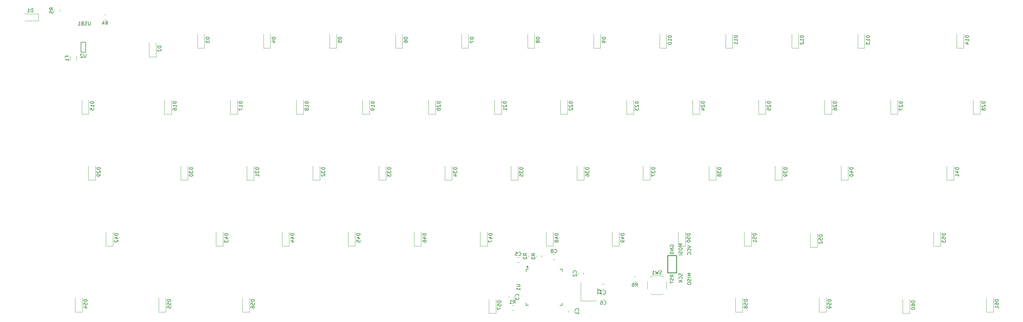
<source format=gbr>
G04 #@! TF.GenerationSoftware,KiCad,Pcbnew,8.0.7*
G04 #@! TF.CreationDate,2024-12-18T16:58:47-05:00*
G04 #@! TF.ProjectId,PCB-Sch,5043422d-5363-4682-9e6b-696361645f70,rev?*
G04 #@! TF.SameCoordinates,Original*
G04 #@! TF.FileFunction,Legend,Bot*
G04 #@! TF.FilePolarity,Positive*
%FSLAX46Y46*%
G04 Gerber Fmt 4.6, Leading zero omitted, Abs format (unit mm)*
G04 Created by KiCad (PCBNEW 8.0.7) date 2024-12-18 16:58:47*
%MOMM*%
%LPD*%
G01*
G04 APERTURE LIST*
%ADD10C,0.150000*%
%ADD11C,0.120000*%
%ADD12C,0.250000*%
G04 APERTURE END LIST*
D10*
X68269344Y-69098569D02*
X68269344Y-68098569D01*
X68269344Y-68098569D02*
X68031249Y-68098569D01*
X68031249Y-68098569D02*
X67888392Y-68146188D01*
X67888392Y-68146188D02*
X67793154Y-68241426D01*
X67793154Y-68241426D02*
X67745535Y-68336664D01*
X67745535Y-68336664D02*
X67697916Y-68527140D01*
X67697916Y-68527140D02*
X67697916Y-68669997D01*
X67697916Y-68669997D02*
X67745535Y-68860473D01*
X67745535Y-68860473D02*
X67793154Y-68955711D01*
X67793154Y-68955711D02*
X67888392Y-69050950D01*
X67888392Y-69050950D02*
X68031249Y-69098569D01*
X68031249Y-69098569D02*
X68269344Y-69098569D01*
X66745535Y-69098569D02*
X67316963Y-69098569D01*
X67031249Y-69098569D02*
X67031249Y-68098569D01*
X67031249Y-68098569D02*
X67126487Y-68241426D01*
X67126487Y-68241426D02*
X67221725Y-68336664D01*
X67221725Y-68336664D02*
X67316963Y-68384283D01*
X231603628Y-149373809D02*
X232079819Y-149373809D01*
X231079819Y-149040476D02*
X231603628Y-149373809D01*
X231603628Y-149373809D02*
X231079819Y-149707142D01*
X232079819Y-150564285D02*
X232079819Y-149992857D01*
X232079819Y-150278571D02*
X231079819Y-150278571D01*
X231079819Y-150278571D02*
X231222676Y-150183333D01*
X231222676Y-150183333D02*
X231317914Y-150088095D01*
X231317914Y-150088095D02*
X231365533Y-149992857D01*
X83586904Y-81204819D02*
X83586904Y-82014342D01*
X83586904Y-82014342D02*
X83539285Y-82109580D01*
X83539285Y-82109580D02*
X83491666Y-82157200D01*
X83491666Y-82157200D02*
X83396428Y-82204819D01*
X83396428Y-82204819D02*
X83205952Y-82204819D01*
X83205952Y-82204819D02*
X83110714Y-82157200D01*
X83110714Y-82157200D02*
X83063095Y-82109580D01*
X83063095Y-82109580D02*
X83015476Y-82014342D01*
X83015476Y-82014342D02*
X83015476Y-81204819D01*
X82586904Y-81300057D02*
X82539285Y-81252438D01*
X82539285Y-81252438D02*
X82444047Y-81204819D01*
X82444047Y-81204819D02*
X82205952Y-81204819D01*
X82205952Y-81204819D02*
X82110714Y-81252438D01*
X82110714Y-81252438D02*
X82063095Y-81300057D01*
X82063095Y-81300057D02*
X82015476Y-81395295D01*
X82015476Y-81395295D02*
X82015476Y-81490533D01*
X82015476Y-81490533D02*
X82063095Y-81633390D01*
X82063095Y-81633390D02*
X82634523Y-82204819D01*
X82634523Y-82204819D02*
X82015476Y-82204819D01*
X207819819Y-147809345D02*
X208629342Y-147809345D01*
X208629342Y-147809345D02*
X208724580Y-147856964D01*
X208724580Y-147856964D02*
X208772200Y-147904583D01*
X208772200Y-147904583D02*
X208819819Y-147999821D01*
X208819819Y-147999821D02*
X208819819Y-148190297D01*
X208819819Y-148190297D02*
X208772200Y-148285535D01*
X208772200Y-148285535D02*
X208724580Y-148333154D01*
X208724580Y-148333154D02*
X208629342Y-148380773D01*
X208629342Y-148380773D02*
X207819819Y-148380773D01*
X208819819Y-149380773D02*
X208819819Y-148809345D01*
X208819819Y-149095059D02*
X207819819Y-149095059D01*
X207819819Y-149095059D02*
X207962676Y-148999821D01*
X207962676Y-148999821D02*
X208057914Y-148904583D01*
X208057914Y-148904583D02*
X208105533Y-148809345D01*
X249658332Y-144782200D02*
X249515475Y-144829819D01*
X249515475Y-144829819D02*
X249277380Y-144829819D01*
X249277380Y-144829819D02*
X249182142Y-144782200D01*
X249182142Y-144782200D02*
X249134523Y-144734580D01*
X249134523Y-144734580D02*
X249086904Y-144639342D01*
X249086904Y-144639342D02*
X249086904Y-144544104D01*
X249086904Y-144544104D02*
X249134523Y-144448866D01*
X249134523Y-144448866D02*
X249182142Y-144401247D01*
X249182142Y-144401247D02*
X249277380Y-144353628D01*
X249277380Y-144353628D02*
X249467856Y-144306009D01*
X249467856Y-144306009D02*
X249563094Y-144258390D01*
X249563094Y-144258390D02*
X249610713Y-144210771D01*
X249610713Y-144210771D02*
X249658332Y-144115533D01*
X249658332Y-144115533D02*
X249658332Y-144020295D01*
X249658332Y-144020295D02*
X249610713Y-143925057D01*
X249610713Y-143925057D02*
X249563094Y-143877438D01*
X249563094Y-143877438D02*
X249467856Y-143829819D01*
X249467856Y-143829819D02*
X249229761Y-143829819D01*
X249229761Y-143829819D02*
X249086904Y-143877438D01*
X248753570Y-143829819D02*
X248515475Y-144829819D01*
X248515475Y-144829819D02*
X248324999Y-144115533D01*
X248324999Y-144115533D02*
X248134523Y-144829819D01*
X248134523Y-144829819D02*
X247896428Y-143829819D01*
X246991666Y-144829819D02*
X247563094Y-144829819D01*
X247277380Y-144829819D02*
X247277380Y-143829819D01*
X247277380Y-143829819D02*
X247372618Y-143972676D01*
X247372618Y-143972676D02*
X247467856Y-144067914D01*
X247467856Y-144067914D02*
X247563094Y-144115533D01*
X242112916Y-148313569D02*
X242446249Y-147837378D01*
X242684344Y-148313569D02*
X242684344Y-147313569D01*
X242684344Y-147313569D02*
X242303392Y-147313569D01*
X242303392Y-147313569D02*
X242208154Y-147361188D01*
X242208154Y-147361188D02*
X242160535Y-147408807D01*
X242160535Y-147408807D02*
X242112916Y-147504045D01*
X242112916Y-147504045D02*
X242112916Y-147646902D01*
X242112916Y-147646902D02*
X242160535Y-147742140D01*
X242160535Y-147742140D02*
X242208154Y-147789759D01*
X242208154Y-147789759D02*
X242303392Y-147837378D01*
X242303392Y-147837378D02*
X242684344Y-147837378D01*
X241255773Y-147313569D02*
X241446249Y-147313569D01*
X241446249Y-147313569D02*
X241541487Y-147361188D01*
X241541487Y-147361188D02*
X241589106Y-147408807D01*
X241589106Y-147408807D02*
X241684344Y-147551664D01*
X241684344Y-147551664D02*
X241731963Y-147742140D01*
X241731963Y-147742140D02*
X241731963Y-148123092D01*
X241731963Y-148123092D02*
X241684344Y-148218330D01*
X241684344Y-148218330D02*
X241636725Y-148265950D01*
X241636725Y-148265950D02*
X241541487Y-148313569D01*
X241541487Y-148313569D02*
X241351011Y-148313569D01*
X241351011Y-148313569D02*
X241255773Y-148265950D01*
X241255773Y-148265950D02*
X241208154Y-148218330D01*
X241208154Y-148218330D02*
X241160535Y-148123092D01*
X241160535Y-148123092D02*
X241160535Y-147884997D01*
X241160535Y-147884997D02*
X241208154Y-147789759D01*
X241208154Y-147789759D02*
X241255773Y-147742140D01*
X241255773Y-147742140D02*
X241351011Y-147694521D01*
X241351011Y-147694521D02*
X241541487Y-147694521D01*
X241541487Y-147694521D02*
X241636725Y-147742140D01*
X241636725Y-147742140D02*
X241684344Y-147789759D01*
X241684344Y-147789759D02*
X241731963Y-147884997D01*
X213176069Y-139485833D02*
X212699878Y-139152500D01*
X213176069Y-138914405D02*
X212176069Y-138914405D01*
X212176069Y-138914405D02*
X212176069Y-139295357D01*
X212176069Y-139295357D02*
X212223688Y-139390595D01*
X212223688Y-139390595D02*
X212271307Y-139438214D01*
X212271307Y-139438214D02*
X212366545Y-139485833D01*
X212366545Y-139485833D02*
X212509402Y-139485833D01*
X212509402Y-139485833D02*
X212604640Y-139438214D01*
X212604640Y-139438214D02*
X212652259Y-139390595D01*
X212652259Y-139390595D02*
X212699878Y-139295357D01*
X212699878Y-139295357D02*
X212699878Y-138914405D01*
X212176069Y-139819167D02*
X212176069Y-140438214D01*
X212176069Y-140438214D02*
X212557021Y-140104881D01*
X212557021Y-140104881D02*
X212557021Y-140247738D01*
X212557021Y-140247738D02*
X212604640Y-140342976D01*
X212604640Y-140342976D02*
X212652259Y-140390595D01*
X212652259Y-140390595D02*
X212747497Y-140438214D01*
X212747497Y-140438214D02*
X212985592Y-140438214D01*
X212985592Y-140438214D02*
X213080830Y-140390595D01*
X213080830Y-140390595D02*
X213128450Y-140342976D01*
X213128450Y-140342976D02*
X213176069Y-140247738D01*
X213176069Y-140247738D02*
X213176069Y-139962024D01*
X213176069Y-139962024D02*
X213128450Y-139866786D01*
X213128450Y-139866786D02*
X213080830Y-139819167D01*
X210794819Y-139485833D02*
X210318628Y-139152500D01*
X210794819Y-138914405D02*
X209794819Y-138914405D01*
X209794819Y-138914405D02*
X209794819Y-139295357D01*
X209794819Y-139295357D02*
X209842438Y-139390595D01*
X209842438Y-139390595D02*
X209890057Y-139438214D01*
X209890057Y-139438214D02*
X209985295Y-139485833D01*
X209985295Y-139485833D02*
X210128152Y-139485833D01*
X210128152Y-139485833D02*
X210223390Y-139438214D01*
X210223390Y-139438214D02*
X210271009Y-139390595D01*
X210271009Y-139390595D02*
X210318628Y-139295357D01*
X210318628Y-139295357D02*
X210318628Y-138914405D01*
X209890057Y-139866786D02*
X209842438Y-139914405D01*
X209842438Y-139914405D02*
X209794819Y-140009643D01*
X209794819Y-140009643D02*
X209794819Y-140247738D01*
X209794819Y-140247738D02*
X209842438Y-140342976D01*
X209842438Y-140342976D02*
X209890057Y-140390595D01*
X209890057Y-140390595D02*
X209985295Y-140438214D01*
X209985295Y-140438214D02*
X210080533Y-140438214D01*
X210080533Y-140438214D02*
X210223390Y-140390595D01*
X210223390Y-140390595D02*
X210794819Y-139819167D01*
X210794819Y-139819167D02*
X210794819Y-140438214D01*
X206816666Y-153304819D02*
X207149999Y-152828628D01*
X207388094Y-153304819D02*
X207388094Y-152304819D01*
X207388094Y-152304819D02*
X207007142Y-152304819D01*
X207007142Y-152304819D02*
X206911904Y-152352438D01*
X206911904Y-152352438D02*
X206864285Y-152400057D01*
X206864285Y-152400057D02*
X206816666Y-152495295D01*
X206816666Y-152495295D02*
X206816666Y-152638152D01*
X206816666Y-152638152D02*
X206864285Y-152733390D01*
X206864285Y-152733390D02*
X206911904Y-152781009D01*
X206911904Y-152781009D02*
X207007142Y-152828628D01*
X207007142Y-152828628D02*
X207388094Y-152828628D01*
X205864285Y-153304819D02*
X206435713Y-153304819D01*
X206149999Y-153304819D02*
X206149999Y-152304819D01*
X206149999Y-152304819D02*
X206245237Y-152447676D01*
X206245237Y-152447676D02*
X206340475Y-152542914D01*
X206340475Y-152542914D02*
X206435713Y-152590533D01*
X252177438Y-136908095D02*
X252129819Y-136812857D01*
X252129819Y-136812857D02*
X252129819Y-136670000D01*
X252129819Y-136670000D02*
X252177438Y-136527143D01*
X252177438Y-136527143D02*
X252272676Y-136431905D01*
X252272676Y-136431905D02*
X252367914Y-136384286D01*
X252367914Y-136384286D02*
X252558390Y-136336667D01*
X252558390Y-136336667D02*
X252701247Y-136336667D01*
X252701247Y-136336667D02*
X252891723Y-136384286D01*
X252891723Y-136384286D02*
X252986961Y-136431905D01*
X252986961Y-136431905D02*
X253082200Y-136527143D01*
X253082200Y-136527143D02*
X253129819Y-136670000D01*
X253129819Y-136670000D02*
X253129819Y-136765238D01*
X253129819Y-136765238D02*
X253082200Y-136908095D01*
X253082200Y-136908095D02*
X253034580Y-136955714D01*
X253034580Y-136955714D02*
X252701247Y-136955714D01*
X252701247Y-136955714D02*
X252701247Y-136765238D01*
X253129819Y-137384286D02*
X252129819Y-137384286D01*
X252129819Y-137384286D02*
X253129819Y-137955714D01*
X253129819Y-137955714D02*
X252129819Y-137955714D01*
X253129819Y-138431905D02*
X252129819Y-138431905D01*
X252129819Y-138431905D02*
X252129819Y-138670000D01*
X252129819Y-138670000D02*
X252177438Y-138812857D01*
X252177438Y-138812857D02*
X252272676Y-138908095D01*
X252272676Y-138908095D02*
X252367914Y-138955714D01*
X252367914Y-138955714D02*
X252558390Y-139003333D01*
X252558390Y-139003333D02*
X252701247Y-139003333D01*
X252701247Y-139003333D02*
X252891723Y-138955714D01*
X252891723Y-138955714D02*
X252986961Y-138908095D01*
X252986961Y-138908095D02*
X253082200Y-138812857D01*
X253082200Y-138812857D02*
X253129819Y-138670000D01*
X253129819Y-138670000D02*
X253129819Y-138431905D01*
X253129819Y-145622380D02*
X252653628Y-145289047D01*
X253129819Y-145050952D02*
X252129819Y-145050952D01*
X252129819Y-145050952D02*
X252129819Y-145431904D01*
X252129819Y-145431904D02*
X252177438Y-145527142D01*
X252177438Y-145527142D02*
X252225057Y-145574761D01*
X252225057Y-145574761D02*
X252320295Y-145622380D01*
X252320295Y-145622380D02*
X252463152Y-145622380D01*
X252463152Y-145622380D02*
X252558390Y-145574761D01*
X252558390Y-145574761D02*
X252606009Y-145527142D01*
X252606009Y-145527142D02*
X252653628Y-145431904D01*
X252653628Y-145431904D02*
X252653628Y-145050952D01*
X253082200Y-146003333D02*
X253129819Y-146146190D01*
X253129819Y-146146190D02*
X253129819Y-146384285D01*
X253129819Y-146384285D02*
X253082200Y-146479523D01*
X253082200Y-146479523D02*
X253034580Y-146527142D01*
X253034580Y-146527142D02*
X252939342Y-146574761D01*
X252939342Y-146574761D02*
X252844104Y-146574761D01*
X252844104Y-146574761D02*
X252748866Y-146527142D01*
X252748866Y-146527142D02*
X252701247Y-146479523D01*
X252701247Y-146479523D02*
X252653628Y-146384285D01*
X252653628Y-146384285D02*
X252606009Y-146193809D01*
X252606009Y-146193809D02*
X252558390Y-146098571D01*
X252558390Y-146098571D02*
X252510771Y-146050952D01*
X252510771Y-146050952D02*
X252415533Y-146003333D01*
X252415533Y-146003333D02*
X252320295Y-146003333D01*
X252320295Y-146003333D02*
X252225057Y-146050952D01*
X252225057Y-146050952D02*
X252177438Y-146098571D01*
X252177438Y-146098571D02*
X252129819Y-146193809D01*
X252129819Y-146193809D02*
X252129819Y-146431904D01*
X252129819Y-146431904D02*
X252177438Y-146574761D01*
X252129819Y-146860476D02*
X252129819Y-147431904D01*
X253129819Y-147146190D02*
X252129819Y-147146190D01*
X255629819Y-136098572D02*
X254629819Y-136098572D01*
X254629819Y-136098572D02*
X255344104Y-136431905D01*
X255344104Y-136431905D02*
X254629819Y-136765238D01*
X254629819Y-136765238D02*
X255629819Y-136765238D01*
X254629819Y-137431905D02*
X254629819Y-137622381D01*
X254629819Y-137622381D02*
X254677438Y-137717619D01*
X254677438Y-137717619D02*
X254772676Y-137812857D01*
X254772676Y-137812857D02*
X254963152Y-137860476D01*
X254963152Y-137860476D02*
X255296485Y-137860476D01*
X255296485Y-137860476D02*
X255486961Y-137812857D01*
X255486961Y-137812857D02*
X255582200Y-137717619D01*
X255582200Y-137717619D02*
X255629819Y-137622381D01*
X255629819Y-137622381D02*
X255629819Y-137431905D01*
X255629819Y-137431905D02*
X255582200Y-137336667D01*
X255582200Y-137336667D02*
X255486961Y-137241429D01*
X255486961Y-137241429D02*
X255296485Y-137193810D01*
X255296485Y-137193810D02*
X254963152Y-137193810D01*
X254963152Y-137193810D02*
X254772676Y-137241429D01*
X254772676Y-137241429D02*
X254677438Y-137336667D01*
X254677438Y-137336667D02*
X254629819Y-137431905D01*
X255582200Y-138241429D02*
X255629819Y-138384286D01*
X255629819Y-138384286D02*
X255629819Y-138622381D01*
X255629819Y-138622381D02*
X255582200Y-138717619D01*
X255582200Y-138717619D02*
X255534580Y-138765238D01*
X255534580Y-138765238D02*
X255439342Y-138812857D01*
X255439342Y-138812857D02*
X255344104Y-138812857D01*
X255344104Y-138812857D02*
X255248866Y-138765238D01*
X255248866Y-138765238D02*
X255201247Y-138717619D01*
X255201247Y-138717619D02*
X255153628Y-138622381D01*
X255153628Y-138622381D02*
X255106009Y-138431905D01*
X255106009Y-138431905D02*
X255058390Y-138336667D01*
X255058390Y-138336667D02*
X255010771Y-138289048D01*
X255010771Y-138289048D02*
X254915533Y-138241429D01*
X254915533Y-138241429D02*
X254820295Y-138241429D01*
X254820295Y-138241429D02*
X254725057Y-138289048D01*
X254725057Y-138289048D02*
X254677438Y-138336667D01*
X254677438Y-138336667D02*
X254629819Y-138431905D01*
X254629819Y-138431905D02*
X254629819Y-138670000D01*
X254629819Y-138670000D02*
X254677438Y-138812857D01*
X255629819Y-139241429D02*
X254629819Y-139241429D01*
X255582200Y-144634286D02*
X255629819Y-144777143D01*
X255629819Y-144777143D02*
X255629819Y-145015238D01*
X255629819Y-145015238D02*
X255582200Y-145110476D01*
X255582200Y-145110476D02*
X255534580Y-145158095D01*
X255534580Y-145158095D02*
X255439342Y-145205714D01*
X255439342Y-145205714D02*
X255344104Y-145205714D01*
X255344104Y-145205714D02*
X255248866Y-145158095D01*
X255248866Y-145158095D02*
X255201247Y-145110476D01*
X255201247Y-145110476D02*
X255153628Y-145015238D01*
X255153628Y-145015238D02*
X255106009Y-144824762D01*
X255106009Y-144824762D02*
X255058390Y-144729524D01*
X255058390Y-144729524D02*
X255010771Y-144681905D01*
X255010771Y-144681905D02*
X254915533Y-144634286D01*
X254915533Y-144634286D02*
X254820295Y-144634286D01*
X254820295Y-144634286D02*
X254725057Y-144681905D01*
X254725057Y-144681905D02*
X254677438Y-144729524D01*
X254677438Y-144729524D02*
X254629819Y-144824762D01*
X254629819Y-144824762D02*
X254629819Y-145062857D01*
X254629819Y-145062857D02*
X254677438Y-145205714D01*
X255534580Y-146205714D02*
X255582200Y-146158095D01*
X255582200Y-146158095D02*
X255629819Y-146015238D01*
X255629819Y-146015238D02*
X255629819Y-145920000D01*
X255629819Y-145920000D02*
X255582200Y-145777143D01*
X255582200Y-145777143D02*
X255486961Y-145681905D01*
X255486961Y-145681905D02*
X255391723Y-145634286D01*
X255391723Y-145634286D02*
X255201247Y-145586667D01*
X255201247Y-145586667D02*
X255058390Y-145586667D01*
X255058390Y-145586667D02*
X254867914Y-145634286D01*
X254867914Y-145634286D02*
X254772676Y-145681905D01*
X254772676Y-145681905D02*
X254677438Y-145777143D01*
X254677438Y-145777143D02*
X254629819Y-145920000D01*
X254629819Y-145920000D02*
X254629819Y-146015238D01*
X254629819Y-146015238D02*
X254677438Y-146158095D01*
X254677438Y-146158095D02*
X254725057Y-146205714D01*
X255629819Y-146634286D02*
X254629819Y-146634286D01*
X255629819Y-147205714D02*
X255058390Y-146777143D01*
X254629819Y-147205714D02*
X255201247Y-146634286D01*
X257129819Y-136586667D02*
X258129819Y-136920000D01*
X258129819Y-136920000D02*
X257129819Y-137253333D01*
X258034580Y-138158095D02*
X258082200Y-138110476D01*
X258082200Y-138110476D02*
X258129819Y-137967619D01*
X258129819Y-137967619D02*
X258129819Y-137872381D01*
X258129819Y-137872381D02*
X258082200Y-137729524D01*
X258082200Y-137729524D02*
X257986961Y-137634286D01*
X257986961Y-137634286D02*
X257891723Y-137586667D01*
X257891723Y-137586667D02*
X257701247Y-137539048D01*
X257701247Y-137539048D02*
X257558390Y-137539048D01*
X257558390Y-137539048D02*
X257367914Y-137586667D01*
X257367914Y-137586667D02*
X257272676Y-137634286D01*
X257272676Y-137634286D02*
X257177438Y-137729524D01*
X257177438Y-137729524D02*
X257129819Y-137872381D01*
X257129819Y-137872381D02*
X257129819Y-137967619D01*
X257129819Y-137967619D02*
X257177438Y-138110476D01*
X257177438Y-138110476D02*
X257225057Y-138158095D01*
X258034580Y-139158095D02*
X258082200Y-139110476D01*
X258082200Y-139110476D02*
X258129819Y-138967619D01*
X258129819Y-138967619D02*
X258129819Y-138872381D01*
X258129819Y-138872381D02*
X258082200Y-138729524D01*
X258082200Y-138729524D02*
X257986961Y-138634286D01*
X257986961Y-138634286D02*
X257891723Y-138586667D01*
X257891723Y-138586667D02*
X257701247Y-138539048D01*
X257701247Y-138539048D02*
X257558390Y-138539048D01*
X257558390Y-138539048D02*
X257367914Y-138586667D01*
X257367914Y-138586667D02*
X257272676Y-138634286D01*
X257272676Y-138634286D02*
X257177438Y-138729524D01*
X257177438Y-138729524D02*
X257129819Y-138872381D01*
X257129819Y-138872381D02*
X257129819Y-138967619D01*
X257129819Y-138967619D02*
X257177438Y-139110476D01*
X257177438Y-139110476D02*
X257225057Y-139158095D01*
X258129819Y-144598572D02*
X257129819Y-144598572D01*
X257129819Y-144598572D02*
X257844104Y-144931905D01*
X257844104Y-144931905D02*
X257129819Y-145265238D01*
X257129819Y-145265238D02*
X258129819Y-145265238D01*
X258129819Y-145741429D02*
X257129819Y-145741429D01*
X258082200Y-146170000D02*
X258129819Y-146312857D01*
X258129819Y-146312857D02*
X258129819Y-146550952D01*
X258129819Y-146550952D02*
X258082200Y-146646190D01*
X258082200Y-146646190D02*
X258034580Y-146693809D01*
X258034580Y-146693809D02*
X257939342Y-146741428D01*
X257939342Y-146741428D02*
X257844104Y-146741428D01*
X257844104Y-146741428D02*
X257748866Y-146693809D01*
X257748866Y-146693809D02*
X257701247Y-146646190D01*
X257701247Y-146646190D02*
X257653628Y-146550952D01*
X257653628Y-146550952D02*
X257606009Y-146360476D01*
X257606009Y-146360476D02*
X257558390Y-146265238D01*
X257558390Y-146265238D02*
X257510771Y-146217619D01*
X257510771Y-146217619D02*
X257415533Y-146170000D01*
X257415533Y-146170000D02*
X257320295Y-146170000D01*
X257320295Y-146170000D02*
X257225057Y-146217619D01*
X257225057Y-146217619D02*
X257177438Y-146265238D01*
X257177438Y-146265238D02*
X257129819Y-146360476D01*
X257129819Y-146360476D02*
X257129819Y-146598571D01*
X257129819Y-146598571D02*
X257177438Y-146741428D01*
X257129819Y-147360476D02*
X257129819Y-147550952D01*
X257129819Y-147550952D02*
X257177438Y-147646190D01*
X257177438Y-147646190D02*
X257272676Y-147741428D01*
X257272676Y-147741428D02*
X257463152Y-147789047D01*
X257463152Y-147789047D02*
X257796485Y-147789047D01*
X257796485Y-147789047D02*
X257986961Y-147741428D01*
X257986961Y-147741428D02*
X258082200Y-147646190D01*
X258082200Y-147646190D02*
X258129819Y-147550952D01*
X258129819Y-147550952D02*
X258129819Y-147360476D01*
X258129819Y-147360476D02*
X258082200Y-147265238D01*
X258082200Y-147265238D02*
X257986961Y-147170000D01*
X257986961Y-147170000D02*
X257796485Y-147122381D01*
X257796485Y-147122381D02*
X257463152Y-147122381D01*
X257463152Y-147122381D02*
X257272676Y-147170000D01*
X257272676Y-147170000D02*
X257177438Y-147265238D01*
X257177438Y-147265238D02*
X257129819Y-147360476D01*
X78061009Y-82129166D02*
X78061009Y-81795833D01*
X78584819Y-81795833D02*
X77584819Y-81795833D01*
X77584819Y-81795833D02*
X77584819Y-82272023D01*
X78584819Y-83176785D02*
X78584819Y-82605357D01*
X78584819Y-82891071D02*
X77584819Y-82891071D01*
X77584819Y-82891071D02*
X77727676Y-82795833D01*
X77727676Y-82795833D02*
X77822914Y-82700595D01*
X77822914Y-82700595D02*
X77870533Y-82605357D01*
X346842319Y-152138214D02*
X345842319Y-152138214D01*
X345842319Y-152138214D02*
X345842319Y-152376309D01*
X345842319Y-152376309D02*
X345889938Y-152519166D01*
X345889938Y-152519166D02*
X345985176Y-152614404D01*
X345985176Y-152614404D02*
X346080414Y-152662023D01*
X346080414Y-152662023D02*
X346270890Y-152709642D01*
X346270890Y-152709642D02*
X346413747Y-152709642D01*
X346413747Y-152709642D02*
X346604223Y-152662023D01*
X346604223Y-152662023D02*
X346699461Y-152614404D01*
X346699461Y-152614404D02*
X346794700Y-152519166D01*
X346794700Y-152519166D02*
X346842319Y-152376309D01*
X346842319Y-152376309D02*
X346842319Y-152138214D01*
X345842319Y-153566785D02*
X345842319Y-153376309D01*
X345842319Y-153376309D02*
X345889938Y-153281071D01*
X345889938Y-153281071D02*
X345937557Y-153233452D01*
X345937557Y-153233452D02*
X346080414Y-153138214D01*
X346080414Y-153138214D02*
X346270890Y-153090595D01*
X346270890Y-153090595D02*
X346651842Y-153090595D01*
X346651842Y-153090595D02*
X346747080Y-153138214D01*
X346747080Y-153138214D02*
X346794700Y-153185833D01*
X346794700Y-153185833D02*
X346842319Y-153281071D01*
X346842319Y-153281071D02*
X346842319Y-153471547D01*
X346842319Y-153471547D02*
X346794700Y-153566785D01*
X346794700Y-153566785D02*
X346747080Y-153614404D01*
X346747080Y-153614404D02*
X346651842Y-153662023D01*
X346651842Y-153662023D02*
X346413747Y-153662023D01*
X346413747Y-153662023D02*
X346318509Y-153614404D01*
X346318509Y-153614404D02*
X346270890Y-153566785D01*
X346270890Y-153566785D02*
X346223271Y-153471547D01*
X346223271Y-153471547D02*
X346223271Y-153281071D01*
X346223271Y-153281071D02*
X346270890Y-153185833D01*
X346270890Y-153185833D02*
X346318509Y-153138214D01*
X346318509Y-153138214D02*
X346413747Y-153090595D01*
X346842319Y-154614404D02*
X346842319Y-154042976D01*
X346842319Y-154328690D02*
X345842319Y-154328690D01*
X345842319Y-154328690D02*
X345985176Y-154233452D01*
X345985176Y-154233452D02*
X346080414Y-154138214D01*
X346080414Y-154138214D02*
X346128033Y-154042976D01*
X322712319Y-152518214D02*
X321712319Y-152518214D01*
X321712319Y-152518214D02*
X321712319Y-152756309D01*
X321712319Y-152756309D02*
X321759938Y-152899166D01*
X321759938Y-152899166D02*
X321855176Y-152994404D01*
X321855176Y-152994404D02*
X321950414Y-153042023D01*
X321950414Y-153042023D02*
X322140890Y-153089642D01*
X322140890Y-153089642D02*
X322283747Y-153089642D01*
X322283747Y-153089642D02*
X322474223Y-153042023D01*
X322474223Y-153042023D02*
X322569461Y-152994404D01*
X322569461Y-152994404D02*
X322664700Y-152899166D01*
X322664700Y-152899166D02*
X322712319Y-152756309D01*
X322712319Y-152756309D02*
X322712319Y-152518214D01*
X321712319Y-153946785D02*
X321712319Y-153756309D01*
X321712319Y-153756309D02*
X321759938Y-153661071D01*
X321759938Y-153661071D02*
X321807557Y-153613452D01*
X321807557Y-153613452D02*
X321950414Y-153518214D01*
X321950414Y-153518214D02*
X322140890Y-153470595D01*
X322140890Y-153470595D02*
X322521842Y-153470595D01*
X322521842Y-153470595D02*
X322617080Y-153518214D01*
X322617080Y-153518214D02*
X322664700Y-153565833D01*
X322664700Y-153565833D02*
X322712319Y-153661071D01*
X322712319Y-153661071D02*
X322712319Y-153851547D01*
X322712319Y-153851547D02*
X322664700Y-153946785D01*
X322664700Y-153946785D02*
X322617080Y-153994404D01*
X322617080Y-153994404D02*
X322521842Y-154042023D01*
X322521842Y-154042023D02*
X322283747Y-154042023D01*
X322283747Y-154042023D02*
X322188509Y-153994404D01*
X322188509Y-153994404D02*
X322140890Y-153946785D01*
X322140890Y-153946785D02*
X322093271Y-153851547D01*
X322093271Y-153851547D02*
X322093271Y-153661071D01*
X322093271Y-153661071D02*
X322140890Y-153565833D01*
X322140890Y-153565833D02*
X322188509Y-153518214D01*
X322188509Y-153518214D02*
X322283747Y-153470595D01*
X321712319Y-154661071D02*
X321712319Y-154756309D01*
X321712319Y-154756309D02*
X321759938Y-154851547D01*
X321759938Y-154851547D02*
X321807557Y-154899166D01*
X321807557Y-154899166D02*
X321902795Y-154946785D01*
X321902795Y-154946785D02*
X322093271Y-154994404D01*
X322093271Y-154994404D02*
X322331366Y-154994404D01*
X322331366Y-154994404D02*
X322521842Y-154946785D01*
X322521842Y-154946785D02*
X322617080Y-154899166D01*
X322617080Y-154899166D02*
X322664700Y-154851547D01*
X322664700Y-154851547D02*
X322712319Y-154756309D01*
X322712319Y-154756309D02*
X322712319Y-154661071D01*
X322712319Y-154661071D02*
X322664700Y-154565833D01*
X322664700Y-154565833D02*
X322617080Y-154518214D01*
X322617080Y-154518214D02*
X322521842Y-154470595D01*
X322521842Y-154470595D02*
X322331366Y-154422976D01*
X322331366Y-154422976D02*
X322093271Y-154422976D01*
X322093271Y-154422976D02*
X321902795Y-154470595D01*
X321902795Y-154470595D02*
X321807557Y-154518214D01*
X321807557Y-154518214D02*
X321759938Y-154565833D01*
X321759938Y-154565833D02*
X321712319Y-154661071D01*
X298582319Y-152138214D02*
X297582319Y-152138214D01*
X297582319Y-152138214D02*
X297582319Y-152376309D01*
X297582319Y-152376309D02*
X297629938Y-152519166D01*
X297629938Y-152519166D02*
X297725176Y-152614404D01*
X297725176Y-152614404D02*
X297820414Y-152662023D01*
X297820414Y-152662023D02*
X298010890Y-152709642D01*
X298010890Y-152709642D02*
X298153747Y-152709642D01*
X298153747Y-152709642D02*
X298344223Y-152662023D01*
X298344223Y-152662023D02*
X298439461Y-152614404D01*
X298439461Y-152614404D02*
X298534700Y-152519166D01*
X298534700Y-152519166D02*
X298582319Y-152376309D01*
X298582319Y-152376309D02*
X298582319Y-152138214D01*
X297582319Y-153614404D02*
X297582319Y-153138214D01*
X297582319Y-153138214D02*
X298058509Y-153090595D01*
X298058509Y-153090595D02*
X298010890Y-153138214D01*
X298010890Y-153138214D02*
X297963271Y-153233452D01*
X297963271Y-153233452D02*
X297963271Y-153471547D01*
X297963271Y-153471547D02*
X298010890Y-153566785D01*
X298010890Y-153566785D02*
X298058509Y-153614404D01*
X298058509Y-153614404D02*
X298153747Y-153662023D01*
X298153747Y-153662023D02*
X298391842Y-153662023D01*
X298391842Y-153662023D02*
X298487080Y-153614404D01*
X298487080Y-153614404D02*
X298534700Y-153566785D01*
X298534700Y-153566785D02*
X298582319Y-153471547D01*
X298582319Y-153471547D02*
X298582319Y-153233452D01*
X298582319Y-153233452D02*
X298534700Y-153138214D01*
X298534700Y-153138214D02*
X298487080Y-153090595D01*
X298582319Y-154138214D02*
X298582319Y-154328690D01*
X298582319Y-154328690D02*
X298534700Y-154423928D01*
X298534700Y-154423928D02*
X298487080Y-154471547D01*
X298487080Y-154471547D02*
X298344223Y-154566785D01*
X298344223Y-154566785D02*
X298153747Y-154614404D01*
X298153747Y-154614404D02*
X297772795Y-154614404D01*
X297772795Y-154614404D02*
X297677557Y-154566785D01*
X297677557Y-154566785D02*
X297629938Y-154519166D01*
X297629938Y-154519166D02*
X297582319Y-154423928D01*
X297582319Y-154423928D02*
X297582319Y-154233452D01*
X297582319Y-154233452D02*
X297629938Y-154138214D01*
X297629938Y-154138214D02*
X297677557Y-154090595D01*
X297677557Y-154090595D02*
X297772795Y-154042976D01*
X297772795Y-154042976D02*
X298010890Y-154042976D01*
X298010890Y-154042976D02*
X298106128Y-154090595D01*
X298106128Y-154090595D02*
X298153747Y-154138214D01*
X298153747Y-154138214D02*
X298201366Y-154233452D01*
X298201366Y-154233452D02*
X298201366Y-154423928D01*
X298201366Y-154423928D02*
X298153747Y-154519166D01*
X298153747Y-154519166D02*
X298106128Y-154566785D01*
X298106128Y-154566785D02*
X298010890Y-154614404D01*
X274452319Y-152138214D02*
X273452319Y-152138214D01*
X273452319Y-152138214D02*
X273452319Y-152376309D01*
X273452319Y-152376309D02*
X273499938Y-152519166D01*
X273499938Y-152519166D02*
X273595176Y-152614404D01*
X273595176Y-152614404D02*
X273690414Y-152662023D01*
X273690414Y-152662023D02*
X273880890Y-152709642D01*
X273880890Y-152709642D02*
X274023747Y-152709642D01*
X274023747Y-152709642D02*
X274214223Y-152662023D01*
X274214223Y-152662023D02*
X274309461Y-152614404D01*
X274309461Y-152614404D02*
X274404700Y-152519166D01*
X274404700Y-152519166D02*
X274452319Y-152376309D01*
X274452319Y-152376309D02*
X274452319Y-152138214D01*
X273452319Y-153614404D02*
X273452319Y-153138214D01*
X273452319Y-153138214D02*
X273928509Y-153090595D01*
X273928509Y-153090595D02*
X273880890Y-153138214D01*
X273880890Y-153138214D02*
X273833271Y-153233452D01*
X273833271Y-153233452D02*
X273833271Y-153471547D01*
X273833271Y-153471547D02*
X273880890Y-153566785D01*
X273880890Y-153566785D02*
X273928509Y-153614404D01*
X273928509Y-153614404D02*
X274023747Y-153662023D01*
X274023747Y-153662023D02*
X274261842Y-153662023D01*
X274261842Y-153662023D02*
X274357080Y-153614404D01*
X274357080Y-153614404D02*
X274404700Y-153566785D01*
X274404700Y-153566785D02*
X274452319Y-153471547D01*
X274452319Y-153471547D02*
X274452319Y-153233452D01*
X274452319Y-153233452D02*
X274404700Y-153138214D01*
X274404700Y-153138214D02*
X274357080Y-153090595D01*
X273880890Y-154233452D02*
X273833271Y-154138214D01*
X273833271Y-154138214D02*
X273785652Y-154090595D01*
X273785652Y-154090595D02*
X273690414Y-154042976D01*
X273690414Y-154042976D02*
X273642795Y-154042976D01*
X273642795Y-154042976D02*
X273547557Y-154090595D01*
X273547557Y-154090595D02*
X273499938Y-154138214D01*
X273499938Y-154138214D02*
X273452319Y-154233452D01*
X273452319Y-154233452D02*
X273452319Y-154423928D01*
X273452319Y-154423928D02*
X273499938Y-154519166D01*
X273499938Y-154519166D02*
X273547557Y-154566785D01*
X273547557Y-154566785D02*
X273642795Y-154614404D01*
X273642795Y-154614404D02*
X273690414Y-154614404D01*
X273690414Y-154614404D02*
X273785652Y-154566785D01*
X273785652Y-154566785D02*
X273833271Y-154519166D01*
X273833271Y-154519166D02*
X273880890Y-154423928D01*
X273880890Y-154423928D02*
X273880890Y-154233452D01*
X273880890Y-154233452D02*
X273928509Y-154138214D01*
X273928509Y-154138214D02*
X273976128Y-154090595D01*
X273976128Y-154090595D02*
X274071366Y-154042976D01*
X274071366Y-154042976D02*
X274261842Y-154042976D01*
X274261842Y-154042976D02*
X274357080Y-154090595D01*
X274357080Y-154090595D02*
X274404700Y-154138214D01*
X274404700Y-154138214D02*
X274452319Y-154233452D01*
X274452319Y-154233452D02*
X274452319Y-154423928D01*
X274452319Y-154423928D02*
X274404700Y-154519166D01*
X274404700Y-154519166D02*
X274357080Y-154566785D01*
X274357080Y-154566785D02*
X274261842Y-154614404D01*
X274261842Y-154614404D02*
X274071366Y-154614404D01*
X274071366Y-154614404D02*
X273976128Y-154566785D01*
X273976128Y-154566785D02*
X273928509Y-154519166D01*
X273928509Y-154519166D02*
X273880890Y-154423928D01*
X203332319Y-152518214D02*
X202332319Y-152518214D01*
X202332319Y-152518214D02*
X202332319Y-152756309D01*
X202332319Y-152756309D02*
X202379938Y-152899166D01*
X202379938Y-152899166D02*
X202475176Y-152994404D01*
X202475176Y-152994404D02*
X202570414Y-153042023D01*
X202570414Y-153042023D02*
X202760890Y-153089642D01*
X202760890Y-153089642D02*
X202903747Y-153089642D01*
X202903747Y-153089642D02*
X203094223Y-153042023D01*
X203094223Y-153042023D02*
X203189461Y-152994404D01*
X203189461Y-152994404D02*
X203284700Y-152899166D01*
X203284700Y-152899166D02*
X203332319Y-152756309D01*
X203332319Y-152756309D02*
X203332319Y-152518214D01*
X202332319Y-153994404D02*
X202332319Y-153518214D01*
X202332319Y-153518214D02*
X202808509Y-153470595D01*
X202808509Y-153470595D02*
X202760890Y-153518214D01*
X202760890Y-153518214D02*
X202713271Y-153613452D01*
X202713271Y-153613452D02*
X202713271Y-153851547D01*
X202713271Y-153851547D02*
X202760890Y-153946785D01*
X202760890Y-153946785D02*
X202808509Y-153994404D01*
X202808509Y-153994404D02*
X202903747Y-154042023D01*
X202903747Y-154042023D02*
X203141842Y-154042023D01*
X203141842Y-154042023D02*
X203237080Y-153994404D01*
X203237080Y-153994404D02*
X203284700Y-153946785D01*
X203284700Y-153946785D02*
X203332319Y-153851547D01*
X203332319Y-153851547D02*
X203332319Y-153613452D01*
X203332319Y-153613452D02*
X203284700Y-153518214D01*
X203284700Y-153518214D02*
X203237080Y-153470595D01*
X202332319Y-154375357D02*
X202332319Y-155042023D01*
X202332319Y-155042023D02*
X203332319Y-154613452D01*
X132212319Y-152138214D02*
X131212319Y-152138214D01*
X131212319Y-152138214D02*
X131212319Y-152376309D01*
X131212319Y-152376309D02*
X131259938Y-152519166D01*
X131259938Y-152519166D02*
X131355176Y-152614404D01*
X131355176Y-152614404D02*
X131450414Y-152662023D01*
X131450414Y-152662023D02*
X131640890Y-152709642D01*
X131640890Y-152709642D02*
X131783747Y-152709642D01*
X131783747Y-152709642D02*
X131974223Y-152662023D01*
X131974223Y-152662023D02*
X132069461Y-152614404D01*
X132069461Y-152614404D02*
X132164700Y-152519166D01*
X132164700Y-152519166D02*
X132212319Y-152376309D01*
X132212319Y-152376309D02*
X132212319Y-152138214D01*
X131212319Y-153614404D02*
X131212319Y-153138214D01*
X131212319Y-153138214D02*
X131688509Y-153090595D01*
X131688509Y-153090595D02*
X131640890Y-153138214D01*
X131640890Y-153138214D02*
X131593271Y-153233452D01*
X131593271Y-153233452D02*
X131593271Y-153471547D01*
X131593271Y-153471547D02*
X131640890Y-153566785D01*
X131640890Y-153566785D02*
X131688509Y-153614404D01*
X131688509Y-153614404D02*
X131783747Y-153662023D01*
X131783747Y-153662023D02*
X132021842Y-153662023D01*
X132021842Y-153662023D02*
X132117080Y-153614404D01*
X132117080Y-153614404D02*
X132164700Y-153566785D01*
X132164700Y-153566785D02*
X132212319Y-153471547D01*
X132212319Y-153471547D02*
X132212319Y-153233452D01*
X132212319Y-153233452D02*
X132164700Y-153138214D01*
X132164700Y-153138214D02*
X132117080Y-153090595D01*
X131212319Y-154519166D02*
X131212319Y-154328690D01*
X131212319Y-154328690D02*
X131259938Y-154233452D01*
X131259938Y-154233452D02*
X131307557Y-154185833D01*
X131307557Y-154185833D02*
X131450414Y-154090595D01*
X131450414Y-154090595D02*
X131640890Y-154042976D01*
X131640890Y-154042976D02*
X132021842Y-154042976D01*
X132021842Y-154042976D02*
X132117080Y-154090595D01*
X132117080Y-154090595D02*
X132164700Y-154138214D01*
X132164700Y-154138214D02*
X132212319Y-154233452D01*
X132212319Y-154233452D02*
X132212319Y-154423928D01*
X132212319Y-154423928D02*
X132164700Y-154519166D01*
X132164700Y-154519166D02*
X132117080Y-154566785D01*
X132117080Y-154566785D02*
X132021842Y-154614404D01*
X132021842Y-154614404D02*
X131783747Y-154614404D01*
X131783747Y-154614404D02*
X131688509Y-154566785D01*
X131688509Y-154566785D02*
X131640890Y-154519166D01*
X131640890Y-154519166D02*
X131593271Y-154423928D01*
X131593271Y-154423928D02*
X131593271Y-154233452D01*
X131593271Y-154233452D02*
X131640890Y-154138214D01*
X131640890Y-154138214D02*
X131688509Y-154090595D01*
X131688509Y-154090595D02*
X131783747Y-154042976D01*
X108082319Y-152138214D02*
X107082319Y-152138214D01*
X107082319Y-152138214D02*
X107082319Y-152376309D01*
X107082319Y-152376309D02*
X107129938Y-152519166D01*
X107129938Y-152519166D02*
X107225176Y-152614404D01*
X107225176Y-152614404D02*
X107320414Y-152662023D01*
X107320414Y-152662023D02*
X107510890Y-152709642D01*
X107510890Y-152709642D02*
X107653747Y-152709642D01*
X107653747Y-152709642D02*
X107844223Y-152662023D01*
X107844223Y-152662023D02*
X107939461Y-152614404D01*
X107939461Y-152614404D02*
X108034700Y-152519166D01*
X108034700Y-152519166D02*
X108082319Y-152376309D01*
X108082319Y-152376309D02*
X108082319Y-152138214D01*
X107082319Y-153614404D02*
X107082319Y-153138214D01*
X107082319Y-153138214D02*
X107558509Y-153090595D01*
X107558509Y-153090595D02*
X107510890Y-153138214D01*
X107510890Y-153138214D02*
X107463271Y-153233452D01*
X107463271Y-153233452D02*
X107463271Y-153471547D01*
X107463271Y-153471547D02*
X107510890Y-153566785D01*
X107510890Y-153566785D02*
X107558509Y-153614404D01*
X107558509Y-153614404D02*
X107653747Y-153662023D01*
X107653747Y-153662023D02*
X107891842Y-153662023D01*
X107891842Y-153662023D02*
X107987080Y-153614404D01*
X107987080Y-153614404D02*
X108034700Y-153566785D01*
X108034700Y-153566785D02*
X108082319Y-153471547D01*
X108082319Y-153471547D02*
X108082319Y-153233452D01*
X108082319Y-153233452D02*
X108034700Y-153138214D01*
X108034700Y-153138214D02*
X107987080Y-153090595D01*
X107082319Y-154566785D02*
X107082319Y-154090595D01*
X107082319Y-154090595D02*
X107558509Y-154042976D01*
X107558509Y-154042976D02*
X107510890Y-154090595D01*
X107510890Y-154090595D02*
X107463271Y-154185833D01*
X107463271Y-154185833D02*
X107463271Y-154423928D01*
X107463271Y-154423928D02*
X107510890Y-154519166D01*
X107510890Y-154519166D02*
X107558509Y-154566785D01*
X107558509Y-154566785D02*
X107653747Y-154614404D01*
X107653747Y-154614404D02*
X107891842Y-154614404D01*
X107891842Y-154614404D02*
X107987080Y-154566785D01*
X107987080Y-154566785D02*
X108034700Y-154519166D01*
X108034700Y-154519166D02*
X108082319Y-154423928D01*
X108082319Y-154423928D02*
X108082319Y-154185833D01*
X108082319Y-154185833D02*
X108034700Y-154090595D01*
X108034700Y-154090595D02*
X107987080Y-154042976D01*
X83952319Y-152138214D02*
X82952319Y-152138214D01*
X82952319Y-152138214D02*
X82952319Y-152376309D01*
X82952319Y-152376309D02*
X82999938Y-152519166D01*
X82999938Y-152519166D02*
X83095176Y-152614404D01*
X83095176Y-152614404D02*
X83190414Y-152662023D01*
X83190414Y-152662023D02*
X83380890Y-152709642D01*
X83380890Y-152709642D02*
X83523747Y-152709642D01*
X83523747Y-152709642D02*
X83714223Y-152662023D01*
X83714223Y-152662023D02*
X83809461Y-152614404D01*
X83809461Y-152614404D02*
X83904700Y-152519166D01*
X83904700Y-152519166D02*
X83952319Y-152376309D01*
X83952319Y-152376309D02*
X83952319Y-152138214D01*
X82952319Y-153614404D02*
X82952319Y-153138214D01*
X82952319Y-153138214D02*
X83428509Y-153090595D01*
X83428509Y-153090595D02*
X83380890Y-153138214D01*
X83380890Y-153138214D02*
X83333271Y-153233452D01*
X83333271Y-153233452D02*
X83333271Y-153471547D01*
X83333271Y-153471547D02*
X83380890Y-153566785D01*
X83380890Y-153566785D02*
X83428509Y-153614404D01*
X83428509Y-153614404D02*
X83523747Y-153662023D01*
X83523747Y-153662023D02*
X83761842Y-153662023D01*
X83761842Y-153662023D02*
X83857080Y-153614404D01*
X83857080Y-153614404D02*
X83904700Y-153566785D01*
X83904700Y-153566785D02*
X83952319Y-153471547D01*
X83952319Y-153471547D02*
X83952319Y-153233452D01*
X83952319Y-153233452D02*
X83904700Y-153138214D01*
X83904700Y-153138214D02*
X83857080Y-153090595D01*
X83285652Y-154519166D02*
X83952319Y-154519166D01*
X82904700Y-154281071D02*
X83618985Y-154042976D01*
X83618985Y-154042976D02*
X83618985Y-154662023D01*
X331602319Y-133088214D02*
X330602319Y-133088214D01*
X330602319Y-133088214D02*
X330602319Y-133326309D01*
X330602319Y-133326309D02*
X330649938Y-133469166D01*
X330649938Y-133469166D02*
X330745176Y-133564404D01*
X330745176Y-133564404D02*
X330840414Y-133612023D01*
X330840414Y-133612023D02*
X331030890Y-133659642D01*
X331030890Y-133659642D02*
X331173747Y-133659642D01*
X331173747Y-133659642D02*
X331364223Y-133612023D01*
X331364223Y-133612023D02*
X331459461Y-133564404D01*
X331459461Y-133564404D02*
X331554700Y-133469166D01*
X331554700Y-133469166D02*
X331602319Y-133326309D01*
X331602319Y-133326309D02*
X331602319Y-133088214D01*
X330602319Y-134564404D02*
X330602319Y-134088214D01*
X330602319Y-134088214D02*
X331078509Y-134040595D01*
X331078509Y-134040595D02*
X331030890Y-134088214D01*
X331030890Y-134088214D02*
X330983271Y-134183452D01*
X330983271Y-134183452D02*
X330983271Y-134421547D01*
X330983271Y-134421547D02*
X331030890Y-134516785D01*
X331030890Y-134516785D02*
X331078509Y-134564404D01*
X331078509Y-134564404D02*
X331173747Y-134612023D01*
X331173747Y-134612023D02*
X331411842Y-134612023D01*
X331411842Y-134612023D02*
X331507080Y-134564404D01*
X331507080Y-134564404D02*
X331554700Y-134516785D01*
X331554700Y-134516785D02*
X331602319Y-134421547D01*
X331602319Y-134421547D02*
X331602319Y-134183452D01*
X331602319Y-134183452D02*
X331554700Y-134088214D01*
X331554700Y-134088214D02*
X331507080Y-134040595D01*
X330602319Y-134945357D02*
X330602319Y-135564404D01*
X330602319Y-135564404D02*
X330983271Y-135231071D01*
X330983271Y-135231071D02*
X330983271Y-135373928D01*
X330983271Y-135373928D02*
X331030890Y-135469166D01*
X331030890Y-135469166D02*
X331078509Y-135516785D01*
X331078509Y-135516785D02*
X331173747Y-135564404D01*
X331173747Y-135564404D02*
X331411842Y-135564404D01*
X331411842Y-135564404D02*
X331507080Y-135516785D01*
X331507080Y-135516785D02*
X331554700Y-135469166D01*
X331554700Y-135469166D02*
X331602319Y-135373928D01*
X331602319Y-135373928D02*
X331602319Y-135088214D01*
X331602319Y-135088214D02*
X331554700Y-134992976D01*
X331554700Y-134992976D02*
X331507080Y-134945357D01*
X296042319Y-133468214D02*
X295042319Y-133468214D01*
X295042319Y-133468214D02*
X295042319Y-133706309D01*
X295042319Y-133706309D02*
X295089938Y-133849166D01*
X295089938Y-133849166D02*
X295185176Y-133944404D01*
X295185176Y-133944404D02*
X295280414Y-133992023D01*
X295280414Y-133992023D02*
X295470890Y-134039642D01*
X295470890Y-134039642D02*
X295613747Y-134039642D01*
X295613747Y-134039642D02*
X295804223Y-133992023D01*
X295804223Y-133992023D02*
X295899461Y-133944404D01*
X295899461Y-133944404D02*
X295994700Y-133849166D01*
X295994700Y-133849166D02*
X296042319Y-133706309D01*
X296042319Y-133706309D02*
X296042319Y-133468214D01*
X295042319Y-134944404D02*
X295042319Y-134468214D01*
X295042319Y-134468214D02*
X295518509Y-134420595D01*
X295518509Y-134420595D02*
X295470890Y-134468214D01*
X295470890Y-134468214D02*
X295423271Y-134563452D01*
X295423271Y-134563452D02*
X295423271Y-134801547D01*
X295423271Y-134801547D02*
X295470890Y-134896785D01*
X295470890Y-134896785D02*
X295518509Y-134944404D01*
X295518509Y-134944404D02*
X295613747Y-134992023D01*
X295613747Y-134992023D02*
X295851842Y-134992023D01*
X295851842Y-134992023D02*
X295947080Y-134944404D01*
X295947080Y-134944404D02*
X295994700Y-134896785D01*
X295994700Y-134896785D02*
X296042319Y-134801547D01*
X296042319Y-134801547D02*
X296042319Y-134563452D01*
X296042319Y-134563452D02*
X295994700Y-134468214D01*
X295994700Y-134468214D02*
X295947080Y-134420595D01*
X295137557Y-135372976D02*
X295089938Y-135420595D01*
X295089938Y-135420595D02*
X295042319Y-135515833D01*
X295042319Y-135515833D02*
X295042319Y-135753928D01*
X295042319Y-135753928D02*
X295089938Y-135849166D01*
X295089938Y-135849166D02*
X295137557Y-135896785D01*
X295137557Y-135896785D02*
X295232795Y-135944404D01*
X295232795Y-135944404D02*
X295328033Y-135944404D01*
X295328033Y-135944404D02*
X295470890Y-135896785D01*
X295470890Y-135896785D02*
X296042319Y-135325357D01*
X296042319Y-135325357D02*
X296042319Y-135944404D01*
X276992319Y-133088214D02*
X275992319Y-133088214D01*
X275992319Y-133088214D02*
X275992319Y-133326309D01*
X275992319Y-133326309D02*
X276039938Y-133469166D01*
X276039938Y-133469166D02*
X276135176Y-133564404D01*
X276135176Y-133564404D02*
X276230414Y-133612023D01*
X276230414Y-133612023D02*
X276420890Y-133659642D01*
X276420890Y-133659642D02*
X276563747Y-133659642D01*
X276563747Y-133659642D02*
X276754223Y-133612023D01*
X276754223Y-133612023D02*
X276849461Y-133564404D01*
X276849461Y-133564404D02*
X276944700Y-133469166D01*
X276944700Y-133469166D02*
X276992319Y-133326309D01*
X276992319Y-133326309D02*
X276992319Y-133088214D01*
X275992319Y-134564404D02*
X275992319Y-134088214D01*
X275992319Y-134088214D02*
X276468509Y-134040595D01*
X276468509Y-134040595D02*
X276420890Y-134088214D01*
X276420890Y-134088214D02*
X276373271Y-134183452D01*
X276373271Y-134183452D02*
X276373271Y-134421547D01*
X276373271Y-134421547D02*
X276420890Y-134516785D01*
X276420890Y-134516785D02*
X276468509Y-134564404D01*
X276468509Y-134564404D02*
X276563747Y-134612023D01*
X276563747Y-134612023D02*
X276801842Y-134612023D01*
X276801842Y-134612023D02*
X276897080Y-134564404D01*
X276897080Y-134564404D02*
X276944700Y-134516785D01*
X276944700Y-134516785D02*
X276992319Y-134421547D01*
X276992319Y-134421547D02*
X276992319Y-134183452D01*
X276992319Y-134183452D02*
X276944700Y-134088214D01*
X276944700Y-134088214D02*
X276897080Y-134040595D01*
X276992319Y-135564404D02*
X276992319Y-134992976D01*
X276992319Y-135278690D02*
X275992319Y-135278690D01*
X275992319Y-135278690D02*
X276135176Y-135183452D01*
X276135176Y-135183452D02*
X276230414Y-135088214D01*
X276230414Y-135088214D02*
X276278033Y-134992976D01*
X257942319Y-133088214D02*
X256942319Y-133088214D01*
X256942319Y-133088214D02*
X256942319Y-133326309D01*
X256942319Y-133326309D02*
X256989938Y-133469166D01*
X256989938Y-133469166D02*
X257085176Y-133564404D01*
X257085176Y-133564404D02*
X257180414Y-133612023D01*
X257180414Y-133612023D02*
X257370890Y-133659642D01*
X257370890Y-133659642D02*
X257513747Y-133659642D01*
X257513747Y-133659642D02*
X257704223Y-133612023D01*
X257704223Y-133612023D02*
X257799461Y-133564404D01*
X257799461Y-133564404D02*
X257894700Y-133469166D01*
X257894700Y-133469166D02*
X257942319Y-133326309D01*
X257942319Y-133326309D02*
X257942319Y-133088214D01*
X256942319Y-134564404D02*
X256942319Y-134088214D01*
X256942319Y-134088214D02*
X257418509Y-134040595D01*
X257418509Y-134040595D02*
X257370890Y-134088214D01*
X257370890Y-134088214D02*
X257323271Y-134183452D01*
X257323271Y-134183452D02*
X257323271Y-134421547D01*
X257323271Y-134421547D02*
X257370890Y-134516785D01*
X257370890Y-134516785D02*
X257418509Y-134564404D01*
X257418509Y-134564404D02*
X257513747Y-134612023D01*
X257513747Y-134612023D02*
X257751842Y-134612023D01*
X257751842Y-134612023D02*
X257847080Y-134564404D01*
X257847080Y-134564404D02*
X257894700Y-134516785D01*
X257894700Y-134516785D02*
X257942319Y-134421547D01*
X257942319Y-134421547D02*
X257942319Y-134183452D01*
X257942319Y-134183452D02*
X257894700Y-134088214D01*
X257894700Y-134088214D02*
X257847080Y-134040595D01*
X256942319Y-135231071D02*
X256942319Y-135326309D01*
X256942319Y-135326309D02*
X256989938Y-135421547D01*
X256989938Y-135421547D02*
X257037557Y-135469166D01*
X257037557Y-135469166D02*
X257132795Y-135516785D01*
X257132795Y-135516785D02*
X257323271Y-135564404D01*
X257323271Y-135564404D02*
X257561366Y-135564404D01*
X257561366Y-135564404D02*
X257751842Y-135516785D01*
X257751842Y-135516785D02*
X257847080Y-135469166D01*
X257847080Y-135469166D02*
X257894700Y-135421547D01*
X257894700Y-135421547D02*
X257942319Y-135326309D01*
X257942319Y-135326309D02*
X257942319Y-135231071D01*
X257942319Y-135231071D02*
X257894700Y-135135833D01*
X257894700Y-135135833D02*
X257847080Y-135088214D01*
X257847080Y-135088214D02*
X257751842Y-135040595D01*
X257751842Y-135040595D02*
X257561366Y-134992976D01*
X257561366Y-134992976D02*
X257323271Y-134992976D01*
X257323271Y-134992976D02*
X257132795Y-135040595D01*
X257132795Y-135040595D02*
X257037557Y-135088214D01*
X257037557Y-135088214D02*
X256989938Y-135135833D01*
X256989938Y-135135833D02*
X256942319Y-135231071D01*
X238892319Y-133088214D02*
X237892319Y-133088214D01*
X237892319Y-133088214D02*
X237892319Y-133326309D01*
X237892319Y-133326309D02*
X237939938Y-133469166D01*
X237939938Y-133469166D02*
X238035176Y-133564404D01*
X238035176Y-133564404D02*
X238130414Y-133612023D01*
X238130414Y-133612023D02*
X238320890Y-133659642D01*
X238320890Y-133659642D02*
X238463747Y-133659642D01*
X238463747Y-133659642D02*
X238654223Y-133612023D01*
X238654223Y-133612023D02*
X238749461Y-133564404D01*
X238749461Y-133564404D02*
X238844700Y-133469166D01*
X238844700Y-133469166D02*
X238892319Y-133326309D01*
X238892319Y-133326309D02*
X238892319Y-133088214D01*
X238225652Y-134516785D02*
X238892319Y-134516785D01*
X237844700Y-134278690D02*
X238558985Y-134040595D01*
X238558985Y-134040595D02*
X238558985Y-134659642D01*
X238892319Y-135088214D02*
X238892319Y-135278690D01*
X238892319Y-135278690D02*
X238844700Y-135373928D01*
X238844700Y-135373928D02*
X238797080Y-135421547D01*
X238797080Y-135421547D02*
X238654223Y-135516785D01*
X238654223Y-135516785D02*
X238463747Y-135564404D01*
X238463747Y-135564404D02*
X238082795Y-135564404D01*
X238082795Y-135564404D02*
X237987557Y-135516785D01*
X237987557Y-135516785D02*
X237939938Y-135469166D01*
X237939938Y-135469166D02*
X237892319Y-135373928D01*
X237892319Y-135373928D02*
X237892319Y-135183452D01*
X237892319Y-135183452D02*
X237939938Y-135088214D01*
X237939938Y-135088214D02*
X237987557Y-135040595D01*
X237987557Y-135040595D02*
X238082795Y-134992976D01*
X238082795Y-134992976D02*
X238320890Y-134992976D01*
X238320890Y-134992976D02*
X238416128Y-135040595D01*
X238416128Y-135040595D02*
X238463747Y-135088214D01*
X238463747Y-135088214D02*
X238511366Y-135183452D01*
X238511366Y-135183452D02*
X238511366Y-135373928D01*
X238511366Y-135373928D02*
X238463747Y-135469166D01*
X238463747Y-135469166D02*
X238416128Y-135516785D01*
X238416128Y-135516785D02*
X238320890Y-135564404D01*
X219842319Y-133088214D02*
X218842319Y-133088214D01*
X218842319Y-133088214D02*
X218842319Y-133326309D01*
X218842319Y-133326309D02*
X218889938Y-133469166D01*
X218889938Y-133469166D02*
X218985176Y-133564404D01*
X218985176Y-133564404D02*
X219080414Y-133612023D01*
X219080414Y-133612023D02*
X219270890Y-133659642D01*
X219270890Y-133659642D02*
X219413747Y-133659642D01*
X219413747Y-133659642D02*
X219604223Y-133612023D01*
X219604223Y-133612023D02*
X219699461Y-133564404D01*
X219699461Y-133564404D02*
X219794700Y-133469166D01*
X219794700Y-133469166D02*
X219842319Y-133326309D01*
X219842319Y-133326309D02*
X219842319Y-133088214D01*
X219175652Y-134516785D02*
X219842319Y-134516785D01*
X218794700Y-134278690D02*
X219508985Y-134040595D01*
X219508985Y-134040595D02*
X219508985Y-134659642D01*
X219270890Y-135183452D02*
X219223271Y-135088214D01*
X219223271Y-135088214D02*
X219175652Y-135040595D01*
X219175652Y-135040595D02*
X219080414Y-134992976D01*
X219080414Y-134992976D02*
X219032795Y-134992976D01*
X219032795Y-134992976D02*
X218937557Y-135040595D01*
X218937557Y-135040595D02*
X218889938Y-135088214D01*
X218889938Y-135088214D02*
X218842319Y-135183452D01*
X218842319Y-135183452D02*
X218842319Y-135373928D01*
X218842319Y-135373928D02*
X218889938Y-135469166D01*
X218889938Y-135469166D02*
X218937557Y-135516785D01*
X218937557Y-135516785D02*
X219032795Y-135564404D01*
X219032795Y-135564404D02*
X219080414Y-135564404D01*
X219080414Y-135564404D02*
X219175652Y-135516785D01*
X219175652Y-135516785D02*
X219223271Y-135469166D01*
X219223271Y-135469166D02*
X219270890Y-135373928D01*
X219270890Y-135373928D02*
X219270890Y-135183452D01*
X219270890Y-135183452D02*
X219318509Y-135088214D01*
X219318509Y-135088214D02*
X219366128Y-135040595D01*
X219366128Y-135040595D02*
X219461366Y-134992976D01*
X219461366Y-134992976D02*
X219651842Y-134992976D01*
X219651842Y-134992976D02*
X219747080Y-135040595D01*
X219747080Y-135040595D02*
X219794700Y-135088214D01*
X219794700Y-135088214D02*
X219842319Y-135183452D01*
X219842319Y-135183452D02*
X219842319Y-135373928D01*
X219842319Y-135373928D02*
X219794700Y-135469166D01*
X219794700Y-135469166D02*
X219747080Y-135516785D01*
X219747080Y-135516785D02*
X219651842Y-135564404D01*
X219651842Y-135564404D02*
X219461366Y-135564404D01*
X219461366Y-135564404D02*
X219366128Y-135516785D01*
X219366128Y-135516785D02*
X219318509Y-135469166D01*
X219318509Y-135469166D02*
X219270890Y-135373928D01*
X200792319Y-133088214D02*
X199792319Y-133088214D01*
X199792319Y-133088214D02*
X199792319Y-133326309D01*
X199792319Y-133326309D02*
X199839938Y-133469166D01*
X199839938Y-133469166D02*
X199935176Y-133564404D01*
X199935176Y-133564404D02*
X200030414Y-133612023D01*
X200030414Y-133612023D02*
X200220890Y-133659642D01*
X200220890Y-133659642D02*
X200363747Y-133659642D01*
X200363747Y-133659642D02*
X200554223Y-133612023D01*
X200554223Y-133612023D02*
X200649461Y-133564404D01*
X200649461Y-133564404D02*
X200744700Y-133469166D01*
X200744700Y-133469166D02*
X200792319Y-133326309D01*
X200792319Y-133326309D02*
X200792319Y-133088214D01*
X200125652Y-134516785D02*
X200792319Y-134516785D01*
X199744700Y-134278690D02*
X200458985Y-134040595D01*
X200458985Y-134040595D02*
X200458985Y-134659642D01*
X199792319Y-134945357D02*
X199792319Y-135612023D01*
X199792319Y-135612023D02*
X200792319Y-135183452D01*
X181742319Y-133088214D02*
X180742319Y-133088214D01*
X180742319Y-133088214D02*
X180742319Y-133326309D01*
X180742319Y-133326309D02*
X180789938Y-133469166D01*
X180789938Y-133469166D02*
X180885176Y-133564404D01*
X180885176Y-133564404D02*
X180980414Y-133612023D01*
X180980414Y-133612023D02*
X181170890Y-133659642D01*
X181170890Y-133659642D02*
X181313747Y-133659642D01*
X181313747Y-133659642D02*
X181504223Y-133612023D01*
X181504223Y-133612023D02*
X181599461Y-133564404D01*
X181599461Y-133564404D02*
X181694700Y-133469166D01*
X181694700Y-133469166D02*
X181742319Y-133326309D01*
X181742319Y-133326309D02*
X181742319Y-133088214D01*
X181075652Y-134516785D02*
X181742319Y-134516785D01*
X180694700Y-134278690D02*
X181408985Y-134040595D01*
X181408985Y-134040595D02*
X181408985Y-134659642D01*
X180742319Y-135469166D02*
X180742319Y-135278690D01*
X180742319Y-135278690D02*
X180789938Y-135183452D01*
X180789938Y-135183452D02*
X180837557Y-135135833D01*
X180837557Y-135135833D02*
X180980414Y-135040595D01*
X180980414Y-135040595D02*
X181170890Y-134992976D01*
X181170890Y-134992976D02*
X181551842Y-134992976D01*
X181551842Y-134992976D02*
X181647080Y-135040595D01*
X181647080Y-135040595D02*
X181694700Y-135088214D01*
X181694700Y-135088214D02*
X181742319Y-135183452D01*
X181742319Y-135183452D02*
X181742319Y-135373928D01*
X181742319Y-135373928D02*
X181694700Y-135469166D01*
X181694700Y-135469166D02*
X181647080Y-135516785D01*
X181647080Y-135516785D02*
X181551842Y-135564404D01*
X181551842Y-135564404D02*
X181313747Y-135564404D01*
X181313747Y-135564404D02*
X181218509Y-135516785D01*
X181218509Y-135516785D02*
X181170890Y-135469166D01*
X181170890Y-135469166D02*
X181123271Y-135373928D01*
X181123271Y-135373928D02*
X181123271Y-135183452D01*
X181123271Y-135183452D02*
X181170890Y-135088214D01*
X181170890Y-135088214D02*
X181218509Y-135040595D01*
X181218509Y-135040595D02*
X181313747Y-134992976D01*
X162692319Y-133088214D02*
X161692319Y-133088214D01*
X161692319Y-133088214D02*
X161692319Y-133326309D01*
X161692319Y-133326309D02*
X161739938Y-133469166D01*
X161739938Y-133469166D02*
X161835176Y-133564404D01*
X161835176Y-133564404D02*
X161930414Y-133612023D01*
X161930414Y-133612023D02*
X162120890Y-133659642D01*
X162120890Y-133659642D02*
X162263747Y-133659642D01*
X162263747Y-133659642D02*
X162454223Y-133612023D01*
X162454223Y-133612023D02*
X162549461Y-133564404D01*
X162549461Y-133564404D02*
X162644700Y-133469166D01*
X162644700Y-133469166D02*
X162692319Y-133326309D01*
X162692319Y-133326309D02*
X162692319Y-133088214D01*
X162025652Y-134516785D02*
X162692319Y-134516785D01*
X161644700Y-134278690D02*
X162358985Y-134040595D01*
X162358985Y-134040595D02*
X162358985Y-134659642D01*
X161692319Y-135516785D02*
X161692319Y-135040595D01*
X161692319Y-135040595D02*
X162168509Y-134992976D01*
X162168509Y-134992976D02*
X162120890Y-135040595D01*
X162120890Y-135040595D02*
X162073271Y-135135833D01*
X162073271Y-135135833D02*
X162073271Y-135373928D01*
X162073271Y-135373928D02*
X162120890Y-135469166D01*
X162120890Y-135469166D02*
X162168509Y-135516785D01*
X162168509Y-135516785D02*
X162263747Y-135564404D01*
X162263747Y-135564404D02*
X162501842Y-135564404D01*
X162501842Y-135564404D02*
X162597080Y-135516785D01*
X162597080Y-135516785D02*
X162644700Y-135469166D01*
X162644700Y-135469166D02*
X162692319Y-135373928D01*
X162692319Y-135373928D02*
X162692319Y-135135833D01*
X162692319Y-135135833D02*
X162644700Y-135040595D01*
X162644700Y-135040595D02*
X162597080Y-134992976D01*
X143642319Y-133088214D02*
X142642319Y-133088214D01*
X142642319Y-133088214D02*
X142642319Y-133326309D01*
X142642319Y-133326309D02*
X142689938Y-133469166D01*
X142689938Y-133469166D02*
X142785176Y-133564404D01*
X142785176Y-133564404D02*
X142880414Y-133612023D01*
X142880414Y-133612023D02*
X143070890Y-133659642D01*
X143070890Y-133659642D02*
X143213747Y-133659642D01*
X143213747Y-133659642D02*
X143404223Y-133612023D01*
X143404223Y-133612023D02*
X143499461Y-133564404D01*
X143499461Y-133564404D02*
X143594700Y-133469166D01*
X143594700Y-133469166D02*
X143642319Y-133326309D01*
X143642319Y-133326309D02*
X143642319Y-133088214D01*
X142975652Y-134516785D02*
X143642319Y-134516785D01*
X142594700Y-134278690D02*
X143308985Y-134040595D01*
X143308985Y-134040595D02*
X143308985Y-134659642D01*
X142975652Y-135469166D02*
X143642319Y-135469166D01*
X142594700Y-135231071D02*
X143308985Y-134992976D01*
X143308985Y-134992976D02*
X143308985Y-135612023D01*
X124592319Y-133088214D02*
X123592319Y-133088214D01*
X123592319Y-133088214D02*
X123592319Y-133326309D01*
X123592319Y-133326309D02*
X123639938Y-133469166D01*
X123639938Y-133469166D02*
X123735176Y-133564404D01*
X123735176Y-133564404D02*
X123830414Y-133612023D01*
X123830414Y-133612023D02*
X124020890Y-133659642D01*
X124020890Y-133659642D02*
X124163747Y-133659642D01*
X124163747Y-133659642D02*
X124354223Y-133612023D01*
X124354223Y-133612023D02*
X124449461Y-133564404D01*
X124449461Y-133564404D02*
X124544700Y-133469166D01*
X124544700Y-133469166D02*
X124592319Y-133326309D01*
X124592319Y-133326309D02*
X124592319Y-133088214D01*
X123925652Y-134516785D02*
X124592319Y-134516785D01*
X123544700Y-134278690D02*
X124258985Y-134040595D01*
X124258985Y-134040595D02*
X124258985Y-134659642D01*
X123592319Y-134945357D02*
X123592319Y-135564404D01*
X123592319Y-135564404D02*
X123973271Y-135231071D01*
X123973271Y-135231071D02*
X123973271Y-135373928D01*
X123973271Y-135373928D02*
X124020890Y-135469166D01*
X124020890Y-135469166D02*
X124068509Y-135516785D01*
X124068509Y-135516785D02*
X124163747Y-135564404D01*
X124163747Y-135564404D02*
X124401842Y-135564404D01*
X124401842Y-135564404D02*
X124497080Y-135516785D01*
X124497080Y-135516785D02*
X124544700Y-135469166D01*
X124544700Y-135469166D02*
X124592319Y-135373928D01*
X124592319Y-135373928D02*
X124592319Y-135088214D01*
X124592319Y-135088214D02*
X124544700Y-134992976D01*
X124544700Y-134992976D02*
X124497080Y-134945357D01*
X92842319Y-133088214D02*
X91842319Y-133088214D01*
X91842319Y-133088214D02*
X91842319Y-133326309D01*
X91842319Y-133326309D02*
X91889938Y-133469166D01*
X91889938Y-133469166D02*
X91985176Y-133564404D01*
X91985176Y-133564404D02*
X92080414Y-133612023D01*
X92080414Y-133612023D02*
X92270890Y-133659642D01*
X92270890Y-133659642D02*
X92413747Y-133659642D01*
X92413747Y-133659642D02*
X92604223Y-133612023D01*
X92604223Y-133612023D02*
X92699461Y-133564404D01*
X92699461Y-133564404D02*
X92794700Y-133469166D01*
X92794700Y-133469166D02*
X92842319Y-133326309D01*
X92842319Y-133326309D02*
X92842319Y-133088214D01*
X92175652Y-134516785D02*
X92842319Y-134516785D01*
X91794700Y-134278690D02*
X92508985Y-134040595D01*
X92508985Y-134040595D02*
X92508985Y-134659642D01*
X91937557Y-134992976D02*
X91889938Y-135040595D01*
X91889938Y-135040595D02*
X91842319Y-135135833D01*
X91842319Y-135135833D02*
X91842319Y-135373928D01*
X91842319Y-135373928D02*
X91889938Y-135469166D01*
X91889938Y-135469166D02*
X91937557Y-135516785D01*
X91937557Y-135516785D02*
X92032795Y-135564404D01*
X92032795Y-135564404D02*
X92128033Y-135564404D01*
X92128033Y-135564404D02*
X92270890Y-135516785D01*
X92270890Y-135516785D02*
X92842319Y-134945357D01*
X92842319Y-134945357D02*
X92842319Y-135564404D01*
X335412319Y-114038214D02*
X334412319Y-114038214D01*
X334412319Y-114038214D02*
X334412319Y-114276309D01*
X334412319Y-114276309D02*
X334459938Y-114419166D01*
X334459938Y-114419166D02*
X334555176Y-114514404D01*
X334555176Y-114514404D02*
X334650414Y-114562023D01*
X334650414Y-114562023D02*
X334840890Y-114609642D01*
X334840890Y-114609642D02*
X334983747Y-114609642D01*
X334983747Y-114609642D02*
X335174223Y-114562023D01*
X335174223Y-114562023D02*
X335269461Y-114514404D01*
X335269461Y-114514404D02*
X335364700Y-114419166D01*
X335364700Y-114419166D02*
X335412319Y-114276309D01*
X335412319Y-114276309D02*
X335412319Y-114038214D01*
X334745652Y-115466785D02*
X335412319Y-115466785D01*
X334364700Y-115228690D02*
X335078985Y-114990595D01*
X335078985Y-114990595D02*
X335078985Y-115609642D01*
X335412319Y-116514404D02*
X335412319Y-115942976D01*
X335412319Y-116228690D02*
X334412319Y-116228690D01*
X334412319Y-116228690D02*
X334555176Y-116133452D01*
X334555176Y-116133452D02*
X334650414Y-116038214D01*
X334650414Y-116038214D02*
X334698033Y-115942976D01*
X304932319Y-114038214D02*
X303932319Y-114038214D01*
X303932319Y-114038214D02*
X303932319Y-114276309D01*
X303932319Y-114276309D02*
X303979938Y-114419166D01*
X303979938Y-114419166D02*
X304075176Y-114514404D01*
X304075176Y-114514404D02*
X304170414Y-114562023D01*
X304170414Y-114562023D02*
X304360890Y-114609642D01*
X304360890Y-114609642D02*
X304503747Y-114609642D01*
X304503747Y-114609642D02*
X304694223Y-114562023D01*
X304694223Y-114562023D02*
X304789461Y-114514404D01*
X304789461Y-114514404D02*
X304884700Y-114419166D01*
X304884700Y-114419166D02*
X304932319Y-114276309D01*
X304932319Y-114276309D02*
X304932319Y-114038214D01*
X304265652Y-115466785D02*
X304932319Y-115466785D01*
X303884700Y-115228690D02*
X304598985Y-114990595D01*
X304598985Y-114990595D02*
X304598985Y-115609642D01*
X303932319Y-116181071D02*
X303932319Y-116276309D01*
X303932319Y-116276309D02*
X303979938Y-116371547D01*
X303979938Y-116371547D02*
X304027557Y-116419166D01*
X304027557Y-116419166D02*
X304122795Y-116466785D01*
X304122795Y-116466785D02*
X304313271Y-116514404D01*
X304313271Y-116514404D02*
X304551366Y-116514404D01*
X304551366Y-116514404D02*
X304741842Y-116466785D01*
X304741842Y-116466785D02*
X304837080Y-116419166D01*
X304837080Y-116419166D02*
X304884700Y-116371547D01*
X304884700Y-116371547D02*
X304932319Y-116276309D01*
X304932319Y-116276309D02*
X304932319Y-116181071D01*
X304932319Y-116181071D02*
X304884700Y-116085833D01*
X304884700Y-116085833D02*
X304837080Y-116038214D01*
X304837080Y-116038214D02*
X304741842Y-115990595D01*
X304741842Y-115990595D02*
X304551366Y-115942976D01*
X304551366Y-115942976D02*
X304313271Y-115942976D01*
X304313271Y-115942976D02*
X304122795Y-115990595D01*
X304122795Y-115990595D02*
X304027557Y-116038214D01*
X304027557Y-116038214D02*
X303979938Y-116085833D01*
X303979938Y-116085833D02*
X303932319Y-116181071D01*
X285882319Y-114038214D02*
X284882319Y-114038214D01*
X284882319Y-114038214D02*
X284882319Y-114276309D01*
X284882319Y-114276309D02*
X284929938Y-114419166D01*
X284929938Y-114419166D02*
X285025176Y-114514404D01*
X285025176Y-114514404D02*
X285120414Y-114562023D01*
X285120414Y-114562023D02*
X285310890Y-114609642D01*
X285310890Y-114609642D02*
X285453747Y-114609642D01*
X285453747Y-114609642D02*
X285644223Y-114562023D01*
X285644223Y-114562023D02*
X285739461Y-114514404D01*
X285739461Y-114514404D02*
X285834700Y-114419166D01*
X285834700Y-114419166D02*
X285882319Y-114276309D01*
X285882319Y-114276309D02*
X285882319Y-114038214D01*
X284882319Y-114942976D02*
X284882319Y-115562023D01*
X284882319Y-115562023D02*
X285263271Y-115228690D01*
X285263271Y-115228690D02*
X285263271Y-115371547D01*
X285263271Y-115371547D02*
X285310890Y-115466785D01*
X285310890Y-115466785D02*
X285358509Y-115514404D01*
X285358509Y-115514404D02*
X285453747Y-115562023D01*
X285453747Y-115562023D02*
X285691842Y-115562023D01*
X285691842Y-115562023D02*
X285787080Y-115514404D01*
X285787080Y-115514404D02*
X285834700Y-115466785D01*
X285834700Y-115466785D02*
X285882319Y-115371547D01*
X285882319Y-115371547D02*
X285882319Y-115085833D01*
X285882319Y-115085833D02*
X285834700Y-114990595D01*
X285834700Y-114990595D02*
X285787080Y-114942976D01*
X285882319Y-116038214D02*
X285882319Y-116228690D01*
X285882319Y-116228690D02*
X285834700Y-116323928D01*
X285834700Y-116323928D02*
X285787080Y-116371547D01*
X285787080Y-116371547D02*
X285644223Y-116466785D01*
X285644223Y-116466785D02*
X285453747Y-116514404D01*
X285453747Y-116514404D02*
X285072795Y-116514404D01*
X285072795Y-116514404D02*
X284977557Y-116466785D01*
X284977557Y-116466785D02*
X284929938Y-116419166D01*
X284929938Y-116419166D02*
X284882319Y-116323928D01*
X284882319Y-116323928D02*
X284882319Y-116133452D01*
X284882319Y-116133452D02*
X284929938Y-116038214D01*
X284929938Y-116038214D02*
X284977557Y-115990595D01*
X284977557Y-115990595D02*
X285072795Y-115942976D01*
X285072795Y-115942976D02*
X285310890Y-115942976D01*
X285310890Y-115942976D02*
X285406128Y-115990595D01*
X285406128Y-115990595D02*
X285453747Y-116038214D01*
X285453747Y-116038214D02*
X285501366Y-116133452D01*
X285501366Y-116133452D02*
X285501366Y-116323928D01*
X285501366Y-116323928D02*
X285453747Y-116419166D01*
X285453747Y-116419166D02*
X285406128Y-116466785D01*
X285406128Y-116466785D02*
X285310890Y-116514404D01*
X266832319Y-114038214D02*
X265832319Y-114038214D01*
X265832319Y-114038214D02*
X265832319Y-114276309D01*
X265832319Y-114276309D02*
X265879938Y-114419166D01*
X265879938Y-114419166D02*
X265975176Y-114514404D01*
X265975176Y-114514404D02*
X266070414Y-114562023D01*
X266070414Y-114562023D02*
X266260890Y-114609642D01*
X266260890Y-114609642D02*
X266403747Y-114609642D01*
X266403747Y-114609642D02*
X266594223Y-114562023D01*
X266594223Y-114562023D02*
X266689461Y-114514404D01*
X266689461Y-114514404D02*
X266784700Y-114419166D01*
X266784700Y-114419166D02*
X266832319Y-114276309D01*
X266832319Y-114276309D02*
X266832319Y-114038214D01*
X265832319Y-114942976D02*
X265832319Y-115562023D01*
X265832319Y-115562023D02*
X266213271Y-115228690D01*
X266213271Y-115228690D02*
X266213271Y-115371547D01*
X266213271Y-115371547D02*
X266260890Y-115466785D01*
X266260890Y-115466785D02*
X266308509Y-115514404D01*
X266308509Y-115514404D02*
X266403747Y-115562023D01*
X266403747Y-115562023D02*
X266641842Y-115562023D01*
X266641842Y-115562023D02*
X266737080Y-115514404D01*
X266737080Y-115514404D02*
X266784700Y-115466785D01*
X266784700Y-115466785D02*
X266832319Y-115371547D01*
X266832319Y-115371547D02*
X266832319Y-115085833D01*
X266832319Y-115085833D02*
X266784700Y-114990595D01*
X266784700Y-114990595D02*
X266737080Y-114942976D01*
X266260890Y-116133452D02*
X266213271Y-116038214D01*
X266213271Y-116038214D02*
X266165652Y-115990595D01*
X266165652Y-115990595D02*
X266070414Y-115942976D01*
X266070414Y-115942976D02*
X266022795Y-115942976D01*
X266022795Y-115942976D02*
X265927557Y-115990595D01*
X265927557Y-115990595D02*
X265879938Y-116038214D01*
X265879938Y-116038214D02*
X265832319Y-116133452D01*
X265832319Y-116133452D02*
X265832319Y-116323928D01*
X265832319Y-116323928D02*
X265879938Y-116419166D01*
X265879938Y-116419166D02*
X265927557Y-116466785D01*
X265927557Y-116466785D02*
X266022795Y-116514404D01*
X266022795Y-116514404D02*
X266070414Y-116514404D01*
X266070414Y-116514404D02*
X266165652Y-116466785D01*
X266165652Y-116466785D02*
X266213271Y-116419166D01*
X266213271Y-116419166D02*
X266260890Y-116323928D01*
X266260890Y-116323928D02*
X266260890Y-116133452D01*
X266260890Y-116133452D02*
X266308509Y-116038214D01*
X266308509Y-116038214D02*
X266356128Y-115990595D01*
X266356128Y-115990595D02*
X266451366Y-115942976D01*
X266451366Y-115942976D02*
X266641842Y-115942976D01*
X266641842Y-115942976D02*
X266737080Y-115990595D01*
X266737080Y-115990595D02*
X266784700Y-116038214D01*
X266784700Y-116038214D02*
X266832319Y-116133452D01*
X266832319Y-116133452D02*
X266832319Y-116323928D01*
X266832319Y-116323928D02*
X266784700Y-116419166D01*
X266784700Y-116419166D02*
X266737080Y-116466785D01*
X266737080Y-116466785D02*
X266641842Y-116514404D01*
X266641842Y-116514404D02*
X266451366Y-116514404D01*
X266451366Y-116514404D02*
X266356128Y-116466785D01*
X266356128Y-116466785D02*
X266308509Y-116419166D01*
X266308509Y-116419166D02*
X266260890Y-116323928D01*
X247782319Y-114038214D02*
X246782319Y-114038214D01*
X246782319Y-114038214D02*
X246782319Y-114276309D01*
X246782319Y-114276309D02*
X246829938Y-114419166D01*
X246829938Y-114419166D02*
X246925176Y-114514404D01*
X246925176Y-114514404D02*
X247020414Y-114562023D01*
X247020414Y-114562023D02*
X247210890Y-114609642D01*
X247210890Y-114609642D02*
X247353747Y-114609642D01*
X247353747Y-114609642D02*
X247544223Y-114562023D01*
X247544223Y-114562023D02*
X247639461Y-114514404D01*
X247639461Y-114514404D02*
X247734700Y-114419166D01*
X247734700Y-114419166D02*
X247782319Y-114276309D01*
X247782319Y-114276309D02*
X247782319Y-114038214D01*
X246782319Y-114942976D02*
X246782319Y-115562023D01*
X246782319Y-115562023D02*
X247163271Y-115228690D01*
X247163271Y-115228690D02*
X247163271Y-115371547D01*
X247163271Y-115371547D02*
X247210890Y-115466785D01*
X247210890Y-115466785D02*
X247258509Y-115514404D01*
X247258509Y-115514404D02*
X247353747Y-115562023D01*
X247353747Y-115562023D02*
X247591842Y-115562023D01*
X247591842Y-115562023D02*
X247687080Y-115514404D01*
X247687080Y-115514404D02*
X247734700Y-115466785D01*
X247734700Y-115466785D02*
X247782319Y-115371547D01*
X247782319Y-115371547D02*
X247782319Y-115085833D01*
X247782319Y-115085833D02*
X247734700Y-114990595D01*
X247734700Y-114990595D02*
X247687080Y-114942976D01*
X246782319Y-115895357D02*
X246782319Y-116562023D01*
X246782319Y-116562023D02*
X247782319Y-116133452D01*
X228732319Y-114038214D02*
X227732319Y-114038214D01*
X227732319Y-114038214D02*
X227732319Y-114276309D01*
X227732319Y-114276309D02*
X227779938Y-114419166D01*
X227779938Y-114419166D02*
X227875176Y-114514404D01*
X227875176Y-114514404D02*
X227970414Y-114562023D01*
X227970414Y-114562023D02*
X228160890Y-114609642D01*
X228160890Y-114609642D02*
X228303747Y-114609642D01*
X228303747Y-114609642D02*
X228494223Y-114562023D01*
X228494223Y-114562023D02*
X228589461Y-114514404D01*
X228589461Y-114514404D02*
X228684700Y-114419166D01*
X228684700Y-114419166D02*
X228732319Y-114276309D01*
X228732319Y-114276309D02*
X228732319Y-114038214D01*
X227732319Y-114942976D02*
X227732319Y-115562023D01*
X227732319Y-115562023D02*
X228113271Y-115228690D01*
X228113271Y-115228690D02*
X228113271Y-115371547D01*
X228113271Y-115371547D02*
X228160890Y-115466785D01*
X228160890Y-115466785D02*
X228208509Y-115514404D01*
X228208509Y-115514404D02*
X228303747Y-115562023D01*
X228303747Y-115562023D02*
X228541842Y-115562023D01*
X228541842Y-115562023D02*
X228637080Y-115514404D01*
X228637080Y-115514404D02*
X228684700Y-115466785D01*
X228684700Y-115466785D02*
X228732319Y-115371547D01*
X228732319Y-115371547D02*
X228732319Y-115085833D01*
X228732319Y-115085833D02*
X228684700Y-114990595D01*
X228684700Y-114990595D02*
X228637080Y-114942976D01*
X227732319Y-116419166D02*
X227732319Y-116228690D01*
X227732319Y-116228690D02*
X227779938Y-116133452D01*
X227779938Y-116133452D02*
X227827557Y-116085833D01*
X227827557Y-116085833D02*
X227970414Y-115990595D01*
X227970414Y-115990595D02*
X228160890Y-115942976D01*
X228160890Y-115942976D02*
X228541842Y-115942976D01*
X228541842Y-115942976D02*
X228637080Y-115990595D01*
X228637080Y-115990595D02*
X228684700Y-116038214D01*
X228684700Y-116038214D02*
X228732319Y-116133452D01*
X228732319Y-116133452D02*
X228732319Y-116323928D01*
X228732319Y-116323928D02*
X228684700Y-116419166D01*
X228684700Y-116419166D02*
X228637080Y-116466785D01*
X228637080Y-116466785D02*
X228541842Y-116514404D01*
X228541842Y-116514404D02*
X228303747Y-116514404D01*
X228303747Y-116514404D02*
X228208509Y-116466785D01*
X228208509Y-116466785D02*
X228160890Y-116419166D01*
X228160890Y-116419166D02*
X228113271Y-116323928D01*
X228113271Y-116323928D02*
X228113271Y-116133452D01*
X228113271Y-116133452D02*
X228160890Y-116038214D01*
X228160890Y-116038214D02*
X228208509Y-115990595D01*
X228208509Y-115990595D02*
X228303747Y-115942976D01*
X209682319Y-114038214D02*
X208682319Y-114038214D01*
X208682319Y-114038214D02*
X208682319Y-114276309D01*
X208682319Y-114276309D02*
X208729938Y-114419166D01*
X208729938Y-114419166D02*
X208825176Y-114514404D01*
X208825176Y-114514404D02*
X208920414Y-114562023D01*
X208920414Y-114562023D02*
X209110890Y-114609642D01*
X209110890Y-114609642D02*
X209253747Y-114609642D01*
X209253747Y-114609642D02*
X209444223Y-114562023D01*
X209444223Y-114562023D02*
X209539461Y-114514404D01*
X209539461Y-114514404D02*
X209634700Y-114419166D01*
X209634700Y-114419166D02*
X209682319Y-114276309D01*
X209682319Y-114276309D02*
X209682319Y-114038214D01*
X208682319Y-114942976D02*
X208682319Y-115562023D01*
X208682319Y-115562023D02*
X209063271Y-115228690D01*
X209063271Y-115228690D02*
X209063271Y-115371547D01*
X209063271Y-115371547D02*
X209110890Y-115466785D01*
X209110890Y-115466785D02*
X209158509Y-115514404D01*
X209158509Y-115514404D02*
X209253747Y-115562023D01*
X209253747Y-115562023D02*
X209491842Y-115562023D01*
X209491842Y-115562023D02*
X209587080Y-115514404D01*
X209587080Y-115514404D02*
X209634700Y-115466785D01*
X209634700Y-115466785D02*
X209682319Y-115371547D01*
X209682319Y-115371547D02*
X209682319Y-115085833D01*
X209682319Y-115085833D02*
X209634700Y-114990595D01*
X209634700Y-114990595D02*
X209587080Y-114942976D01*
X208682319Y-116466785D02*
X208682319Y-115990595D01*
X208682319Y-115990595D02*
X209158509Y-115942976D01*
X209158509Y-115942976D02*
X209110890Y-115990595D01*
X209110890Y-115990595D02*
X209063271Y-116085833D01*
X209063271Y-116085833D02*
X209063271Y-116323928D01*
X209063271Y-116323928D02*
X209110890Y-116419166D01*
X209110890Y-116419166D02*
X209158509Y-116466785D01*
X209158509Y-116466785D02*
X209253747Y-116514404D01*
X209253747Y-116514404D02*
X209491842Y-116514404D01*
X209491842Y-116514404D02*
X209587080Y-116466785D01*
X209587080Y-116466785D02*
X209634700Y-116419166D01*
X209634700Y-116419166D02*
X209682319Y-116323928D01*
X209682319Y-116323928D02*
X209682319Y-116085833D01*
X209682319Y-116085833D02*
X209634700Y-115990595D01*
X209634700Y-115990595D02*
X209587080Y-115942976D01*
X190632319Y-114038214D02*
X189632319Y-114038214D01*
X189632319Y-114038214D02*
X189632319Y-114276309D01*
X189632319Y-114276309D02*
X189679938Y-114419166D01*
X189679938Y-114419166D02*
X189775176Y-114514404D01*
X189775176Y-114514404D02*
X189870414Y-114562023D01*
X189870414Y-114562023D02*
X190060890Y-114609642D01*
X190060890Y-114609642D02*
X190203747Y-114609642D01*
X190203747Y-114609642D02*
X190394223Y-114562023D01*
X190394223Y-114562023D02*
X190489461Y-114514404D01*
X190489461Y-114514404D02*
X190584700Y-114419166D01*
X190584700Y-114419166D02*
X190632319Y-114276309D01*
X190632319Y-114276309D02*
X190632319Y-114038214D01*
X189632319Y-114942976D02*
X189632319Y-115562023D01*
X189632319Y-115562023D02*
X190013271Y-115228690D01*
X190013271Y-115228690D02*
X190013271Y-115371547D01*
X190013271Y-115371547D02*
X190060890Y-115466785D01*
X190060890Y-115466785D02*
X190108509Y-115514404D01*
X190108509Y-115514404D02*
X190203747Y-115562023D01*
X190203747Y-115562023D02*
X190441842Y-115562023D01*
X190441842Y-115562023D02*
X190537080Y-115514404D01*
X190537080Y-115514404D02*
X190584700Y-115466785D01*
X190584700Y-115466785D02*
X190632319Y-115371547D01*
X190632319Y-115371547D02*
X190632319Y-115085833D01*
X190632319Y-115085833D02*
X190584700Y-114990595D01*
X190584700Y-114990595D02*
X190537080Y-114942976D01*
X189965652Y-116419166D02*
X190632319Y-116419166D01*
X189584700Y-116181071D02*
X190298985Y-115942976D01*
X190298985Y-115942976D02*
X190298985Y-116562023D01*
X171582319Y-114038214D02*
X170582319Y-114038214D01*
X170582319Y-114038214D02*
X170582319Y-114276309D01*
X170582319Y-114276309D02*
X170629938Y-114419166D01*
X170629938Y-114419166D02*
X170725176Y-114514404D01*
X170725176Y-114514404D02*
X170820414Y-114562023D01*
X170820414Y-114562023D02*
X171010890Y-114609642D01*
X171010890Y-114609642D02*
X171153747Y-114609642D01*
X171153747Y-114609642D02*
X171344223Y-114562023D01*
X171344223Y-114562023D02*
X171439461Y-114514404D01*
X171439461Y-114514404D02*
X171534700Y-114419166D01*
X171534700Y-114419166D02*
X171582319Y-114276309D01*
X171582319Y-114276309D02*
X171582319Y-114038214D01*
X170582319Y-114942976D02*
X170582319Y-115562023D01*
X170582319Y-115562023D02*
X170963271Y-115228690D01*
X170963271Y-115228690D02*
X170963271Y-115371547D01*
X170963271Y-115371547D02*
X171010890Y-115466785D01*
X171010890Y-115466785D02*
X171058509Y-115514404D01*
X171058509Y-115514404D02*
X171153747Y-115562023D01*
X171153747Y-115562023D02*
X171391842Y-115562023D01*
X171391842Y-115562023D02*
X171487080Y-115514404D01*
X171487080Y-115514404D02*
X171534700Y-115466785D01*
X171534700Y-115466785D02*
X171582319Y-115371547D01*
X171582319Y-115371547D02*
X171582319Y-115085833D01*
X171582319Y-115085833D02*
X171534700Y-114990595D01*
X171534700Y-114990595D02*
X171487080Y-114942976D01*
X170582319Y-115895357D02*
X170582319Y-116514404D01*
X170582319Y-116514404D02*
X170963271Y-116181071D01*
X170963271Y-116181071D02*
X170963271Y-116323928D01*
X170963271Y-116323928D02*
X171010890Y-116419166D01*
X171010890Y-116419166D02*
X171058509Y-116466785D01*
X171058509Y-116466785D02*
X171153747Y-116514404D01*
X171153747Y-116514404D02*
X171391842Y-116514404D01*
X171391842Y-116514404D02*
X171487080Y-116466785D01*
X171487080Y-116466785D02*
X171534700Y-116419166D01*
X171534700Y-116419166D02*
X171582319Y-116323928D01*
X171582319Y-116323928D02*
X171582319Y-116038214D01*
X171582319Y-116038214D02*
X171534700Y-115942976D01*
X171534700Y-115942976D02*
X171487080Y-115895357D01*
X152532319Y-114038214D02*
X151532319Y-114038214D01*
X151532319Y-114038214D02*
X151532319Y-114276309D01*
X151532319Y-114276309D02*
X151579938Y-114419166D01*
X151579938Y-114419166D02*
X151675176Y-114514404D01*
X151675176Y-114514404D02*
X151770414Y-114562023D01*
X151770414Y-114562023D02*
X151960890Y-114609642D01*
X151960890Y-114609642D02*
X152103747Y-114609642D01*
X152103747Y-114609642D02*
X152294223Y-114562023D01*
X152294223Y-114562023D02*
X152389461Y-114514404D01*
X152389461Y-114514404D02*
X152484700Y-114419166D01*
X152484700Y-114419166D02*
X152532319Y-114276309D01*
X152532319Y-114276309D02*
X152532319Y-114038214D01*
X151532319Y-114942976D02*
X151532319Y-115562023D01*
X151532319Y-115562023D02*
X151913271Y-115228690D01*
X151913271Y-115228690D02*
X151913271Y-115371547D01*
X151913271Y-115371547D02*
X151960890Y-115466785D01*
X151960890Y-115466785D02*
X152008509Y-115514404D01*
X152008509Y-115514404D02*
X152103747Y-115562023D01*
X152103747Y-115562023D02*
X152341842Y-115562023D01*
X152341842Y-115562023D02*
X152437080Y-115514404D01*
X152437080Y-115514404D02*
X152484700Y-115466785D01*
X152484700Y-115466785D02*
X152532319Y-115371547D01*
X152532319Y-115371547D02*
X152532319Y-115085833D01*
X152532319Y-115085833D02*
X152484700Y-114990595D01*
X152484700Y-114990595D02*
X152437080Y-114942976D01*
X151627557Y-115942976D02*
X151579938Y-115990595D01*
X151579938Y-115990595D02*
X151532319Y-116085833D01*
X151532319Y-116085833D02*
X151532319Y-116323928D01*
X151532319Y-116323928D02*
X151579938Y-116419166D01*
X151579938Y-116419166D02*
X151627557Y-116466785D01*
X151627557Y-116466785D02*
X151722795Y-116514404D01*
X151722795Y-116514404D02*
X151818033Y-116514404D01*
X151818033Y-116514404D02*
X151960890Y-116466785D01*
X151960890Y-116466785D02*
X152532319Y-115895357D01*
X152532319Y-115895357D02*
X152532319Y-116514404D01*
X133482319Y-114038214D02*
X132482319Y-114038214D01*
X132482319Y-114038214D02*
X132482319Y-114276309D01*
X132482319Y-114276309D02*
X132529938Y-114419166D01*
X132529938Y-114419166D02*
X132625176Y-114514404D01*
X132625176Y-114514404D02*
X132720414Y-114562023D01*
X132720414Y-114562023D02*
X132910890Y-114609642D01*
X132910890Y-114609642D02*
X133053747Y-114609642D01*
X133053747Y-114609642D02*
X133244223Y-114562023D01*
X133244223Y-114562023D02*
X133339461Y-114514404D01*
X133339461Y-114514404D02*
X133434700Y-114419166D01*
X133434700Y-114419166D02*
X133482319Y-114276309D01*
X133482319Y-114276309D02*
X133482319Y-114038214D01*
X132482319Y-114942976D02*
X132482319Y-115562023D01*
X132482319Y-115562023D02*
X132863271Y-115228690D01*
X132863271Y-115228690D02*
X132863271Y-115371547D01*
X132863271Y-115371547D02*
X132910890Y-115466785D01*
X132910890Y-115466785D02*
X132958509Y-115514404D01*
X132958509Y-115514404D02*
X133053747Y-115562023D01*
X133053747Y-115562023D02*
X133291842Y-115562023D01*
X133291842Y-115562023D02*
X133387080Y-115514404D01*
X133387080Y-115514404D02*
X133434700Y-115466785D01*
X133434700Y-115466785D02*
X133482319Y-115371547D01*
X133482319Y-115371547D02*
X133482319Y-115085833D01*
X133482319Y-115085833D02*
X133434700Y-114990595D01*
X133434700Y-114990595D02*
X133387080Y-114942976D01*
X133482319Y-116514404D02*
X133482319Y-115942976D01*
X133482319Y-116228690D02*
X132482319Y-116228690D01*
X132482319Y-116228690D02*
X132625176Y-116133452D01*
X132625176Y-116133452D02*
X132720414Y-116038214D01*
X132720414Y-116038214D02*
X132768033Y-115942976D01*
X114432319Y-114038214D02*
X113432319Y-114038214D01*
X113432319Y-114038214D02*
X113432319Y-114276309D01*
X113432319Y-114276309D02*
X113479938Y-114419166D01*
X113479938Y-114419166D02*
X113575176Y-114514404D01*
X113575176Y-114514404D02*
X113670414Y-114562023D01*
X113670414Y-114562023D02*
X113860890Y-114609642D01*
X113860890Y-114609642D02*
X114003747Y-114609642D01*
X114003747Y-114609642D02*
X114194223Y-114562023D01*
X114194223Y-114562023D02*
X114289461Y-114514404D01*
X114289461Y-114514404D02*
X114384700Y-114419166D01*
X114384700Y-114419166D02*
X114432319Y-114276309D01*
X114432319Y-114276309D02*
X114432319Y-114038214D01*
X113432319Y-114942976D02*
X113432319Y-115562023D01*
X113432319Y-115562023D02*
X113813271Y-115228690D01*
X113813271Y-115228690D02*
X113813271Y-115371547D01*
X113813271Y-115371547D02*
X113860890Y-115466785D01*
X113860890Y-115466785D02*
X113908509Y-115514404D01*
X113908509Y-115514404D02*
X114003747Y-115562023D01*
X114003747Y-115562023D02*
X114241842Y-115562023D01*
X114241842Y-115562023D02*
X114337080Y-115514404D01*
X114337080Y-115514404D02*
X114384700Y-115466785D01*
X114384700Y-115466785D02*
X114432319Y-115371547D01*
X114432319Y-115371547D02*
X114432319Y-115085833D01*
X114432319Y-115085833D02*
X114384700Y-114990595D01*
X114384700Y-114990595D02*
X114337080Y-114942976D01*
X113432319Y-116181071D02*
X113432319Y-116276309D01*
X113432319Y-116276309D02*
X113479938Y-116371547D01*
X113479938Y-116371547D02*
X113527557Y-116419166D01*
X113527557Y-116419166D02*
X113622795Y-116466785D01*
X113622795Y-116466785D02*
X113813271Y-116514404D01*
X113813271Y-116514404D02*
X114051366Y-116514404D01*
X114051366Y-116514404D02*
X114241842Y-116466785D01*
X114241842Y-116466785D02*
X114337080Y-116419166D01*
X114337080Y-116419166D02*
X114384700Y-116371547D01*
X114384700Y-116371547D02*
X114432319Y-116276309D01*
X114432319Y-116276309D02*
X114432319Y-116181071D01*
X114432319Y-116181071D02*
X114384700Y-116085833D01*
X114384700Y-116085833D02*
X114337080Y-116038214D01*
X114337080Y-116038214D02*
X114241842Y-115990595D01*
X114241842Y-115990595D02*
X114051366Y-115942976D01*
X114051366Y-115942976D02*
X113813271Y-115942976D01*
X113813271Y-115942976D02*
X113622795Y-115990595D01*
X113622795Y-115990595D02*
X113527557Y-116038214D01*
X113527557Y-116038214D02*
X113479938Y-116085833D01*
X113479938Y-116085833D02*
X113432319Y-116181071D01*
X87762319Y-114038214D02*
X86762319Y-114038214D01*
X86762319Y-114038214D02*
X86762319Y-114276309D01*
X86762319Y-114276309D02*
X86809938Y-114419166D01*
X86809938Y-114419166D02*
X86905176Y-114514404D01*
X86905176Y-114514404D02*
X87000414Y-114562023D01*
X87000414Y-114562023D02*
X87190890Y-114609642D01*
X87190890Y-114609642D02*
X87333747Y-114609642D01*
X87333747Y-114609642D02*
X87524223Y-114562023D01*
X87524223Y-114562023D02*
X87619461Y-114514404D01*
X87619461Y-114514404D02*
X87714700Y-114419166D01*
X87714700Y-114419166D02*
X87762319Y-114276309D01*
X87762319Y-114276309D02*
X87762319Y-114038214D01*
X86857557Y-114990595D02*
X86809938Y-115038214D01*
X86809938Y-115038214D02*
X86762319Y-115133452D01*
X86762319Y-115133452D02*
X86762319Y-115371547D01*
X86762319Y-115371547D02*
X86809938Y-115466785D01*
X86809938Y-115466785D02*
X86857557Y-115514404D01*
X86857557Y-115514404D02*
X86952795Y-115562023D01*
X86952795Y-115562023D02*
X87048033Y-115562023D01*
X87048033Y-115562023D02*
X87190890Y-115514404D01*
X87190890Y-115514404D02*
X87762319Y-114942976D01*
X87762319Y-114942976D02*
X87762319Y-115562023D01*
X87762319Y-116038214D02*
X87762319Y-116228690D01*
X87762319Y-116228690D02*
X87714700Y-116323928D01*
X87714700Y-116323928D02*
X87667080Y-116371547D01*
X87667080Y-116371547D02*
X87524223Y-116466785D01*
X87524223Y-116466785D02*
X87333747Y-116514404D01*
X87333747Y-116514404D02*
X86952795Y-116514404D01*
X86952795Y-116514404D02*
X86857557Y-116466785D01*
X86857557Y-116466785D02*
X86809938Y-116419166D01*
X86809938Y-116419166D02*
X86762319Y-116323928D01*
X86762319Y-116323928D02*
X86762319Y-116133452D01*
X86762319Y-116133452D02*
X86809938Y-116038214D01*
X86809938Y-116038214D02*
X86857557Y-115990595D01*
X86857557Y-115990595D02*
X86952795Y-115942976D01*
X86952795Y-115942976D02*
X87190890Y-115942976D01*
X87190890Y-115942976D02*
X87286128Y-115990595D01*
X87286128Y-115990595D02*
X87333747Y-116038214D01*
X87333747Y-116038214D02*
X87381366Y-116133452D01*
X87381366Y-116133452D02*
X87381366Y-116323928D01*
X87381366Y-116323928D02*
X87333747Y-116419166D01*
X87333747Y-116419166D02*
X87286128Y-116466785D01*
X87286128Y-116466785D02*
X87190890Y-116514404D01*
X343032319Y-94988214D02*
X342032319Y-94988214D01*
X342032319Y-94988214D02*
X342032319Y-95226309D01*
X342032319Y-95226309D02*
X342079938Y-95369166D01*
X342079938Y-95369166D02*
X342175176Y-95464404D01*
X342175176Y-95464404D02*
X342270414Y-95512023D01*
X342270414Y-95512023D02*
X342460890Y-95559642D01*
X342460890Y-95559642D02*
X342603747Y-95559642D01*
X342603747Y-95559642D02*
X342794223Y-95512023D01*
X342794223Y-95512023D02*
X342889461Y-95464404D01*
X342889461Y-95464404D02*
X342984700Y-95369166D01*
X342984700Y-95369166D02*
X343032319Y-95226309D01*
X343032319Y-95226309D02*
X343032319Y-94988214D01*
X342127557Y-95940595D02*
X342079938Y-95988214D01*
X342079938Y-95988214D02*
X342032319Y-96083452D01*
X342032319Y-96083452D02*
X342032319Y-96321547D01*
X342032319Y-96321547D02*
X342079938Y-96416785D01*
X342079938Y-96416785D02*
X342127557Y-96464404D01*
X342127557Y-96464404D02*
X342222795Y-96512023D01*
X342222795Y-96512023D02*
X342318033Y-96512023D01*
X342318033Y-96512023D02*
X342460890Y-96464404D01*
X342460890Y-96464404D02*
X343032319Y-95892976D01*
X343032319Y-95892976D02*
X343032319Y-96512023D01*
X342460890Y-97083452D02*
X342413271Y-96988214D01*
X342413271Y-96988214D02*
X342365652Y-96940595D01*
X342365652Y-96940595D02*
X342270414Y-96892976D01*
X342270414Y-96892976D02*
X342222795Y-96892976D01*
X342222795Y-96892976D02*
X342127557Y-96940595D01*
X342127557Y-96940595D02*
X342079938Y-96988214D01*
X342079938Y-96988214D02*
X342032319Y-97083452D01*
X342032319Y-97083452D02*
X342032319Y-97273928D01*
X342032319Y-97273928D02*
X342079938Y-97369166D01*
X342079938Y-97369166D02*
X342127557Y-97416785D01*
X342127557Y-97416785D02*
X342222795Y-97464404D01*
X342222795Y-97464404D02*
X342270414Y-97464404D01*
X342270414Y-97464404D02*
X342365652Y-97416785D01*
X342365652Y-97416785D02*
X342413271Y-97369166D01*
X342413271Y-97369166D02*
X342460890Y-97273928D01*
X342460890Y-97273928D02*
X342460890Y-97083452D01*
X342460890Y-97083452D02*
X342508509Y-96988214D01*
X342508509Y-96988214D02*
X342556128Y-96940595D01*
X342556128Y-96940595D02*
X342651366Y-96892976D01*
X342651366Y-96892976D02*
X342841842Y-96892976D01*
X342841842Y-96892976D02*
X342937080Y-96940595D01*
X342937080Y-96940595D02*
X342984700Y-96988214D01*
X342984700Y-96988214D02*
X343032319Y-97083452D01*
X343032319Y-97083452D02*
X343032319Y-97273928D01*
X343032319Y-97273928D02*
X342984700Y-97369166D01*
X342984700Y-97369166D02*
X342937080Y-97416785D01*
X342937080Y-97416785D02*
X342841842Y-97464404D01*
X342841842Y-97464404D02*
X342651366Y-97464404D01*
X342651366Y-97464404D02*
X342556128Y-97416785D01*
X342556128Y-97416785D02*
X342508509Y-97369166D01*
X342508509Y-97369166D02*
X342460890Y-97273928D01*
X319219819Y-94988214D02*
X318219819Y-94988214D01*
X318219819Y-94988214D02*
X318219819Y-95226309D01*
X318219819Y-95226309D02*
X318267438Y-95369166D01*
X318267438Y-95369166D02*
X318362676Y-95464404D01*
X318362676Y-95464404D02*
X318457914Y-95512023D01*
X318457914Y-95512023D02*
X318648390Y-95559642D01*
X318648390Y-95559642D02*
X318791247Y-95559642D01*
X318791247Y-95559642D02*
X318981723Y-95512023D01*
X318981723Y-95512023D02*
X319076961Y-95464404D01*
X319076961Y-95464404D02*
X319172200Y-95369166D01*
X319172200Y-95369166D02*
X319219819Y-95226309D01*
X319219819Y-95226309D02*
X319219819Y-94988214D01*
X318315057Y-95940595D02*
X318267438Y-95988214D01*
X318267438Y-95988214D02*
X318219819Y-96083452D01*
X318219819Y-96083452D02*
X318219819Y-96321547D01*
X318219819Y-96321547D02*
X318267438Y-96416785D01*
X318267438Y-96416785D02*
X318315057Y-96464404D01*
X318315057Y-96464404D02*
X318410295Y-96512023D01*
X318410295Y-96512023D02*
X318505533Y-96512023D01*
X318505533Y-96512023D02*
X318648390Y-96464404D01*
X318648390Y-96464404D02*
X319219819Y-95892976D01*
X319219819Y-95892976D02*
X319219819Y-96512023D01*
X318219819Y-96845357D02*
X318219819Y-97512023D01*
X318219819Y-97512023D02*
X319219819Y-97083452D01*
X300169819Y-94988214D02*
X299169819Y-94988214D01*
X299169819Y-94988214D02*
X299169819Y-95226309D01*
X299169819Y-95226309D02*
X299217438Y-95369166D01*
X299217438Y-95369166D02*
X299312676Y-95464404D01*
X299312676Y-95464404D02*
X299407914Y-95512023D01*
X299407914Y-95512023D02*
X299598390Y-95559642D01*
X299598390Y-95559642D02*
X299741247Y-95559642D01*
X299741247Y-95559642D02*
X299931723Y-95512023D01*
X299931723Y-95512023D02*
X300026961Y-95464404D01*
X300026961Y-95464404D02*
X300122200Y-95369166D01*
X300122200Y-95369166D02*
X300169819Y-95226309D01*
X300169819Y-95226309D02*
X300169819Y-94988214D01*
X299265057Y-95940595D02*
X299217438Y-95988214D01*
X299217438Y-95988214D02*
X299169819Y-96083452D01*
X299169819Y-96083452D02*
X299169819Y-96321547D01*
X299169819Y-96321547D02*
X299217438Y-96416785D01*
X299217438Y-96416785D02*
X299265057Y-96464404D01*
X299265057Y-96464404D02*
X299360295Y-96512023D01*
X299360295Y-96512023D02*
X299455533Y-96512023D01*
X299455533Y-96512023D02*
X299598390Y-96464404D01*
X299598390Y-96464404D02*
X300169819Y-95892976D01*
X300169819Y-95892976D02*
X300169819Y-96512023D01*
X299169819Y-97369166D02*
X299169819Y-97178690D01*
X299169819Y-97178690D02*
X299217438Y-97083452D01*
X299217438Y-97083452D02*
X299265057Y-97035833D01*
X299265057Y-97035833D02*
X299407914Y-96940595D01*
X299407914Y-96940595D02*
X299598390Y-96892976D01*
X299598390Y-96892976D02*
X299979342Y-96892976D01*
X299979342Y-96892976D02*
X300074580Y-96940595D01*
X300074580Y-96940595D02*
X300122200Y-96988214D01*
X300122200Y-96988214D02*
X300169819Y-97083452D01*
X300169819Y-97083452D02*
X300169819Y-97273928D01*
X300169819Y-97273928D02*
X300122200Y-97369166D01*
X300122200Y-97369166D02*
X300074580Y-97416785D01*
X300074580Y-97416785D02*
X299979342Y-97464404D01*
X299979342Y-97464404D02*
X299741247Y-97464404D01*
X299741247Y-97464404D02*
X299646009Y-97416785D01*
X299646009Y-97416785D02*
X299598390Y-97369166D01*
X299598390Y-97369166D02*
X299550771Y-97273928D01*
X299550771Y-97273928D02*
X299550771Y-97083452D01*
X299550771Y-97083452D02*
X299598390Y-96988214D01*
X299598390Y-96988214D02*
X299646009Y-96940595D01*
X299646009Y-96940595D02*
X299741247Y-96892976D01*
X281119819Y-94988214D02*
X280119819Y-94988214D01*
X280119819Y-94988214D02*
X280119819Y-95226309D01*
X280119819Y-95226309D02*
X280167438Y-95369166D01*
X280167438Y-95369166D02*
X280262676Y-95464404D01*
X280262676Y-95464404D02*
X280357914Y-95512023D01*
X280357914Y-95512023D02*
X280548390Y-95559642D01*
X280548390Y-95559642D02*
X280691247Y-95559642D01*
X280691247Y-95559642D02*
X280881723Y-95512023D01*
X280881723Y-95512023D02*
X280976961Y-95464404D01*
X280976961Y-95464404D02*
X281072200Y-95369166D01*
X281072200Y-95369166D02*
X281119819Y-95226309D01*
X281119819Y-95226309D02*
X281119819Y-94988214D01*
X280215057Y-95940595D02*
X280167438Y-95988214D01*
X280167438Y-95988214D02*
X280119819Y-96083452D01*
X280119819Y-96083452D02*
X280119819Y-96321547D01*
X280119819Y-96321547D02*
X280167438Y-96416785D01*
X280167438Y-96416785D02*
X280215057Y-96464404D01*
X280215057Y-96464404D02*
X280310295Y-96512023D01*
X280310295Y-96512023D02*
X280405533Y-96512023D01*
X280405533Y-96512023D02*
X280548390Y-96464404D01*
X280548390Y-96464404D02*
X281119819Y-95892976D01*
X281119819Y-95892976D02*
X281119819Y-96512023D01*
X280119819Y-97416785D02*
X280119819Y-96940595D01*
X280119819Y-96940595D02*
X280596009Y-96892976D01*
X280596009Y-96892976D02*
X280548390Y-96940595D01*
X280548390Y-96940595D02*
X280500771Y-97035833D01*
X280500771Y-97035833D02*
X280500771Y-97273928D01*
X280500771Y-97273928D02*
X280548390Y-97369166D01*
X280548390Y-97369166D02*
X280596009Y-97416785D01*
X280596009Y-97416785D02*
X280691247Y-97464404D01*
X280691247Y-97464404D02*
X280929342Y-97464404D01*
X280929342Y-97464404D02*
X281024580Y-97416785D01*
X281024580Y-97416785D02*
X281072200Y-97369166D01*
X281072200Y-97369166D02*
X281119819Y-97273928D01*
X281119819Y-97273928D02*
X281119819Y-97035833D01*
X281119819Y-97035833D02*
X281072200Y-96940595D01*
X281072200Y-96940595D02*
X281024580Y-96892976D01*
X262069819Y-94988214D02*
X261069819Y-94988214D01*
X261069819Y-94988214D02*
X261069819Y-95226309D01*
X261069819Y-95226309D02*
X261117438Y-95369166D01*
X261117438Y-95369166D02*
X261212676Y-95464404D01*
X261212676Y-95464404D02*
X261307914Y-95512023D01*
X261307914Y-95512023D02*
X261498390Y-95559642D01*
X261498390Y-95559642D02*
X261641247Y-95559642D01*
X261641247Y-95559642D02*
X261831723Y-95512023D01*
X261831723Y-95512023D02*
X261926961Y-95464404D01*
X261926961Y-95464404D02*
X262022200Y-95369166D01*
X262022200Y-95369166D02*
X262069819Y-95226309D01*
X262069819Y-95226309D02*
X262069819Y-94988214D01*
X261165057Y-95940595D02*
X261117438Y-95988214D01*
X261117438Y-95988214D02*
X261069819Y-96083452D01*
X261069819Y-96083452D02*
X261069819Y-96321547D01*
X261069819Y-96321547D02*
X261117438Y-96416785D01*
X261117438Y-96416785D02*
X261165057Y-96464404D01*
X261165057Y-96464404D02*
X261260295Y-96512023D01*
X261260295Y-96512023D02*
X261355533Y-96512023D01*
X261355533Y-96512023D02*
X261498390Y-96464404D01*
X261498390Y-96464404D02*
X262069819Y-95892976D01*
X262069819Y-95892976D02*
X262069819Y-96512023D01*
X261403152Y-97369166D02*
X262069819Y-97369166D01*
X261022200Y-97131071D02*
X261736485Y-96892976D01*
X261736485Y-96892976D02*
X261736485Y-97512023D01*
X243019819Y-94988214D02*
X242019819Y-94988214D01*
X242019819Y-94988214D02*
X242019819Y-95226309D01*
X242019819Y-95226309D02*
X242067438Y-95369166D01*
X242067438Y-95369166D02*
X242162676Y-95464404D01*
X242162676Y-95464404D02*
X242257914Y-95512023D01*
X242257914Y-95512023D02*
X242448390Y-95559642D01*
X242448390Y-95559642D02*
X242591247Y-95559642D01*
X242591247Y-95559642D02*
X242781723Y-95512023D01*
X242781723Y-95512023D02*
X242876961Y-95464404D01*
X242876961Y-95464404D02*
X242972200Y-95369166D01*
X242972200Y-95369166D02*
X243019819Y-95226309D01*
X243019819Y-95226309D02*
X243019819Y-94988214D01*
X242115057Y-95940595D02*
X242067438Y-95988214D01*
X242067438Y-95988214D02*
X242019819Y-96083452D01*
X242019819Y-96083452D02*
X242019819Y-96321547D01*
X242019819Y-96321547D02*
X242067438Y-96416785D01*
X242067438Y-96416785D02*
X242115057Y-96464404D01*
X242115057Y-96464404D02*
X242210295Y-96512023D01*
X242210295Y-96512023D02*
X242305533Y-96512023D01*
X242305533Y-96512023D02*
X242448390Y-96464404D01*
X242448390Y-96464404D02*
X243019819Y-95892976D01*
X243019819Y-95892976D02*
X243019819Y-96512023D01*
X242019819Y-96845357D02*
X242019819Y-97464404D01*
X242019819Y-97464404D02*
X242400771Y-97131071D01*
X242400771Y-97131071D02*
X242400771Y-97273928D01*
X242400771Y-97273928D02*
X242448390Y-97369166D01*
X242448390Y-97369166D02*
X242496009Y-97416785D01*
X242496009Y-97416785D02*
X242591247Y-97464404D01*
X242591247Y-97464404D02*
X242829342Y-97464404D01*
X242829342Y-97464404D02*
X242924580Y-97416785D01*
X242924580Y-97416785D02*
X242972200Y-97369166D01*
X242972200Y-97369166D02*
X243019819Y-97273928D01*
X243019819Y-97273928D02*
X243019819Y-96988214D01*
X243019819Y-96988214D02*
X242972200Y-96892976D01*
X242972200Y-96892976D02*
X242924580Y-96845357D01*
X223969819Y-94988214D02*
X222969819Y-94988214D01*
X222969819Y-94988214D02*
X222969819Y-95226309D01*
X222969819Y-95226309D02*
X223017438Y-95369166D01*
X223017438Y-95369166D02*
X223112676Y-95464404D01*
X223112676Y-95464404D02*
X223207914Y-95512023D01*
X223207914Y-95512023D02*
X223398390Y-95559642D01*
X223398390Y-95559642D02*
X223541247Y-95559642D01*
X223541247Y-95559642D02*
X223731723Y-95512023D01*
X223731723Y-95512023D02*
X223826961Y-95464404D01*
X223826961Y-95464404D02*
X223922200Y-95369166D01*
X223922200Y-95369166D02*
X223969819Y-95226309D01*
X223969819Y-95226309D02*
X223969819Y-94988214D01*
X223065057Y-95940595D02*
X223017438Y-95988214D01*
X223017438Y-95988214D02*
X222969819Y-96083452D01*
X222969819Y-96083452D02*
X222969819Y-96321547D01*
X222969819Y-96321547D02*
X223017438Y-96416785D01*
X223017438Y-96416785D02*
X223065057Y-96464404D01*
X223065057Y-96464404D02*
X223160295Y-96512023D01*
X223160295Y-96512023D02*
X223255533Y-96512023D01*
X223255533Y-96512023D02*
X223398390Y-96464404D01*
X223398390Y-96464404D02*
X223969819Y-95892976D01*
X223969819Y-95892976D02*
X223969819Y-96512023D01*
X223065057Y-96892976D02*
X223017438Y-96940595D01*
X223017438Y-96940595D02*
X222969819Y-97035833D01*
X222969819Y-97035833D02*
X222969819Y-97273928D01*
X222969819Y-97273928D02*
X223017438Y-97369166D01*
X223017438Y-97369166D02*
X223065057Y-97416785D01*
X223065057Y-97416785D02*
X223160295Y-97464404D01*
X223160295Y-97464404D02*
X223255533Y-97464404D01*
X223255533Y-97464404D02*
X223398390Y-97416785D01*
X223398390Y-97416785D02*
X223969819Y-96845357D01*
X223969819Y-96845357D02*
X223969819Y-97464404D01*
X204919819Y-94988214D02*
X203919819Y-94988214D01*
X203919819Y-94988214D02*
X203919819Y-95226309D01*
X203919819Y-95226309D02*
X203967438Y-95369166D01*
X203967438Y-95369166D02*
X204062676Y-95464404D01*
X204062676Y-95464404D02*
X204157914Y-95512023D01*
X204157914Y-95512023D02*
X204348390Y-95559642D01*
X204348390Y-95559642D02*
X204491247Y-95559642D01*
X204491247Y-95559642D02*
X204681723Y-95512023D01*
X204681723Y-95512023D02*
X204776961Y-95464404D01*
X204776961Y-95464404D02*
X204872200Y-95369166D01*
X204872200Y-95369166D02*
X204919819Y-95226309D01*
X204919819Y-95226309D02*
X204919819Y-94988214D01*
X204015057Y-95940595D02*
X203967438Y-95988214D01*
X203967438Y-95988214D02*
X203919819Y-96083452D01*
X203919819Y-96083452D02*
X203919819Y-96321547D01*
X203919819Y-96321547D02*
X203967438Y-96416785D01*
X203967438Y-96416785D02*
X204015057Y-96464404D01*
X204015057Y-96464404D02*
X204110295Y-96512023D01*
X204110295Y-96512023D02*
X204205533Y-96512023D01*
X204205533Y-96512023D02*
X204348390Y-96464404D01*
X204348390Y-96464404D02*
X204919819Y-95892976D01*
X204919819Y-95892976D02*
X204919819Y-96512023D01*
X204919819Y-97464404D02*
X204919819Y-96892976D01*
X204919819Y-97178690D02*
X203919819Y-97178690D01*
X203919819Y-97178690D02*
X204062676Y-97083452D01*
X204062676Y-97083452D02*
X204157914Y-96988214D01*
X204157914Y-96988214D02*
X204205533Y-96892976D01*
X185869819Y-94988214D02*
X184869819Y-94988214D01*
X184869819Y-94988214D02*
X184869819Y-95226309D01*
X184869819Y-95226309D02*
X184917438Y-95369166D01*
X184917438Y-95369166D02*
X185012676Y-95464404D01*
X185012676Y-95464404D02*
X185107914Y-95512023D01*
X185107914Y-95512023D02*
X185298390Y-95559642D01*
X185298390Y-95559642D02*
X185441247Y-95559642D01*
X185441247Y-95559642D02*
X185631723Y-95512023D01*
X185631723Y-95512023D02*
X185726961Y-95464404D01*
X185726961Y-95464404D02*
X185822200Y-95369166D01*
X185822200Y-95369166D02*
X185869819Y-95226309D01*
X185869819Y-95226309D02*
X185869819Y-94988214D01*
X184965057Y-95940595D02*
X184917438Y-95988214D01*
X184917438Y-95988214D02*
X184869819Y-96083452D01*
X184869819Y-96083452D02*
X184869819Y-96321547D01*
X184869819Y-96321547D02*
X184917438Y-96416785D01*
X184917438Y-96416785D02*
X184965057Y-96464404D01*
X184965057Y-96464404D02*
X185060295Y-96512023D01*
X185060295Y-96512023D02*
X185155533Y-96512023D01*
X185155533Y-96512023D02*
X185298390Y-96464404D01*
X185298390Y-96464404D02*
X185869819Y-95892976D01*
X185869819Y-95892976D02*
X185869819Y-96512023D01*
X184869819Y-97131071D02*
X184869819Y-97226309D01*
X184869819Y-97226309D02*
X184917438Y-97321547D01*
X184917438Y-97321547D02*
X184965057Y-97369166D01*
X184965057Y-97369166D02*
X185060295Y-97416785D01*
X185060295Y-97416785D02*
X185250771Y-97464404D01*
X185250771Y-97464404D02*
X185488866Y-97464404D01*
X185488866Y-97464404D02*
X185679342Y-97416785D01*
X185679342Y-97416785D02*
X185774580Y-97369166D01*
X185774580Y-97369166D02*
X185822200Y-97321547D01*
X185822200Y-97321547D02*
X185869819Y-97226309D01*
X185869819Y-97226309D02*
X185869819Y-97131071D01*
X185869819Y-97131071D02*
X185822200Y-97035833D01*
X185822200Y-97035833D02*
X185774580Y-96988214D01*
X185774580Y-96988214D02*
X185679342Y-96940595D01*
X185679342Y-96940595D02*
X185488866Y-96892976D01*
X185488866Y-96892976D02*
X185250771Y-96892976D01*
X185250771Y-96892976D02*
X185060295Y-96940595D01*
X185060295Y-96940595D02*
X184965057Y-96988214D01*
X184965057Y-96988214D02*
X184917438Y-97035833D01*
X184917438Y-97035833D02*
X184869819Y-97131071D01*
X166819819Y-94988214D02*
X165819819Y-94988214D01*
X165819819Y-94988214D02*
X165819819Y-95226309D01*
X165819819Y-95226309D02*
X165867438Y-95369166D01*
X165867438Y-95369166D02*
X165962676Y-95464404D01*
X165962676Y-95464404D02*
X166057914Y-95512023D01*
X166057914Y-95512023D02*
X166248390Y-95559642D01*
X166248390Y-95559642D02*
X166391247Y-95559642D01*
X166391247Y-95559642D02*
X166581723Y-95512023D01*
X166581723Y-95512023D02*
X166676961Y-95464404D01*
X166676961Y-95464404D02*
X166772200Y-95369166D01*
X166772200Y-95369166D02*
X166819819Y-95226309D01*
X166819819Y-95226309D02*
X166819819Y-94988214D01*
X166819819Y-96512023D02*
X166819819Y-95940595D01*
X166819819Y-96226309D02*
X165819819Y-96226309D01*
X165819819Y-96226309D02*
X165962676Y-96131071D01*
X165962676Y-96131071D02*
X166057914Y-96035833D01*
X166057914Y-96035833D02*
X166105533Y-95940595D01*
X166819819Y-96988214D02*
X166819819Y-97178690D01*
X166819819Y-97178690D02*
X166772200Y-97273928D01*
X166772200Y-97273928D02*
X166724580Y-97321547D01*
X166724580Y-97321547D02*
X166581723Y-97416785D01*
X166581723Y-97416785D02*
X166391247Y-97464404D01*
X166391247Y-97464404D02*
X166010295Y-97464404D01*
X166010295Y-97464404D02*
X165915057Y-97416785D01*
X165915057Y-97416785D02*
X165867438Y-97369166D01*
X165867438Y-97369166D02*
X165819819Y-97273928D01*
X165819819Y-97273928D02*
X165819819Y-97083452D01*
X165819819Y-97083452D02*
X165867438Y-96988214D01*
X165867438Y-96988214D02*
X165915057Y-96940595D01*
X165915057Y-96940595D02*
X166010295Y-96892976D01*
X166010295Y-96892976D02*
X166248390Y-96892976D01*
X166248390Y-96892976D02*
X166343628Y-96940595D01*
X166343628Y-96940595D02*
X166391247Y-96988214D01*
X166391247Y-96988214D02*
X166438866Y-97083452D01*
X166438866Y-97083452D02*
X166438866Y-97273928D01*
X166438866Y-97273928D02*
X166391247Y-97369166D01*
X166391247Y-97369166D02*
X166343628Y-97416785D01*
X166343628Y-97416785D02*
X166248390Y-97464404D01*
X147769819Y-94988214D02*
X146769819Y-94988214D01*
X146769819Y-94988214D02*
X146769819Y-95226309D01*
X146769819Y-95226309D02*
X146817438Y-95369166D01*
X146817438Y-95369166D02*
X146912676Y-95464404D01*
X146912676Y-95464404D02*
X147007914Y-95512023D01*
X147007914Y-95512023D02*
X147198390Y-95559642D01*
X147198390Y-95559642D02*
X147341247Y-95559642D01*
X147341247Y-95559642D02*
X147531723Y-95512023D01*
X147531723Y-95512023D02*
X147626961Y-95464404D01*
X147626961Y-95464404D02*
X147722200Y-95369166D01*
X147722200Y-95369166D02*
X147769819Y-95226309D01*
X147769819Y-95226309D02*
X147769819Y-94988214D01*
X147769819Y-96512023D02*
X147769819Y-95940595D01*
X147769819Y-96226309D02*
X146769819Y-96226309D01*
X146769819Y-96226309D02*
X146912676Y-96131071D01*
X146912676Y-96131071D02*
X147007914Y-96035833D01*
X147007914Y-96035833D02*
X147055533Y-95940595D01*
X147198390Y-97083452D02*
X147150771Y-96988214D01*
X147150771Y-96988214D02*
X147103152Y-96940595D01*
X147103152Y-96940595D02*
X147007914Y-96892976D01*
X147007914Y-96892976D02*
X146960295Y-96892976D01*
X146960295Y-96892976D02*
X146865057Y-96940595D01*
X146865057Y-96940595D02*
X146817438Y-96988214D01*
X146817438Y-96988214D02*
X146769819Y-97083452D01*
X146769819Y-97083452D02*
X146769819Y-97273928D01*
X146769819Y-97273928D02*
X146817438Y-97369166D01*
X146817438Y-97369166D02*
X146865057Y-97416785D01*
X146865057Y-97416785D02*
X146960295Y-97464404D01*
X146960295Y-97464404D02*
X147007914Y-97464404D01*
X147007914Y-97464404D02*
X147103152Y-97416785D01*
X147103152Y-97416785D02*
X147150771Y-97369166D01*
X147150771Y-97369166D02*
X147198390Y-97273928D01*
X147198390Y-97273928D02*
X147198390Y-97083452D01*
X147198390Y-97083452D02*
X147246009Y-96988214D01*
X147246009Y-96988214D02*
X147293628Y-96940595D01*
X147293628Y-96940595D02*
X147388866Y-96892976D01*
X147388866Y-96892976D02*
X147579342Y-96892976D01*
X147579342Y-96892976D02*
X147674580Y-96940595D01*
X147674580Y-96940595D02*
X147722200Y-96988214D01*
X147722200Y-96988214D02*
X147769819Y-97083452D01*
X147769819Y-97083452D02*
X147769819Y-97273928D01*
X147769819Y-97273928D02*
X147722200Y-97369166D01*
X147722200Y-97369166D02*
X147674580Y-97416785D01*
X147674580Y-97416785D02*
X147579342Y-97464404D01*
X147579342Y-97464404D02*
X147388866Y-97464404D01*
X147388866Y-97464404D02*
X147293628Y-97416785D01*
X147293628Y-97416785D02*
X147246009Y-97369166D01*
X147246009Y-97369166D02*
X147198390Y-97273928D01*
X128719819Y-94988214D02*
X127719819Y-94988214D01*
X127719819Y-94988214D02*
X127719819Y-95226309D01*
X127719819Y-95226309D02*
X127767438Y-95369166D01*
X127767438Y-95369166D02*
X127862676Y-95464404D01*
X127862676Y-95464404D02*
X127957914Y-95512023D01*
X127957914Y-95512023D02*
X128148390Y-95559642D01*
X128148390Y-95559642D02*
X128291247Y-95559642D01*
X128291247Y-95559642D02*
X128481723Y-95512023D01*
X128481723Y-95512023D02*
X128576961Y-95464404D01*
X128576961Y-95464404D02*
X128672200Y-95369166D01*
X128672200Y-95369166D02*
X128719819Y-95226309D01*
X128719819Y-95226309D02*
X128719819Y-94988214D01*
X128719819Y-96512023D02*
X128719819Y-95940595D01*
X128719819Y-96226309D02*
X127719819Y-96226309D01*
X127719819Y-96226309D02*
X127862676Y-96131071D01*
X127862676Y-96131071D02*
X127957914Y-96035833D01*
X127957914Y-96035833D02*
X128005533Y-95940595D01*
X127719819Y-96845357D02*
X127719819Y-97512023D01*
X127719819Y-97512023D02*
X128719819Y-97083452D01*
X109669819Y-94988214D02*
X108669819Y-94988214D01*
X108669819Y-94988214D02*
X108669819Y-95226309D01*
X108669819Y-95226309D02*
X108717438Y-95369166D01*
X108717438Y-95369166D02*
X108812676Y-95464404D01*
X108812676Y-95464404D02*
X108907914Y-95512023D01*
X108907914Y-95512023D02*
X109098390Y-95559642D01*
X109098390Y-95559642D02*
X109241247Y-95559642D01*
X109241247Y-95559642D02*
X109431723Y-95512023D01*
X109431723Y-95512023D02*
X109526961Y-95464404D01*
X109526961Y-95464404D02*
X109622200Y-95369166D01*
X109622200Y-95369166D02*
X109669819Y-95226309D01*
X109669819Y-95226309D02*
X109669819Y-94988214D01*
X109669819Y-96512023D02*
X109669819Y-95940595D01*
X109669819Y-96226309D02*
X108669819Y-96226309D01*
X108669819Y-96226309D02*
X108812676Y-96131071D01*
X108812676Y-96131071D02*
X108907914Y-96035833D01*
X108907914Y-96035833D02*
X108955533Y-95940595D01*
X108669819Y-97369166D02*
X108669819Y-97178690D01*
X108669819Y-97178690D02*
X108717438Y-97083452D01*
X108717438Y-97083452D02*
X108765057Y-97035833D01*
X108765057Y-97035833D02*
X108907914Y-96940595D01*
X108907914Y-96940595D02*
X109098390Y-96892976D01*
X109098390Y-96892976D02*
X109479342Y-96892976D01*
X109479342Y-96892976D02*
X109574580Y-96940595D01*
X109574580Y-96940595D02*
X109622200Y-96988214D01*
X109622200Y-96988214D02*
X109669819Y-97083452D01*
X109669819Y-97083452D02*
X109669819Y-97273928D01*
X109669819Y-97273928D02*
X109622200Y-97369166D01*
X109622200Y-97369166D02*
X109574580Y-97416785D01*
X109574580Y-97416785D02*
X109479342Y-97464404D01*
X109479342Y-97464404D02*
X109241247Y-97464404D01*
X109241247Y-97464404D02*
X109146009Y-97416785D01*
X109146009Y-97416785D02*
X109098390Y-97369166D01*
X109098390Y-97369166D02*
X109050771Y-97273928D01*
X109050771Y-97273928D02*
X109050771Y-97083452D01*
X109050771Y-97083452D02*
X109098390Y-96988214D01*
X109098390Y-96988214D02*
X109146009Y-96940595D01*
X109146009Y-96940595D02*
X109241247Y-96892976D01*
X85857319Y-94988214D02*
X84857319Y-94988214D01*
X84857319Y-94988214D02*
X84857319Y-95226309D01*
X84857319Y-95226309D02*
X84904938Y-95369166D01*
X84904938Y-95369166D02*
X85000176Y-95464404D01*
X85000176Y-95464404D02*
X85095414Y-95512023D01*
X85095414Y-95512023D02*
X85285890Y-95559642D01*
X85285890Y-95559642D02*
X85428747Y-95559642D01*
X85428747Y-95559642D02*
X85619223Y-95512023D01*
X85619223Y-95512023D02*
X85714461Y-95464404D01*
X85714461Y-95464404D02*
X85809700Y-95369166D01*
X85809700Y-95369166D02*
X85857319Y-95226309D01*
X85857319Y-95226309D02*
X85857319Y-94988214D01*
X85857319Y-96512023D02*
X85857319Y-95940595D01*
X85857319Y-96226309D02*
X84857319Y-96226309D01*
X84857319Y-96226309D02*
X85000176Y-96131071D01*
X85000176Y-96131071D02*
X85095414Y-96035833D01*
X85095414Y-96035833D02*
X85143033Y-95940595D01*
X84857319Y-97416785D02*
X84857319Y-96940595D01*
X84857319Y-96940595D02*
X85333509Y-96892976D01*
X85333509Y-96892976D02*
X85285890Y-96940595D01*
X85285890Y-96940595D02*
X85238271Y-97035833D01*
X85238271Y-97035833D02*
X85238271Y-97273928D01*
X85238271Y-97273928D02*
X85285890Y-97369166D01*
X85285890Y-97369166D02*
X85333509Y-97416785D01*
X85333509Y-97416785D02*
X85428747Y-97464404D01*
X85428747Y-97464404D02*
X85666842Y-97464404D01*
X85666842Y-97464404D02*
X85762080Y-97416785D01*
X85762080Y-97416785D02*
X85809700Y-97369166D01*
X85809700Y-97369166D02*
X85857319Y-97273928D01*
X85857319Y-97273928D02*
X85857319Y-97035833D01*
X85857319Y-97035833D02*
X85809700Y-96940595D01*
X85809700Y-96940595D02*
X85762080Y-96892976D01*
X338269819Y-75938214D02*
X337269819Y-75938214D01*
X337269819Y-75938214D02*
X337269819Y-76176309D01*
X337269819Y-76176309D02*
X337317438Y-76319166D01*
X337317438Y-76319166D02*
X337412676Y-76414404D01*
X337412676Y-76414404D02*
X337507914Y-76462023D01*
X337507914Y-76462023D02*
X337698390Y-76509642D01*
X337698390Y-76509642D02*
X337841247Y-76509642D01*
X337841247Y-76509642D02*
X338031723Y-76462023D01*
X338031723Y-76462023D02*
X338126961Y-76414404D01*
X338126961Y-76414404D02*
X338222200Y-76319166D01*
X338222200Y-76319166D02*
X338269819Y-76176309D01*
X338269819Y-76176309D02*
X338269819Y-75938214D01*
X338269819Y-77462023D02*
X338269819Y-76890595D01*
X338269819Y-77176309D02*
X337269819Y-77176309D01*
X337269819Y-77176309D02*
X337412676Y-77081071D01*
X337412676Y-77081071D02*
X337507914Y-76985833D01*
X337507914Y-76985833D02*
X337555533Y-76890595D01*
X337603152Y-78319166D02*
X338269819Y-78319166D01*
X337222200Y-78081071D02*
X337936485Y-77842976D01*
X337936485Y-77842976D02*
X337936485Y-78462023D01*
X309694819Y-75938214D02*
X308694819Y-75938214D01*
X308694819Y-75938214D02*
X308694819Y-76176309D01*
X308694819Y-76176309D02*
X308742438Y-76319166D01*
X308742438Y-76319166D02*
X308837676Y-76414404D01*
X308837676Y-76414404D02*
X308932914Y-76462023D01*
X308932914Y-76462023D02*
X309123390Y-76509642D01*
X309123390Y-76509642D02*
X309266247Y-76509642D01*
X309266247Y-76509642D02*
X309456723Y-76462023D01*
X309456723Y-76462023D02*
X309551961Y-76414404D01*
X309551961Y-76414404D02*
X309647200Y-76319166D01*
X309647200Y-76319166D02*
X309694819Y-76176309D01*
X309694819Y-76176309D02*
X309694819Y-75938214D01*
X309694819Y-77462023D02*
X309694819Y-76890595D01*
X309694819Y-77176309D02*
X308694819Y-77176309D01*
X308694819Y-77176309D02*
X308837676Y-77081071D01*
X308837676Y-77081071D02*
X308932914Y-76985833D01*
X308932914Y-76985833D02*
X308980533Y-76890595D01*
X308694819Y-77795357D02*
X308694819Y-78414404D01*
X308694819Y-78414404D02*
X309075771Y-78081071D01*
X309075771Y-78081071D02*
X309075771Y-78223928D01*
X309075771Y-78223928D02*
X309123390Y-78319166D01*
X309123390Y-78319166D02*
X309171009Y-78366785D01*
X309171009Y-78366785D02*
X309266247Y-78414404D01*
X309266247Y-78414404D02*
X309504342Y-78414404D01*
X309504342Y-78414404D02*
X309599580Y-78366785D01*
X309599580Y-78366785D02*
X309647200Y-78319166D01*
X309647200Y-78319166D02*
X309694819Y-78223928D01*
X309694819Y-78223928D02*
X309694819Y-77938214D01*
X309694819Y-77938214D02*
X309647200Y-77842976D01*
X309647200Y-77842976D02*
X309599580Y-77795357D01*
X290644819Y-75938214D02*
X289644819Y-75938214D01*
X289644819Y-75938214D02*
X289644819Y-76176309D01*
X289644819Y-76176309D02*
X289692438Y-76319166D01*
X289692438Y-76319166D02*
X289787676Y-76414404D01*
X289787676Y-76414404D02*
X289882914Y-76462023D01*
X289882914Y-76462023D02*
X290073390Y-76509642D01*
X290073390Y-76509642D02*
X290216247Y-76509642D01*
X290216247Y-76509642D02*
X290406723Y-76462023D01*
X290406723Y-76462023D02*
X290501961Y-76414404D01*
X290501961Y-76414404D02*
X290597200Y-76319166D01*
X290597200Y-76319166D02*
X290644819Y-76176309D01*
X290644819Y-76176309D02*
X290644819Y-75938214D01*
X290644819Y-77462023D02*
X290644819Y-76890595D01*
X290644819Y-77176309D02*
X289644819Y-77176309D01*
X289644819Y-77176309D02*
X289787676Y-77081071D01*
X289787676Y-77081071D02*
X289882914Y-76985833D01*
X289882914Y-76985833D02*
X289930533Y-76890595D01*
X289740057Y-77842976D02*
X289692438Y-77890595D01*
X289692438Y-77890595D02*
X289644819Y-77985833D01*
X289644819Y-77985833D02*
X289644819Y-78223928D01*
X289644819Y-78223928D02*
X289692438Y-78319166D01*
X289692438Y-78319166D02*
X289740057Y-78366785D01*
X289740057Y-78366785D02*
X289835295Y-78414404D01*
X289835295Y-78414404D02*
X289930533Y-78414404D01*
X289930533Y-78414404D02*
X290073390Y-78366785D01*
X290073390Y-78366785D02*
X290644819Y-77795357D01*
X290644819Y-77795357D02*
X290644819Y-78414404D01*
X271594819Y-75938214D02*
X270594819Y-75938214D01*
X270594819Y-75938214D02*
X270594819Y-76176309D01*
X270594819Y-76176309D02*
X270642438Y-76319166D01*
X270642438Y-76319166D02*
X270737676Y-76414404D01*
X270737676Y-76414404D02*
X270832914Y-76462023D01*
X270832914Y-76462023D02*
X271023390Y-76509642D01*
X271023390Y-76509642D02*
X271166247Y-76509642D01*
X271166247Y-76509642D02*
X271356723Y-76462023D01*
X271356723Y-76462023D02*
X271451961Y-76414404D01*
X271451961Y-76414404D02*
X271547200Y-76319166D01*
X271547200Y-76319166D02*
X271594819Y-76176309D01*
X271594819Y-76176309D02*
X271594819Y-75938214D01*
X271594819Y-77462023D02*
X271594819Y-76890595D01*
X271594819Y-77176309D02*
X270594819Y-77176309D01*
X270594819Y-77176309D02*
X270737676Y-77081071D01*
X270737676Y-77081071D02*
X270832914Y-76985833D01*
X270832914Y-76985833D02*
X270880533Y-76890595D01*
X271594819Y-78414404D02*
X271594819Y-77842976D01*
X271594819Y-78128690D02*
X270594819Y-78128690D01*
X270594819Y-78128690D02*
X270737676Y-78033452D01*
X270737676Y-78033452D02*
X270832914Y-77938214D01*
X270832914Y-77938214D02*
X270880533Y-77842976D01*
X252544819Y-75938214D02*
X251544819Y-75938214D01*
X251544819Y-75938214D02*
X251544819Y-76176309D01*
X251544819Y-76176309D02*
X251592438Y-76319166D01*
X251592438Y-76319166D02*
X251687676Y-76414404D01*
X251687676Y-76414404D02*
X251782914Y-76462023D01*
X251782914Y-76462023D02*
X251973390Y-76509642D01*
X251973390Y-76509642D02*
X252116247Y-76509642D01*
X252116247Y-76509642D02*
X252306723Y-76462023D01*
X252306723Y-76462023D02*
X252401961Y-76414404D01*
X252401961Y-76414404D02*
X252497200Y-76319166D01*
X252497200Y-76319166D02*
X252544819Y-76176309D01*
X252544819Y-76176309D02*
X252544819Y-75938214D01*
X252544819Y-77462023D02*
X252544819Y-76890595D01*
X252544819Y-77176309D02*
X251544819Y-77176309D01*
X251544819Y-77176309D02*
X251687676Y-77081071D01*
X251687676Y-77081071D02*
X251782914Y-76985833D01*
X251782914Y-76985833D02*
X251830533Y-76890595D01*
X251544819Y-78081071D02*
X251544819Y-78176309D01*
X251544819Y-78176309D02*
X251592438Y-78271547D01*
X251592438Y-78271547D02*
X251640057Y-78319166D01*
X251640057Y-78319166D02*
X251735295Y-78366785D01*
X251735295Y-78366785D02*
X251925771Y-78414404D01*
X251925771Y-78414404D02*
X252163866Y-78414404D01*
X252163866Y-78414404D02*
X252354342Y-78366785D01*
X252354342Y-78366785D02*
X252449580Y-78319166D01*
X252449580Y-78319166D02*
X252497200Y-78271547D01*
X252497200Y-78271547D02*
X252544819Y-78176309D01*
X252544819Y-78176309D02*
X252544819Y-78081071D01*
X252544819Y-78081071D02*
X252497200Y-77985833D01*
X252497200Y-77985833D02*
X252449580Y-77938214D01*
X252449580Y-77938214D02*
X252354342Y-77890595D01*
X252354342Y-77890595D02*
X252163866Y-77842976D01*
X252163866Y-77842976D02*
X251925771Y-77842976D01*
X251925771Y-77842976D02*
X251735295Y-77890595D01*
X251735295Y-77890595D02*
X251640057Y-77938214D01*
X251640057Y-77938214D02*
X251592438Y-77985833D01*
X251592438Y-77985833D02*
X251544819Y-78081071D01*
X233494819Y-76414405D02*
X232494819Y-76414405D01*
X232494819Y-76414405D02*
X232494819Y-76652500D01*
X232494819Y-76652500D02*
X232542438Y-76795357D01*
X232542438Y-76795357D02*
X232637676Y-76890595D01*
X232637676Y-76890595D02*
X232732914Y-76938214D01*
X232732914Y-76938214D02*
X232923390Y-76985833D01*
X232923390Y-76985833D02*
X233066247Y-76985833D01*
X233066247Y-76985833D02*
X233256723Y-76938214D01*
X233256723Y-76938214D02*
X233351961Y-76890595D01*
X233351961Y-76890595D02*
X233447200Y-76795357D01*
X233447200Y-76795357D02*
X233494819Y-76652500D01*
X233494819Y-76652500D02*
X233494819Y-76414405D01*
X233494819Y-77462024D02*
X233494819Y-77652500D01*
X233494819Y-77652500D02*
X233447200Y-77747738D01*
X233447200Y-77747738D02*
X233399580Y-77795357D01*
X233399580Y-77795357D02*
X233256723Y-77890595D01*
X233256723Y-77890595D02*
X233066247Y-77938214D01*
X233066247Y-77938214D02*
X232685295Y-77938214D01*
X232685295Y-77938214D02*
X232590057Y-77890595D01*
X232590057Y-77890595D02*
X232542438Y-77842976D01*
X232542438Y-77842976D02*
X232494819Y-77747738D01*
X232494819Y-77747738D02*
X232494819Y-77557262D01*
X232494819Y-77557262D02*
X232542438Y-77462024D01*
X232542438Y-77462024D02*
X232590057Y-77414405D01*
X232590057Y-77414405D02*
X232685295Y-77366786D01*
X232685295Y-77366786D02*
X232923390Y-77366786D01*
X232923390Y-77366786D02*
X233018628Y-77414405D01*
X233018628Y-77414405D02*
X233066247Y-77462024D01*
X233066247Y-77462024D02*
X233113866Y-77557262D01*
X233113866Y-77557262D02*
X233113866Y-77747738D01*
X233113866Y-77747738D02*
X233066247Y-77842976D01*
X233066247Y-77842976D02*
X233018628Y-77890595D01*
X233018628Y-77890595D02*
X232923390Y-77938214D01*
X214444819Y-76414405D02*
X213444819Y-76414405D01*
X213444819Y-76414405D02*
X213444819Y-76652500D01*
X213444819Y-76652500D02*
X213492438Y-76795357D01*
X213492438Y-76795357D02*
X213587676Y-76890595D01*
X213587676Y-76890595D02*
X213682914Y-76938214D01*
X213682914Y-76938214D02*
X213873390Y-76985833D01*
X213873390Y-76985833D02*
X214016247Y-76985833D01*
X214016247Y-76985833D02*
X214206723Y-76938214D01*
X214206723Y-76938214D02*
X214301961Y-76890595D01*
X214301961Y-76890595D02*
X214397200Y-76795357D01*
X214397200Y-76795357D02*
X214444819Y-76652500D01*
X214444819Y-76652500D02*
X214444819Y-76414405D01*
X213873390Y-77557262D02*
X213825771Y-77462024D01*
X213825771Y-77462024D02*
X213778152Y-77414405D01*
X213778152Y-77414405D02*
X213682914Y-77366786D01*
X213682914Y-77366786D02*
X213635295Y-77366786D01*
X213635295Y-77366786D02*
X213540057Y-77414405D01*
X213540057Y-77414405D02*
X213492438Y-77462024D01*
X213492438Y-77462024D02*
X213444819Y-77557262D01*
X213444819Y-77557262D02*
X213444819Y-77747738D01*
X213444819Y-77747738D02*
X213492438Y-77842976D01*
X213492438Y-77842976D02*
X213540057Y-77890595D01*
X213540057Y-77890595D02*
X213635295Y-77938214D01*
X213635295Y-77938214D02*
X213682914Y-77938214D01*
X213682914Y-77938214D02*
X213778152Y-77890595D01*
X213778152Y-77890595D02*
X213825771Y-77842976D01*
X213825771Y-77842976D02*
X213873390Y-77747738D01*
X213873390Y-77747738D02*
X213873390Y-77557262D01*
X213873390Y-77557262D02*
X213921009Y-77462024D01*
X213921009Y-77462024D02*
X213968628Y-77414405D01*
X213968628Y-77414405D02*
X214063866Y-77366786D01*
X214063866Y-77366786D02*
X214254342Y-77366786D01*
X214254342Y-77366786D02*
X214349580Y-77414405D01*
X214349580Y-77414405D02*
X214397200Y-77462024D01*
X214397200Y-77462024D02*
X214444819Y-77557262D01*
X214444819Y-77557262D02*
X214444819Y-77747738D01*
X214444819Y-77747738D02*
X214397200Y-77842976D01*
X214397200Y-77842976D02*
X214349580Y-77890595D01*
X214349580Y-77890595D02*
X214254342Y-77938214D01*
X214254342Y-77938214D02*
X214063866Y-77938214D01*
X214063866Y-77938214D02*
X213968628Y-77890595D01*
X213968628Y-77890595D02*
X213921009Y-77842976D01*
X213921009Y-77842976D02*
X213873390Y-77747738D01*
X195394819Y-76414405D02*
X194394819Y-76414405D01*
X194394819Y-76414405D02*
X194394819Y-76652500D01*
X194394819Y-76652500D02*
X194442438Y-76795357D01*
X194442438Y-76795357D02*
X194537676Y-76890595D01*
X194537676Y-76890595D02*
X194632914Y-76938214D01*
X194632914Y-76938214D02*
X194823390Y-76985833D01*
X194823390Y-76985833D02*
X194966247Y-76985833D01*
X194966247Y-76985833D02*
X195156723Y-76938214D01*
X195156723Y-76938214D02*
X195251961Y-76890595D01*
X195251961Y-76890595D02*
X195347200Y-76795357D01*
X195347200Y-76795357D02*
X195394819Y-76652500D01*
X195394819Y-76652500D02*
X195394819Y-76414405D01*
X194394819Y-77319167D02*
X194394819Y-77985833D01*
X194394819Y-77985833D02*
X195394819Y-77557262D01*
X176344819Y-76414405D02*
X175344819Y-76414405D01*
X175344819Y-76414405D02*
X175344819Y-76652500D01*
X175344819Y-76652500D02*
X175392438Y-76795357D01*
X175392438Y-76795357D02*
X175487676Y-76890595D01*
X175487676Y-76890595D02*
X175582914Y-76938214D01*
X175582914Y-76938214D02*
X175773390Y-76985833D01*
X175773390Y-76985833D02*
X175916247Y-76985833D01*
X175916247Y-76985833D02*
X176106723Y-76938214D01*
X176106723Y-76938214D02*
X176201961Y-76890595D01*
X176201961Y-76890595D02*
X176297200Y-76795357D01*
X176297200Y-76795357D02*
X176344819Y-76652500D01*
X176344819Y-76652500D02*
X176344819Y-76414405D01*
X175344819Y-77842976D02*
X175344819Y-77652500D01*
X175344819Y-77652500D02*
X175392438Y-77557262D01*
X175392438Y-77557262D02*
X175440057Y-77509643D01*
X175440057Y-77509643D02*
X175582914Y-77414405D01*
X175582914Y-77414405D02*
X175773390Y-77366786D01*
X175773390Y-77366786D02*
X176154342Y-77366786D01*
X176154342Y-77366786D02*
X176249580Y-77414405D01*
X176249580Y-77414405D02*
X176297200Y-77462024D01*
X176297200Y-77462024D02*
X176344819Y-77557262D01*
X176344819Y-77557262D02*
X176344819Y-77747738D01*
X176344819Y-77747738D02*
X176297200Y-77842976D01*
X176297200Y-77842976D02*
X176249580Y-77890595D01*
X176249580Y-77890595D02*
X176154342Y-77938214D01*
X176154342Y-77938214D02*
X175916247Y-77938214D01*
X175916247Y-77938214D02*
X175821009Y-77890595D01*
X175821009Y-77890595D02*
X175773390Y-77842976D01*
X175773390Y-77842976D02*
X175725771Y-77747738D01*
X175725771Y-77747738D02*
X175725771Y-77557262D01*
X175725771Y-77557262D02*
X175773390Y-77462024D01*
X175773390Y-77462024D02*
X175821009Y-77414405D01*
X175821009Y-77414405D02*
X175916247Y-77366786D01*
X157294819Y-76414405D02*
X156294819Y-76414405D01*
X156294819Y-76414405D02*
X156294819Y-76652500D01*
X156294819Y-76652500D02*
X156342438Y-76795357D01*
X156342438Y-76795357D02*
X156437676Y-76890595D01*
X156437676Y-76890595D02*
X156532914Y-76938214D01*
X156532914Y-76938214D02*
X156723390Y-76985833D01*
X156723390Y-76985833D02*
X156866247Y-76985833D01*
X156866247Y-76985833D02*
X157056723Y-76938214D01*
X157056723Y-76938214D02*
X157151961Y-76890595D01*
X157151961Y-76890595D02*
X157247200Y-76795357D01*
X157247200Y-76795357D02*
X157294819Y-76652500D01*
X157294819Y-76652500D02*
X157294819Y-76414405D01*
X156294819Y-77890595D02*
X156294819Y-77414405D01*
X156294819Y-77414405D02*
X156771009Y-77366786D01*
X156771009Y-77366786D02*
X156723390Y-77414405D01*
X156723390Y-77414405D02*
X156675771Y-77509643D01*
X156675771Y-77509643D02*
X156675771Y-77747738D01*
X156675771Y-77747738D02*
X156723390Y-77842976D01*
X156723390Y-77842976D02*
X156771009Y-77890595D01*
X156771009Y-77890595D02*
X156866247Y-77938214D01*
X156866247Y-77938214D02*
X157104342Y-77938214D01*
X157104342Y-77938214D02*
X157199580Y-77890595D01*
X157199580Y-77890595D02*
X157247200Y-77842976D01*
X157247200Y-77842976D02*
X157294819Y-77747738D01*
X157294819Y-77747738D02*
X157294819Y-77509643D01*
X157294819Y-77509643D02*
X157247200Y-77414405D01*
X157247200Y-77414405D02*
X157199580Y-77366786D01*
X138244819Y-76414405D02*
X137244819Y-76414405D01*
X137244819Y-76414405D02*
X137244819Y-76652500D01*
X137244819Y-76652500D02*
X137292438Y-76795357D01*
X137292438Y-76795357D02*
X137387676Y-76890595D01*
X137387676Y-76890595D02*
X137482914Y-76938214D01*
X137482914Y-76938214D02*
X137673390Y-76985833D01*
X137673390Y-76985833D02*
X137816247Y-76985833D01*
X137816247Y-76985833D02*
X138006723Y-76938214D01*
X138006723Y-76938214D02*
X138101961Y-76890595D01*
X138101961Y-76890595D02*
X138197200Y-76795357D01*
X138197200Y-76795357D02*
X138244819Y-76652500D01*
X138244819Y-76652500D02*
X138244819Y-76414405D01*
X137578152Y-77842976D02*
X138244819Y-77842976D01*
X137197200Y-77604881D02*
X137911485Y-77366786D01*
X137911485Y-77366786D02*
X137911485Y-77985833D01*
X119194819Y-76414405D02*
X118194819Y-76414405D01*
X118194819Y-76414405D02*
X118194819Y-76652500D01*
X118194819Y-76652500D02*
X118242438Y-76795357D01*
X118242438Y-76795357D02*
X118337676Y-76890595D01*
X118337676Y-76890595D02*
X118432914Y-76938214D01*
X118432914Y-76938214D02*
X118623390Y-76985833D01*
X118623390Y-76985833D02*
X118766247Y-76985833D01*
X118766247Y-76985833D02*
X118956723Y-76938214D01*
X118956723Y-76938214D02*
X119051961Y-76890595D01*
X119051961Y-76890595D02*
X119147200Y-76795357D01*
X119147200Y-76795357D02*
X119194819Y-76652500D01*
X119194819Y-76652500D02*
X119194819Y-76414405D01*
X118194819Y-77319167D02*
X118194819Y-77938214D01*
X118194819Y-77938214D02*
X118575771Y-77604881D01*
X118575771Y-77604881D02*
X118575771Y-77747738D01*
X118575771Y-77747738D02*
X118623390Y-77842976D01*
X118623390Y-77842976D02*
X118671009Y-77890595D01*
X118671009Y-77890595D02*
X118766247Y-77938214D01*
X118766247Y-77938214D02*
X119004342Y-77938214D01*
X119004342Y-77938214D02*
X119099580Y-77890595D01*
X119099580Y-77890595D02*
X119147200Y-77842976D01*
X119147200Y-77842976D02*
X119194819Y-77747738D01*
X119194819Y-77747738D02*
X119194819Y-77462024D01*
X119194819Y-77462024D02*
X119147200Y-77366786D01*
X119147200Y-77366786D02*
X119099580Y-77319167D01*
X105279819Y-78936905D02*
X104279819Y-78936905D01*
X104279819Y-78936905D02*
X104279819Y-79175000D01*
X104279819Y-79175000D02*
X104327438Y-79317857D01*
X104327438Y-79317857D02*
X104422676Y-79413095D01*
X104422676Y-79413095D02*
X104517914Y-79460714D01*
X104517914Y-79460714D02*
X104708390Y-79508333D01*
X104708390Y-79508333D02*
X104851247Y-79508333D01*
X104851247Y-79508333D02*
X105041723Y-79460714D01*
X105041723Y-79460714D02*
X105136961Y-79413095D01*
X105136961Y-79413095D02*
X105232200Y-79317857D01*
X105232200Y-79317857D02*
X105279819Y-79175000D01*
X105279819Y-79175000D02*
X105279819Y-78936905D01*
X104375057Y-79889286D02*
X104327438Y-79936905D01*
X104327438Y-79936905D02*
X104279819Y-80032143D01*
X104279819Y-80032143D02*
X104279819Y-80270238D01*
X104279819Y-80270238D02*
X104327438Y-80365476D01*
X104327438Y-80365476D02*
X104375057Y-80413095D01*
X104375057Y-80413095D02*
X104470295Y-80460714D01*
X104470295Y-80460714D02*
X104565533Y-80460714D01*
X104565533Y-80460714D02*
X104708390Y-80413095D01*
X104708390Y-80413095D02*
X105279819Y-79841667D01*
X105279819Y-79841667D02*
X105279819Y-80460714D01*
X218750416Y-138538330D02*
X218798035Y-138585950D01*
X218798035Y-138585950D02*
X218940892Y-138633569D01*
X218940892Y-138633569D02*
X219036130Y-138633569D01*
X219036130Y-138633569D02*
X219178987Y-138585950D01*
X219178987Y-138585950D02*
X219274225Y-138490711D01*
X219274225Y-138490711D02*
X219321844Y-138395473D01*
X219321844Y-138395473D02*
X219369463Y-138204997D01*
X219369463Y-138204997D02*
X219369463Y-138062140D01*
X219369463Y-138062140D02*
X219321844Y-137871664D01*
X219321844Y-137871664D02*
X219274225Y-137776426D01*
X219274225Y-137776426D02*
X219178987Y-137681188D01*
X219178987Y-137681188D02*
X219036130Y-137633569D01*
X219036130Y-137633569D02*
X218940892Y-137633569D01*
X218940892Y-137633569D02*
X218798035Y-137681188D01*
X218798035Y-137681188D02*
X218750416Y-137728807D01*
X218178987Y-138062140D02*
X218274225Y-138014521D01*
X218274225Y-138014521D02*
X218321844Y-137966902D01*
X218321844Y-137966902D02*
X218369463Y-137871664D01*
X218369463Y-137871664D02*
X218369463Y-137824045D01*
X218369463Y-137824045D02*
X218321844Y-137728807D01*
X218321844Y-137728807D02*
X218274225Y-137681188D01*
X218274225Y-137681188D02*
X218178987Y-137633569D01*
X218178987Y-137633569D02*
X217988511Y-137633569D01*
X217988511Y-137633569D02*
X217893273Y-137681188D01*
X217893273Y-137681188D02*
X217845654Y-137728807D01*
X217845654Y-137728807D02*
X217798035Y-137824045D01*
X217798035Y-137824045D02*
X217798035Y-137871664D01*
X217798035Y-137871664D02*
X217845654Y-137966902D01*
X217845654Y-137966902D02*
X217893273Y-138014521D01*
X217893273Y-138014521D02*
X217988511Y-138062140D01*
X217988511Y-138062140D02*
X218178987Y-138062140D01*
X218178987Y-138062140D02*
X218274225Y-138109759D01*
X218274225Y-138109759D02*
X218321844Y-138157378D01*
X218321844Y-138157378D02*
X218369463Y-138252616D01*
X218369463Y-138252616D02*
X218369463Y-138443092D01*
X218369463Y-138443092D02*
X218321844Y-138538330D01*
X218321844Y-138538330D02*
X218274225Y-138585950D01*
X218274225Y-138585950D02*
X218178987Y-138633569D01*
X218178987Y-138633569D02*
X217988511Y-138633569D01*
X217988511Y-138633569D02*
X217893273Y-138585950D01*
X217893273Y-138585950D02*
X217845654Y-138538330D01*
X217845654Y-138538330D02*
X217798035Y-138443092D01*
X217798035Y-138443092D02*
X217798035Y-138252616D01*
X217798035Y-138252616D02*
X217845654Y-138157378D01*
X217845654Y-138157378D02*
X217893273Y-138109759D01*
X217893273Y-138109759D02*
X217988511Y-138062140D01*
X232954166Y-150439580D02*
X233001785Y-150487200D01*
X233001785Y-150487200D02*
X233144642Y-150534819D01*
X233144642Y-150534819D02*
X233239880Y-150534819D01*
X233239880Y-150534819D02*
X233382737Y-150487200D01*
X233382737Y-150487200D02*
X233477975Y-150391961D01*
X233477975Y-150391961D02*
X233525594Y-150296723D01*
X233525594Y-150296723D02*
X233573213Y-150106247D01*
X233573213Y-150106247D02*
X233573213Y-149963390D01*
X233573213Y-149963390D02*
X233525594Y-149772914D01*
X233525594Y-149772914D02*
X233477975Y-149677676D01*
X233477975Y-149677676D02*
X233382737Y-149582438D01*
X233382737Y-149582438D02*
X233239880Y-149534819D01*
X233239880Y-149534819D02*
X233144642Y-149534819D01*
X233144642Y-149534819D02*
X233001785Y-149582438D01*
X233001785Y-149582438D02*
X232954166Y-149630057D01*
X232620832Y-149534819D02*
X231954166Y-149534819D01*
X231954166Y-149534819D02*
X232382737Y-150534819D01*
X233004166Y-153439580D02*
X233051785Y-153487200D01*
X233051785Y-153487200D02*
X233194642Y-153534819D01*
X233194642Y-153534819D02*
X233289880Y-153534819D01*
X233289880Y-153534819D02*
X233432737Y-153487200D01*
X233432737Y-153487200D02*
X233527975Y-153391961D01*
X233527975Y-153391961D02*
X233575594Y-153296723D01*
X233575594Y-153296723D02*
X233623213Y-153106247D01*
X233623213Y-153106247D02*
X233623213Y-152963390D01*
X233623213Y-152963390D02*
X233575594Y-152772914D01*
X233575594Y-152772914D02*
X233527975Y-152677676D01*
X233527975Y-152677676D02*
X233432737Y-152582438D01*
X233432737Y-152582438D02*
X233289880Y-152534819D01*
X233289880Y-152534819D02*
X233194642Y-152534819D01*
X233194642Y-152534819D02*
X233051785Y-152582438D01*
X233051785Y-152582438D02*
X233004166Y-152630057D01*
X232147023Y-152534819D02*
X232337499Y-152534819D01*
X232337499Y-152534819D02*
X232432737Y-152582438D01*
X232432737Y-152582438D02*
X232480356Y-152630057D01*
X232480356Y-152630057D02*
X232575594Y-152772914D01*
X232575594Y-152772914D02*
X232623213Y-152963390D01*
X232623213Y-152963390D02*
X232623213Y-153344342D01*
X232623213Y-153344342D02*
X232575594Y-153439580D01*
X232575594Y-153439580D02*
X232527975Y-153487200D01*
X232527975Y-153487200D02*
X232432737Y-153534819D01*
X232432737Y-153534819D02*
X232242261Y-153534819D01*
X232242261Y-153534819D02*
X232147023Y-153487200D01*
X232147023Y-153487200D02*
X232099404Y-153439580D01*
X232099404Y-153439580D02*
X232051785Y-153344342D01*
X232051785Y-153344342D02*
X232051785Y-153106247D01*
X232051785Y-153106247D02*
X232099404Y-153011009D01*
X232099404Y-153011009D02*
X232147023Y-152963390D01*
X232147023Y-152963390D02*
X232242261Y-152915771D01*
X232242261Y-152915771D02*
X232432737Y-152915771D01*
X232432737Y-152915771D02*
X232527975Y-152963390D01*
X232527975Y-152963390D02*
X232575594Y-153011009D01*
X232575594Y-153011009D02*
X232623213Y-153106247D01*
X208431666Y-139332080D02*
X208479285Y-139379700D01*
X208479285Y-139379700D02*
X208622142Y-139427319D01*
X208622142Y-139427319D02*
X208717380Y-139427319D01*
X208717380Y-139427319D02*
X208860237Y-139379700D01*
X208860237Y-139379700D02*
X208955475Y-139284461D01*
X208955475Y-139284461D02*
X209003094Y-139189223D01*
X209003094Y-139189223D02*
X209050713Y-138998747D01*
X209050713Y-138998747D02*
X209050713Y-138855890D01*
X209050713Y-138855890D02*
X209003094Y-138665414D01*
X209003094Y-138665414D02*
X208955475Y-138570176D01*
X208955475Y-138570176D02*
X208860237Y-138474938D01*
X208860237Y-138474938D02*
X208717380Y-138427319D01*
X208717380Y-138427319D02*
X208622142Y-138427319D01*
X208622142Y-138427319D02*
X208479285Y-138474938D01*
X208479285Y-138474938D02*
X208431666Y-138522557D01*
X207526904Y-138427319D02*
X208003094Y-138427319D01*
X208003094Y-138427319D02*
X208050713Y-138903509D01*
X208050713Y-138903509D02*
X208003094Y-138855890D01*
X208003094Y-138855890D02*
X207907856Y-138808271D01*
X207907856Y-138808271D02*
X207669761Y-138808271D01*
X207669761Y-138808271D02*
X207574523Y-138855890D01*
X207574523Y-138855890D02*
X207526904Y-138903509D01*
X207526904Y-138903509D02*
X207479285Y-138998747D01*
X207479285Y-138998747D02*
X207479285Y-139236842D01*
X207479285Y-139236842D02*
X207526904Y-139332080D01*
X207526904Y-139332080D02*
X207574523Y-139379700D01*
X207574523Y-139379700D02*
X207669761Y-139427319D01*
X207669761Y-139427319D02*
X207907856Y-139427319D01*
X207907856Y-139427319D02*
X208003094Y-139379700D01*
X208003094Y-139379700D02*
X208050713Y-139332080D01*
X208389580Y-151195833D02*
X208437200Y-151148214D01*
X208437200Y-151148214D02*
X208484819Y-151005357D01*
X208484819Y-151005357D02*
X208484819Y-150910119D01*
X208484819Y-150910119D02*
X208437200Y-150767262D01*
X208437200Y-150767262D02*
X208341961Y-150672024D01*
X208341961Y-150672024D02*
X208246723Y-150624405D01*
X208246723Y-150624405D02*
X208056247Y-150576786D01*
X208056247Y-150576786D02*
X207913390Y-150576786D01*
X207913390Y-150576786D02*
X207722914Y-150624405D01*
X207722914Y-150624405D02*
X207627676Y-150672024D01*
X207627676Y-150672024D02*
X207532438Y-150767262D01*
X207532438Y-150767262D02*
X207484819Y-150910119D01*
X207484819Y-150910119D02*
X207484819Y-151005357D01*
X207484819Y-151005357D02*
X207532438Y-151148214D01*
X207532438Y-151148214D02*
X207580057Y-151195833D01*
X207484819Y-151529167D02*
X207484819Y-152148214D01*
X207484819Y-152148214D02*
X207865771Y-151814881D01*
X207865771Y-151814881D02*
X207865771Y-151957738D01*
X207865771Y-151957738D02*
X207913390Y-152052976D01*
X207913390Y-152052976D02*
X207961009Y-152100595D01*
X207961009Y-152100595D02*
X208056247Y-152148214D01*
X208056247Y-152148214D02*
X208294342Y-152148214D01*
X208294342Y-152148214D02*
X208389580Y-152100595D01*
X208389580Y-152100595D02*
X208437200Y-152052976D01*
X208437200Y-152052976D02*
X208484819Y-151957738D01*
X208484819Y-151957738D02*
X208484819Y-151672024D01*
X208484819Y-151672024D02*
X208437200Y-151576786D01*
X208437200Y-151576786D02*
X208389580Y-151529167D01*
X225029580Y-144445833D02*
X225077200Y-144398214D01*
X225077200Y-144398214D02*
X225124819Y-144255357D01*
X225124819Y-144255357D02*
X225124819Y-144160119D01*
X225124819Y-144160119D02*
X225077200Y-144017262D01*
X225077200Y-144017262D02*
X224981961Y-143922024D01*
X224981961Y-143922024D02*
X224886723Y-143874405D01*
X224886723Y-143874405D02*
X224696247Y-143826786D01*
X224696247Y-143826786D02*
X224553390Y-143826786D01*
X224553390Y-143826786D02*
X224362914Y-143874405D01*
X224362914Y-143874405D02*
X224267676Y-143922024D01*
X224267676Y-143922024D02*
X224172438Y-144017262D01*
X224172438Y-144017262D02*
X224124819Y-144160119D01*
X224124819Y-144160119D02*
X224124819Y-144255357D01*
X224124819Y-144255357D02*
X224172438Y-144398214D01*
X224172438Y-144398214D02*
X224220057Y-144445833D01*
X224220057Y-144826786D02*
X224172438Y-144874405D01*
X224172438Y-144874405D02*
X224124819Y-144969643D01*
X224124819Y-144969643D02*
X224124819Y-145207738D01*
X224124819Y-145207738D02*
X224172438Y-145302976D01*
X224172438Y-145302976D02*
X224220057Y-145350595D01*
X224220057Y-145350595D02*
X224315295Y-145398214D01*
X224315295Y-145398214D02*
X224410533Y-145398214D01*
X224410533Y-145398214D02*
X224553390Y-145350595D01*
X224553390Y-145350595D02*
X225124819Y-144779167D01*
X225124819Y-144779167D02*
X225124819Y-145398214D01*
X225689580Y-155370833D02*
X225737200Y-155323214D01*
X225737200Y-155323214D02*
X225784819Y-155180357D01*
X225784819Y-155180357D02*
X225784819Y-155085119D01*
X225784819Y-155085119D02*
X225737200Y-154942262D01*
X225737200Y-154942262D02*
X225641961Y-154847024D01*
X225641961Y-154847024D02*
X225546723Y-154799405D01*
X225546723Y-154799405D02*
X225356247Y-154751786D01*
X225356247Y-154751786D02*
X225213390Y-154751786D01*
X225213390Y-154751786D02*
X225022914Y-154799405D01*
X225022914Y-154799405D02*
X224927676Y-154847024D01*
X224927676Y-154847024D02*
X224832438Y-154942262D01*
X224832438Y-154942262D02*
X224784819Y-155085119D01*
X224784819Y-155085119D02*
X224784819Y-155180357D01*
X224784819Y-155180357D02*
X224832438Y-155323214D01*
X224832438Y-155323214D02*
X224880057Y-155370833D01*
X225784819Y-156323214D02*
X225784819Y-155751786D01*
X225784819Y-156037500D02*
X224784819Y-156037500D01*
X224784819Y-156037500D02*
X224927676Y-155942262D01*
X224927676Y-155942262D02*
X225022914Y-155847024D01*
X225022914Y-155847024D02*
X225070533Y-155751786D01*
X89246666Y-72724819D02*
X89579999Y-72248628D01*
X89818094Y-72724819D02*
X89818094Y-71724819D01*
X89818094Y-71724819D02*
X89437142Y-71724819D01*
X89437142Y-71724819D02*
X89341904Y-71772438D01*
X89341904Y-71772438D02*
X89294285Y-71820057D01*
X89294285Y-71820057D02*
X89246666Y-71915295D01*
X89246666Y-71915295D02*
X89246666Y-72058152D01*
X89246666Y-72058152D02*
X89294285Y-72153390D01*
X89294285Y-72153390D02*
X89341904Y-72201009D01*
X89341904Y-72201009D02*
X89437142Y-72248628D01*
X89437142Y-72248628D02*
X89818094Y-72248628D01*
X88389523Y-72058152D02*
X88389523Y-72724819D01*
X88627618Y-71677200D02*
X88865713Y-72391485D01*
X88865713Y-72391485D02*
X88246666Y-72391485D01*
X84858094Y-71914819D02*
X84858094Y-72724342D01*
X84858094Y-72724342D02*
X84810475Y-72819580D01*
X84810475Y-72819580D02*
X84762856Y-72867200D01*
X84762856Y-72867200D02*
X84667618Y-72914819D01*
X84667618Y-72914819D02*
X84477142Y-72914819D01*
X84477142Y-72914819D02*
X84381904Y-72867200D01*
X84381904Y-72867200D02*
X84334285Y-72819580D01*
X84334285Y-72819580D02*
X84286666Y-72724342D01*
X84286666Y-72724342D02*
X84286666Y-71914819D01*
X83858094Y-72867200D02*
X83715237Y-72914819D01*
X83715237Y-72914819D02*
X83477142Y-72914819D01*
X83477142Y-72914819D02*
X83381904Y-72867200D01*
X83381904Y-72867200D02*
X83334285Y-72819580D01*
X83334285Y-72819580D02*
X83286666Y-72724342D01*
X83286666Y-72724342D02*
X83286666Y-72629104D01*
X83286666Y-72629104D02*
X83334285Y-72533866D01*
X83334285Y-72533866D02*
X83381904Y-72486247D01*
X83381904Y-72486247D02*
X83477142Y-72438628D01*
X83477142Y-72438628D02*
X83667618Y-72391009D01*
X83667618Y-72391009D02*
X83762856Y-72343390D01*
X83762856Y-72343390D02*
X83810475Y-72295771D01*
X83810475Y-72295771D02*
X83858094Y-72200533D01*
X83858094Y-72200533D02*
X83858094Y-72105295D01*
X83858094Y-72105295D02*
X83810475Y-72010057D01*
X83810475Y-72010057D02*
X83762856Y-71962438D01*
X83762856Y-71962438D02*
X83667618Y-71914819D01*
X83667618Y-71914819D02*
X83429523Y-71914819D01*
X83429523Y-71914819D02*
X83286666Y-71962438D01*
X82524761Y-72391009D02*
X82381904Y-72438628D01*
X82381904Y-72438628D02*
X82334285Y-72486247D01*
X82334285Y-72486247D02*
X82286666Y-72581485D01*
X82286666Y-72581485D02*
X82286666Y-72724342D01*
X82286666Y-72724342D02*
X82334285Y-72819580D01*
X82334285Y-72819580D02*
X82381904Y-72867200D01*
X82381904Y-72867200D02*
X82477142Y-72914819D01*
X82477142Y-72914819D02*
X82858094Y-72914819D01*
X82858094Y-72914819D02*
X82858094Y-71914819D01*
X82858094Y-71914819D02*
X82524761Y-71914819D01*
X82524761Y-71914819D02*
X82429523Y-71962438D01*
X82429523Y-71962438D02*
X82381904Y-72010057D01*
X82381904Y-72010057D02*
X82334285Y-72105295D01*
X82334285Y-72105295D02*
X82334285Y-72200533D01*
X82334285Y-72200533D02*
X82381904Y-72295771D01*
X82381904Y-72295771D02*
X82429523Y-72343390D01*
X82429523Y-72343390D02*
X82524761Y-72391009D01*
X82524761Y-72391009D02*
X82858094Y-72391009D01*
X81334285Y-72914819D02*
X81905713Y-72914819D01*
X81619999Y-72914819D02*
X81619999Y-71914819D01*
X81619999Y-71914819D02*
X81715237Y-72057676D01*
X81715237Y-72057676D02*
X81810475Y-72152914D01*
X81810475Y-72152914D02*
X81905713Y-72200533D01*
X74104819Y-68523333D02*
X73628628Y-68190000D01*
X74104819Y-67951905D02*
X73104819Y-67951905D01*
X73104819Y-67951905D02*
X73104819Y-68332857D01*
X73104819Y-68332857D02*
X73152438Y-68428095D01*
X73152438Y-68428095D02*
X73200057Y-68475714D01*
X73200057Y-68475714D02*
X73295295Y-68523333D01*
X73295295Y-68523333D02*
X73438152Y-68523333D01*
X73438152Y-68523333D02*
X73533390Y-68475714D01*
X73533390Y-68475714D02*
X73581009Y-68428095D01*
X73581009Y-68428095D02*
X73628628Y-68332857D01*
X73628628Y-68332857D02*
X73628628Y-67951905D01*
X73104819Y-69428095D02*
X73104819Y-68951905D01*
X73104819Y-68951905D02*
X73581009Y-68904286D01*
X73581009Y-68904286D02*
X73533390Y-68951905D01*
X73533390Y-68951905D02*
X73485771Y-69047143D01*
X73485771Y-69047143D02*
X73485771Y-69285238D01*
X73485771Y-69285238D02*
X73533390Y-69380476D01*
X73533390Y-69380476D02*
X73581009Y-69428095D01*
X73581009Y-69428095D02*
X73676247Y-69475714D01*
X73676247Y-69475714D02*
X73914342Y-69475714D01*
X73914342Y-69475714D02*
X74009580Y-69428095D01*
X74009580Y-69428095D02*
X74057200Y-69380476D01*
X74057200Y-69380476D02*
X74104819Y-69285238D01*
X74104819Y-69285238D02*
X74104819Y-69047143D01*
X74104819Y-69047143D02*
X74057200Y-68951905D01*
X74057200Y-68951905D02*
X74009580Y-68904286D01*
D11*
X69891250Y-71643750D02*
X69891250Y-69643750D01*
X65881250Y-69643750D02*
X69891250Y-69643750D01*
X65881250Y-71643750D02*
X69891250Y-71643750D01*
X226325000Y-152550000D02*
X230825000Y-152550000D01*
X226325000Y-147150000D02*
X226325000Y-152550000D01*
D10*
X82175000Y-80750000D02*
X83475000Y-80750000D01*
X83475000Y-80750000D02*
X83475000Y-77850000D01*
X83475000Y-77850000D02*
X82175000Y-77850000D01*
X82175000Y-80750000D02*
X82175000Y-77850000D01*
X211255000Y-143396250D02*
X210640000Y-143396250D01*
X210640000Y-144071250D02*
X210640000Y-143396250D01*
X220315000Y-143396250D02*
X220990000Y-143396250D01*
X220990000Y-144071250D02*
X220990000Y-143396250D01*
X210640000Y-153071250D02*
X210640000Y-153746250D01*
X211315000Y-153746250D02*
X210640000Y-153746250D01*
X220990000Y-153071250D02*
X220990000Y-153746250D01*
X220315000Y-153746250D02*
X220990000Y-153746250D01*
D11*
X211275000Y-142711250D02*
X210805000Y-143051250D01*
X210805000Y-142371250D01*
X211275000Y-142711250D01*
G36*
X211275000Y-142711250D02*
G01*
X210805000Y-143051250D01*
X210805000Y-142371250D01*
X211275000Y-142711250D01*
G37*
X251045000Y-146935000D02*
X251045000Y-149015000D01*
X250265000Y-145745000D02*
X249775000Y-145255000D01*
X246875000Y-145255000D02*
X249775000Y-145255000D01*
X250265000Y-150205000D02*
X249775000Y-150695000D01*
X246875000Y-150695000D02*
X249775000Y-150695000D01*
X246385000Y-145745000D02*
X246875000Y-145255000D01*
X246385000Y-150205000D02*
X246875000Y-150695000D01*
X245605000Y-146935000D02*
X245605000Y-149015000D01*
X242173314Y-146943750D02*
X241719186Y-146943750D01*
X242173314Y-145473750D02*
X241719186Y-145473750D01*
X213636250Y-139879564D02*
X213636250Y-139425436D01*
X215106250Y-139879564D02*
X215106250Y-139425436D01*
X211255000Y-139879564D02*
X211255000Y-139425436D01*
X212725000Y-139879564D02*
X212725000Y-139425436D01*
X206422936Y-153765000D02*
X206877064Y-153765000D01*
X206422936Y-155235000D02*
X206877064Y-155235000D01*
D12*
X253925000Y-144420000D02*
X251425000Y-144420000D01*
X251425000Y-144420000D02*
X251425000Y-139420000D01*
X251425000Y-139420000D02*
X253925000Y-139420000D01*
X253925000Y-139420000D02*
X253925000Y-144420000D01*
D11*
X79040000Y-83064564D02*
X79040000Y-81860436D01*
X80860000Y-83064564D02*
X80860000Y-81860436D01*
X343387500Y-151702500D02*
X343387500Y-155712500D01*
X345387500Y-151702500D02*
X345387500Y-155712500D01*
X343387500Y-155712500D02*
X345387500Y-155712500D01*
X319257500Y-152082500D02*
X319257500Y-156092500D01*
X321257500Y-152082500D02*
X321257500Y-156092500D01*
X319257500Y-156092500D02*
X321257500Y-156092500D01*
X295127500Y-151702500D02*
X295127500Y-155712500D01*
X297127500Y-151702500D02*
X297127500Y-155712500D01*
X295127500Y-155712500D02*
X297127500Y-155712500D01*
X270997500Y-151702500D02*
X270997500Y-155712500D01*
X272997500Y-151702500D02*
X272997500Y-155712500D01*
X270997500Y-155712500D02*
X272997500Y-155712500D01*
X199877500Y-152082500D02*
X199877500Y-156092500D01*
X201877500Y-152082500D02*
X201877500Y-156092500D01*
X199877500Y-156092500D02*
X201877500Y-156092500D01*
X128757500Y-151702500D02*
X128757500Y-155712500D01*
X130757500Y-151702500D02*
X130757500Y-155712500D01*
X128757500Y-155712500D02*
X130757500Y-155712500D01*
X104627500Y-151702500D02*
X104627500Y-155712500D01*
X106627500Y-151702500D02*
X106627500Y-155712500D01*
X104627500Y-155712500D02*
X106627500Y-155712500D01*
X80497500Y-151702500D02*
X80497500Y-155712500D01*
X82497500Y-151702500D02*
X82497500Y-155712500D01*
X80497500Y-155712500D02*
X82497500Y-155712500D01*
X328147500Y-132652500D02*
X328147500Y-136662500D01*
X330147500Y-132652500D02*
X330147500Y-136662500D01*
X328147500Y-136662500D02*
X330147500Y-136662500D01*
X292587500Y-133032500D02*
X292587500Y-137042500D01*
X294587500Y-133032500D02*
X294587500Y-137042500D01*
X292587500Y-137042500D02*
X294587500Y-137042500D01*
X273537500Y-132652500D02*
X273537500Y-136662500D01*
X275537500Y-132652500D02*
X275537500Y-136662500D01*
X273537500Y-136662500D02*
X275537500Y-136662500D01*
X254487500Y-132652500D02*
X254487500Y-136662500D01*
X256487500Y-132652500D02*
X256487500Y-136662500D01*
X254487500Y-136662500D02*
X256487500Y-136662500D01*
X235437500Y-132652500D02*
X235437500Y-136662500D01*
X237437500Y-132652500D02*
X237437500Y-136662500D01*
X235437500Y-136662500D02*
X237437500Y-136662500D01*
X216387500Y-132652500D02*
X216387500Y-136662500D01*
X218387500Y-132652500D02*
X218387500Y-136662500D01*
X216387500Y-136662500D02*
X218387500Y-136662500D01*
X197337500Y-132652500D02*
X197337500Y-136662500D01*
X199337500Y-132652500D02*
X199337500Y-136662500D01*
X197337500Y-136662500D02*
X199337500Y-136662500D01*
X178287500Y-132652500D02*
X178287500Y-136662500D01*
X180287500Y-132652500D02*
X180287500Y-136662500D01*
X178287500Y-136662500D02*
X180287500Y-136662500D01*
X159237500Y-132652500D02*
X159237500Y-136662500D01*
X161237500Y-132652500D02*
X161237500Y-136662500D01*
X159237500Y-136662500D02*
X161237500Y-136662500D01*
X140187500Y-132652500D02*
X140187500Y-136662500D01*
X142187500Y-132652500D02*
X142187500Y-136662500D01*
X140187500Y-136662500D02*
X142187500Y-136662500D01*
X121137500Y-132652500D02*
X121137500Y-136662500D01*
X123137500Y-132652500D02*
X123137500Y-136662500D01*
X121137500Y-136662500D02*
X123137500Y-136662500D01*
X89387500Y-132652500D02*
X89387500Y-136662500D01*
X91387500Y-132652500D02*
X91387500Y-136662500D01*
X89387500Y-136662500D02*
X91387500Y-136662500D01*
X331957500Y-113602500D02*
X331957500Y-117612500D01*
X333957500Y-113602500D02*
X333957500Y-117612500D01*
X331957500Y-117612500D02*
X333957500Y-117612500D01*
X301477500Y-113602500D02*
X301477500Y-117612500D01*
X303477500Y-113602500D02*
X303477500Y-117612500D01*
X301477500Y-117612500D02*
X303477500Y-117612500D01*
X282427500Y-113602500D02*
X282427500Y-117612500D01*
X284427500Y-113602500D02*
X284427500Y-117612500D01*
X282427500Y-117612500D02*
X284427500Y-117612500D01*
X263377500Y-113602500D02*
X263377500Y-117612500D01*
X265377500Y-113602500D02*
X265377500Y-117612500D01*
X263377500Y-117612500D02*
X265377500Y-117612500D01*
X244327500Y-113602500D02*
X244327500Y-117612500D01*
X246327500Y-113602500D02*
X246327500Y-117612500D01*
X244327500Y-117612500D02*
X246327500Y-117612500D01*
X225277500Y-113602500D02*
X225277500Y-117612500D01*
X227277500Y-113602500D02*
X227277500Y-117612500D01*
X225277500Y-117612500D02*
X227277500Y-117612500D01*
X206227500Y-113602500D02*
X206227500Y-117612500D01*
X208227500Y-113602500D02*
X208227500Y-117612500D01*
X206227500Y-117612500D02*
X208227500Y-117612500D01*
X187177500Y-113602500D02*
X187177500Y-117612500D01*
X189177500Y-113602500D02*
X189177500Y-117612500D01*
X187177500Y-117612500D02*
X189177500Y-117612500D01*
X168127500Y-113602500D02*
X168127500Y-117612500D01*
X170127500Y-113602500D02*
X170127500Y-117612500D01*
X168127500Y-117612500D02*
X170127500Y-117612500D01*
X149077500Y-117612500D02*
X151077500Y-117612500D01*
X151077500Y-113602500D02*
X151077500Y-117612500D01*
X149077500Y-113602500D02*
X149077500Y-117612500D01*
X130027500Y-113602500D02*
X130027500Y-117612500D01*
X132027500Y-113602500D02*
X132027500Y-117612500D01*
X130027500Y-117612500D02*
X132027500Y-117612500D01*
X110977500Y-113602500D02*
X110977500Y-117612500D01*
X112977500Y-113602500D02*
X112977500Y-117612500D01*
X110977500Y-117612500D02*
X112977500Y-117612500D01*
X84307500Y-113602500D02*
X84307500Y-117612500D01*
X86307500Y-113602500D02*
X86307500Y-117612500D01*
X84307500Y-117612500D02*
X86307500Y-117612500D01*
X339577500Y-94552500D02*
X339577500Y-98562500D01*
X341577500Y-94552500D02*
X341577500Y-98562500D01*
X339577500Y-98562500D02*
X341577500Y-98562500D01*
X315765000Y-94552500D02*
X315765000Y-98562500D01*
X317765000Y-94552500D02*
X317765000Y-98562500D01*
X315765000Y-98562500D02*
X317765000Y-98562500D01*
X296715000Y-94552500D02*
X296715000Y-98562500D01*
X298715000Y-94552500D02*
X298715000Y-98562500D01*
X296715000Y-98562500D02*
X298715000Y-98562500D01*
X277665000Y-94552500D02*
X277665000Y-98562500D01*
X279665000Y-94552500D02*
X279665000Y-98562500D01*
X277665000Y-98562500D02*
X279665000Y-98562500D01*
X258615000Y-94552500D02*
X258615000Y-98562500D01*
X260615000Y-94552500D02*
X260615000Y-98562500D01*
X258615000Y-98562500D02*
X260615000Y-98562500D01*
X239565000Y-94552500D02*
X239565000Y-98562500D01*
X241565000Y-94552500D02*
X241565000Y-98562500D01*
X239565000Y-98562500D02*
X241565000Y-98562500D01*
X220515000Y-94552500D02*
X220515000Y-98562500D01*
X222515000Y-94552500D02*
X222515000Y-98562500D01*
X220515000Y-98562500D02*
X222515000Y-98562500D01*
X201465000Y-94552500D02*
X201465000Y-98562500D01*
X203465000Y-94552500D02*
X203465000Y-98562500D01*
X201465000Y-98562500D02*
X203465000Y-98562500D01*
X182415000Y-94552500D02*
X182415000Y-98562500D01*
X184415000Y-94552500D02*
X184415000Y-98562500D01*
X182415000Y-98562500D02*
X184415000Y-98562500D01*
X163365000Y-94552500D02*
X163365000Y-98562500D01*
X165365000Y-94552500D02*
X165365000Y-98562500D01*
X163365000Y-98562500D02*
X165365000Y-98562500D01*
X144315000Y-94552500D02*
X144315000Y-98562500D01*
X146315000Y-94552500D02*
X146315000Y-98562500D01*
X144315000Y-98562500D02*
X146315000Y-98562500D01*
X125265000Y-94552500D02*
X125265000Y-98562500D01*
X127265000Y-94552500D02*
X127265000Y-98562500D01*
X125265000Y-98562500D02*
X127265000Y-98562500D01*
X106215000Y-94552500D02*
X106215000Y-98562500D01*
X108215000Y-94552500D02*
X108215000Y-98562500D01*
X106215000Y-98562500D02*
X108215000Y-98562500D01*
X82402500Y-94552500D02*
X82402500Y-98562500D01*
X84402500Y-94552500D02*
X84402500Y-98562500D01*
X82402500Y-98562500D02*
X84402500Y-98562500D01*
X334815000Y-75502500D02*
X334815000Y-79512500D01*
X336815000Y-75502500D02*
X336815000Y-79512500D01*
X334815000Y-79512500D02*
X336815000Y-79512500D01*
X306240000Y-75502500D02*
X306240000Y-79512500D01*
X308240000Y-75502500D02*
X308240000Y-79512500D01*
X306240000Y-79512500D02*
X308240000Y-79512500D01*
X287190000Y-75502500D02*
X287190000Y-79512500D01*
X289190000Y-75502500D02*
X289190000Y-79512500D01*
X287190000Y-79512500D02*
X289190000Y-79512500D01*
X268140000Y-75502500D02*
X268140000Y-79512500D01*
X270140000Y-75502500D02*
X270140000Y-79512500D01*
X268140000Y-79512500D02*
X270140000Y-79512500D01*
X249090000Y-75502500D02*
X249090000Y-79512500D01*
X251090000Y-75502500D02*
X251090000Y-79512500D01*
X249090000Y-79512500D02*
X251090000Y-79512500D01*
X230040000Y-75502500D02*
X230040000Y-79512500D01*
X232040000Y-75502500D02*
X232040000Y-79512500D01*
X230040000Y-79512500D02*
X232040000Y-79512500D01*
X210990000Y-75502500D02*
X210990000Y-79512500D01*
X212990000Y-75502500D02*
X212990000Y-79512500D01*
X210990000Y-79512500D02*
X212990000Y-79512500D01*
X191940000Y-75502500D02*
X191940000Y-79512500D01*
X193940000Y-75502500D02*
X193940000Y-79512500D01*
X191940000Y-79512500D02*
X193940000Y-79512500D01*
X172890000Y-75502500D02*
X172890000Y-79512500D01*
X174890000Y-75502500D02*
X174890000Y-79512500D01*
X172890000Y-79512500D02*
X174890000Y-79512500D01*
X153840000Y-75502500D02*
X153840000Y-79512500D01*
X155840000Y-75502500D02*
X155840000Y-79512500D01*
X153840000Y-79512500D02*
X155840000Y-79512500D01*
X134790000Y-75502500D02*
X134790000Y-79512500D01*
X136790000Y-75502500D02*
X136790000Y-79512500D01*
X134790000Y-79512500D02*
X136790000Y-79512500D01*
X115740000Y-79512500D02*
X117740000Y-79512500D01*
X117740000Y-75502500D02*
X117740000Y-79512500D01*
X115740000Y-75502500D02*
X115740000Y-79512500D01*
X101825000Y-82035000D02*
X103825000Y-82035000D01*
X103825000Y-78025000D02*
X103825000Y-82035000D01*
X101825000Y-78025000D02*
X101825000Y-82035000D01*
X218322498Y-139123750D02*
X218845002Y-139123750D01*
X218322498Y-140593750D02*
X218845002Y-140593750D01*
X233048752Y-149135000D02*
X232526248Y-149135000D01*
X233048752Y-147665000D02*
X232526248Y-147665000D01*
X233098752Y-150665000D02*
X232576248Y-150665000D01*
X233098752Y-152135000D02*
X232576248Y-152135000D01*
X208003748Y-139917500D02*
X208526252Y-139917500D01*
X208003748Y-141387500D02*
X208526252Y-141387500D01*
X207085000Y-151101248D02*
X207085000Y-151623752D01*
X205615000Y-151101248D02*
X205615000Y-151623752D01*
X225615000Y-144873752D02*
X225615000Y-144351248D01*
X227085000Y-144873752D02*
X227085000Y-144351248D01*
X224385000Y-155276248D02*
X224385000Y-155798752D01*
X222915000Y-155276248D02*
X222915000Y-155798752D01*
X89307064Y-71355000D02*
X88852936Y-71355000D01*
X89307064Y-69885000D02*
X88852936Y-69885000D01*
X76035000Y-68917064D02*
X76035000Y-68462936D01*
X74565000Y-68917064D02*
X74565000Y-68462936D01*
M02*

</source>
